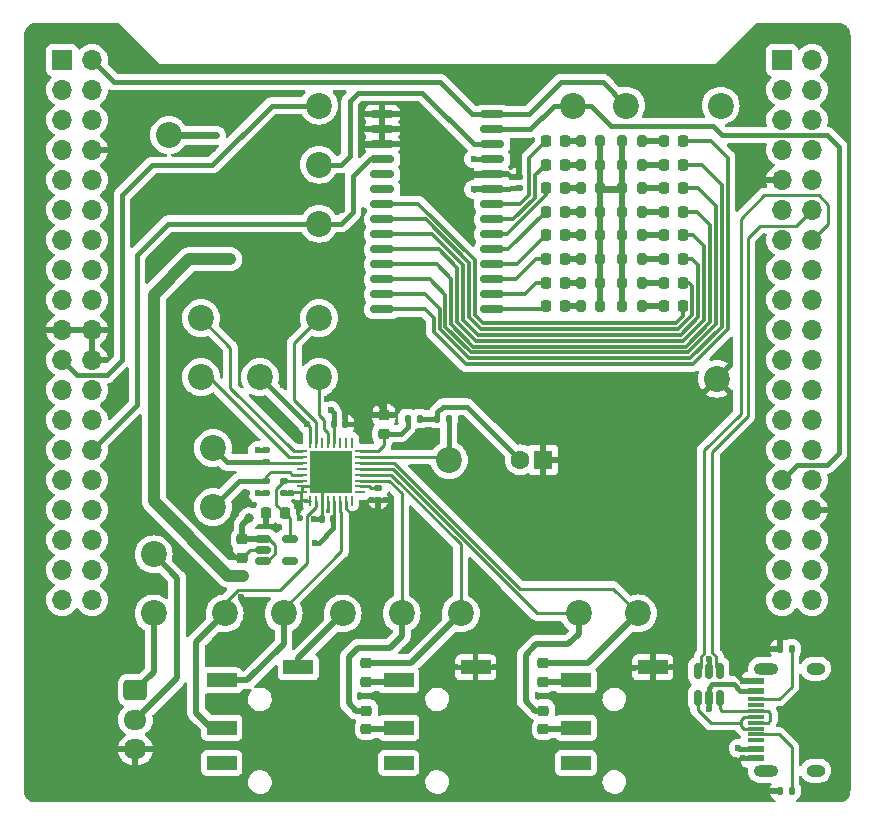
<source format=gbr>
%TF.GenerationSoftware,KiCad,Pcbnew,7.0.5-7.0.5~ubuntu22.04.1*%
%TF.CreationDate,2023-07-17T10:47:06+02:00*%
%TF.ProjectId,audio_iface,61756469-6f5f-4696-9661-63652e6b6963,rev?*%
%TF.SameCoordinates,Original*%
%TF.FileFunction,Copper,L1,Top*%
%TF.FilePolarity,Positive*%
%FSLAX46Y46*%
G04 Gerber Fmt 4.6, Leading zero omitted, Abs format (unit mm)*
G04 Created by KiCad (PCBNEW 7.0.5-7.0.5~ubuntu22.04.1) date 2023-07-17 10:47:06*
%MOMM*%
%LPD*%
G01*
G04 APERTURE LIST*
G04 Aperture macros list*
%AMRoundRect*
0 Rectangle with rounded corners*
0 $1 Rounding radius*
0 $2 $3 $4 $5 $6 $7 $8 $9 X,Y pos of 4 corners*
0 Add a 4 corners polygon primitive as box body*
4,1,4,$2,$3,$4,$5,$6,$7,$8,$9,$2,$3,0*
0 Add four circle primitives for the rounded corners*
1,1,$1+$1,$2,$3*
1,1,$1+$1,$4,$5*
1,1,$1+$1,$6,$7*
1,1,$1+$1,$8,$9*
0 Add four rect primitives between the rounded corners*
20,1,$1+$1,$2,$3,$4,$5,0*
20,1,$1+$1,$4,$5,$6,$7,0*
20,1,$1+$1,$6,$7,$8,$9,0*
20,1,$1+$1,$8,$9,$2,$3,0*%
G04 Aperture macros list end*
%TA.AperFunction,SMDPad,CuDef*%
%ADD10RoundRect,0.150000X-0.512500X-0.150000X0.512500X-0.150000X0.512500X0.150000X-0.512500X0.150000X0*%
%TD*%
%TA.AperFunction,SMDPad,CuDef*%
%ADD11RoundRect,0.225000X-0.250000X0.225000X-0.250000X-0.225000X0.250000X-0.225000X0.250000X0.225000X0*%
%TD*%
%TA.AperFunction,SMDPad,CuDef*%
%ADD12RoundRect,0.225000X0.225000X0.250000X-0.225000X0.250000X-0.225000X-0.250000X0.225000X-0.250000X0*%
%TD*%
%TA.AperFunction,SMDPad,CuDef*%
%ADD13RoundRect,0.218750X-0.218750X-0.256250X0.218750X-0.256250X0.218750X0.256250X-0.218750X0.256250X0*%
%TD*%
%TA.AperFunction,SMDPad,CuDef*%
%ADD14R,2.500000X1.200000*%
%TD*%
%TA.AperFunction,ComponentPad*%
%ADD15C,2.200000*%
%TD*%
%TA.AperFunction,SMDPad,CuDef*%
%ADD16RoundRect,0.200000X0.200000X0.275000X-0.200000X0.275000X-0.200000X-0.275000X0.200000X-0.275000X0*%
%TD*%
%TA.AperFunction,SMDPad,CuDef*%
%ADD17RoundRect,0.135000X0.135000X0.185000X-0.135000X0.185000X-0.135000X-0.185000X0.135000X-0.185000X0*%
%TD*%
%TA.AperFunction,ComponentPad*%
%ADD18RoundRect,0.250000X-0.725000X0.600000X-0.725000X-0.600000X0.725000X-0.600000X0.725000X0.600000X0*%
%TD*%
%TA.AperFunction,ComponentPad*%
%ADD19O,1.950000X1.700000*%
%TD*%
%TA.AperFunction,SMDPad,CuDef*%
%ADD20RoundRect,0.200000X-0.200000X-0.275000X0.200000X-0.275000X0.200000X0.275000X-0.200000X0.275000X0*%
%TD*%
%TA.AperFunction,SMDPad,CuDef*%
%ADD21RoundRect,0.140000X-0.140000X-0.170000X0.140000X-0.170000X0.140000X0.170000X-0.140000X0.170000X0*%
%TD*%
%TA.AperFunction,SMDPad,CuDef*%
%ADD22RoundRect,0.218750X0.218750X0.256250X-0.218750X0.256250X-0.218750X-0.256250X0.218750X-0.256250X0*%
%TD*%
%TA.AperFunction,SMDPad,CuDef*%
%ADD23RoundRect,0.140000X0.170000X-0.140000X0.170000X0.140000X-0.170000X0.140000X-0.170000X-0.140000X0*%
%TD*%
%TA.AperFunction,SMDPad,CuDef*%
%ADD24RoundRect,0.225000X0.250000X-0.225000X0.250000X0.225000X-0.250000X0.225000X-0.250000X-0.225000X0*%
%TD*%
%TA.AperFunction,SMDPad,CuDef*%
%ADD25R,1.450000X0.600000*%
%TD*%
%TA.AperFunction,SMDPad,CuDef*%
%ADD26R,1.450000X0.300000*%
%TD*%
%TA.AperFunction,ComponentPad*%
%ADD27O,2.100000X1.000000*%
%TD*%
%TA.AperFunction,ComponentPad*%
%ADD28O,1.600000X1.000000*%
%TD*%
%TA.AperFunction,SMDPad,CuDef*%
%ADD29RoundRect,0.140000X-0.170000X0.140000X-0.170000X-0.140000X0.170000X-0.140000X0.170000X0.140000X0*%
%TD*%
%TA.AperFunction,SMDPad,CuDef*%
%ADD30RoundRect,0.150000X-0.150000X0.512500X-0.150000X-0.512500X0.150000X-0.512500X0.150000X0.512500X0*%
%TD*%
%TA.AperFunction,SMDPad,CuDef*%
%ADD31RoundRect,0.135000X0.185000X-0.135000X0.185000X0.135000X-0.185000X0.135000X-0.185000X-0.135000X0*%
%TD*%
%TA.AperFunction,SMDPad,CuDef*%
%ADD32RoundRect,0.150000X0.875000X0.150000X-0.875000X0.150000X-0.875000X-0.150000X0.875000X-0.150000X0*%
%TD*%
%TA.AperFunction,SMDPad,CuDef*%
%ADD33RoundRect,0.062500X0.062500X-0.337500X0.062500X0.337500X-0.062500X0.337500X-0.062500X-0.337500X0*%
%TD*%
%TA.AperFunction,SMDPad,CuDef*%
%ADD34RoundRect,0.062500X0.337500X-0.062500X0.337500X0.062500X-0.337500X0.062500X-0.337500X-0.062500X0*%
%TD*%
%TA.AperFunction,SMDPad,CuDef*%
%ADD35R,3.600000X3.600000*%
%TD*%
%TA.AperFunction,SMDPad,CuDef*%
%ADD36RoundRect,0.140000X0.140000X0.170000X-0.140000X0.170000X-0.140000X-0.170000X0.140000X-0.170000X0*%
%TD*%
%TA.AperFunction,ComponentPad*%
%ADD37R,1.600000X1.600000*%
%TD*%
%TA.AperFunction,ComponentPad*%
%ADD38C,1.600000*%
%TD*%
%TA.AperFunction,SMDPad,CuDef*%
%ADD39RoundRect,0.135000X-0.185000X0.135000X-0.185000X-0.135000X0.185000X-0.135000X0.185000X0.135000X0*%
%TD*%
%TA.AperFunction,ComponentPad*%
%ADD40R,1.700000X1.700000*%
%TD*%
%TA.AperFunction,ComponentPad*%
%ADD41O,1.700000X1.700000*%
%TD*%
%TA.AperFunction,ViaPad*%
%ADD42C,0.600000*%
%TD*%
%TA.AperFunction,ViaPad*%
%ADD43C,0.800000*%
%TD*%
%TA.AperFunction,ViaPad*%
%ADD44C,0.400000*%
%TD*%
%TA.AperFunction,Conductor*%
%ADD45C,0.250000*%
%TD*%
%TA.AperFunction,Conductor*%
%ADD46C,1.000000*%
%TD*%
%TA.AperFunction,Conductor*%
%ADD47C,0.500000*%
%TD*%
%TA.AperFunction,Conductor*%
%ADD48C,0.400000*%
%TD*%
%TA.AperFunction,Conductor*%
%ADD49C,0.600000*%
%TD*%
%TA.AperFunction,Conductor*%
%ADD50C,0.300000*%
%TD*%
G04 APERTURE END LIST*
D10*
%TO.P,U302,5,OUT*%
%TO.N,+1V8*%
X37517500Y-87670000D03*
%TO.P,U302,4,NC*%
%TO.N,unconnected-(U302-NC-Pad4)*%
X37517500Y-89570000D03*
%TO.P,U302,3,STBY*%
%TO.N,+3.3V*%
X35242500Y-89570000D03*
%TO.P,U302,2,GND*%
%TO.N,GND*%
X35242500Y-88620000D03*
%TO.P,U302,1,IN*%
%TO.N,+3.3V*%
X35242500Y-87670000D03*
%TD*%
D11*
%TO.P,C309,1*%
%TO.N,+3.3V*%
X33517500Y-87715000D03*
%TO.P,C309,2*%
%TO.N,GND*%
X33517500Y-89265000D03*
%TD*%
D12*
%TO.P,C312,2*%
%TO.N,GND*%
X35542500Y-85490000D03*
%TO.P,C312,1*%
%TO.N,+1V8*%
X37092500Y-85490000D03*
%TD*%
D13*
%TO.P,D508,1,K*%
%TO.N,/VU METER/GPB7*%
X59212500Y-54000000D03*
%TO.P,D508,2,A*%
%TO.N,Net-(D508-A)*%
X60787500Y-54000000D03*
%TD*%
D14*
%TO.P,J302,R1*%
%TO.N,Net-(C311-Pad2)*%
X46750000Y-103675000D03*
%TO.P,J302,R2*%
%TO.N,unconnected-(J302-PadR2)*%
X46750000Y-106675000D03*
%TO.P,J302,S*%
%TO.N,GND*%
X53250000Y-98575000D03*
%TO.P,J302,T*%
%TO.N,Net-(C310-Pad2)*%
X46750000Y-99675000D03*
%TD*%
D15*
%TO.P,TP102,1,1*%
%TO.N,/NUCLEO/VU_MISO*%
X66000000Y-51000000D03*
%TD*%
D16*
%TO.P,R515,1*%
%TO.N,Net-(D515-A)*%
X67325000Y-56000000D03*
%TO.P,R515,2*%
%TO.N,+3.3V*%
X65675000Y-56000000D03*
%TD*%
D15*
%TO.P,TP301,1,1*%
%TO.N,/AUDIO CODEC/MIC*%
X51000000Y-81000000D03*
%TD*%
D17*
%TO.P,R402,1*%
%TO.N,/USB/CC1*%
X80010000Y-109000000D03*
%TO.P,R402,2*%
%TO.N,GND*%
X78990000Y-109000000D03*
%TD*%
D15*
%TO.P,TP308,1,1*%
%TO.N,/AUDIO CODEC/HP_L*%
X37000000Y-94000000D03*
%TD*%
D11*
%TO.P,C310,1*%
%TO.N,/AUDIO CODEC/LINEOUT_L*%
X44000000Y-98225000D03*
%TO.P,C310,2*%
%TO.N,Net-(C310-Pad2)*%
X44000000Y-99775000D03*
%TD*%
D15*
%TO.P,TP202,1,1*%
%TO.N,+3.3VA*%
X74000000Y-51000000D03*
%TD*%
D16*
%TO.P,R509,1*%
%TO.N,Net-(D509-A)*%
X67325000Y-68000000D03*
%TO.P,R509,2*%
%TO.N,+3.3V*%
X65675000Y-68000000D03*
%TD*%
D15*
%TO.P,TP204,1,1*%
%TO.N,/NUCLEO/UART_TX*%
X26000000Y-89000000D03*
%TD*%
D18*
%TO.P,J201,1,Pin_1*%
%TO.N,/NUCLEO/UART_RX*%
X24450000Y-100500000D03*
D19*
%TO.P,J201,2,Pin_2*%
%TO.N,/NUCLEO/UART_TX*%
X24450000Y-103000000D03*
%TO.P,J201,3,Pin_3*%
%TO.N,GND*%
X24450000Y-105500000D03*
%TD*%
D13*
%TO.P,D503,1,K*%
%TO.N,/VU METER/GPB2*%
X59212500Y-64000000D03*
%TO.P,D503,2,A*%
%TO.N,Net-(D503-A)*%
X60787500Y-64000000D03*
%TD*%
D15*
%TO.P,TP111,1,1*%
%TO.N,/AUDIO CODEC/I2C_SCL*%
X31020000Y-85000000D03*
%TD*%
D17*
%TO.P,R301,1*%
%TO.N,Net-(MK301-+)*%
X48510000Y-77500000D03*
%TO.P,R301,2*%
%TO.N,/AUDIO CODEC/MIC_BIAS*%
X47490000Y-77500000D03*
%TD*%
D15*
%TO.P,TP112,1,1*%
%TO.N,/AUDIO CODEC/I2C_SDA*%
X31020000Y-80000000D03*
%TD*%
D20*
%TO.P,R503,1*%
%TO.N,Net-(D503-A)*%
X62175000Y-64000000D03*
%TO.P,R503,2*%
%TO.N,+3.3V*%
X63825000Y-64000000D03*
%TD*%
%TO.P,R506,1*%
%TO.N,Net-(D506-A)*%
X62175000Y-58000000D03*
%TO.P,R506,2*%
%TO.N,+3.3V*%
X63825000Y-58000000D03*
%TD*%
D16*
%TO.P,R511,1*%
%TO.N,Net-(D511-A)*%
X67325000Y-64000000D03*
%TO.P,R511,2*%
%TO.N,+3.3V*%
X65675000Y-64000000D03*
%TD*%
D20*
%TO.P,R504,1*%
%TO.N,Net-(D504-A)*%
X62175000Y-62000000D03*
%TO.P,R504,2*%
%TO.N,+3.3V*%
X63825000Y-62000000D03*
%TD*%
D21*
%TO.P,C306,1*%
%TO.N,+3.3V*%
X41240000Y-78000000D03*
%TO.P,C306,2*%
%TO.N,GND*%
X42200000Y-78000000D03*
%TD*%
D22*
%TO.P,D513,1,K*%
%TO.N,/VU METER/GPA4*%
X70787500Y-60000000D03*
%TO.P,D513,2,A*%
%TO.N,Net-(D513-A)*%
X69212500Y-60000000D03*
%TD*%
D15*
%TO.P,TP306,1,1*%
%TO.N,/AUDIO CODEC/HP_R*%
X32000000Y-94000000D03*
%TD*%
D23*
%TO.P,C501,1*%
%TO.N,+3.3V*%
X56900000Y-57980000D03*
%TO.P,C501,2*%
%TO.N,GND*%
X56900000Y-57020000D03*
%TD*%
D20*
%TO.P,R501,1*%
%TO.N,Net-(D501-A)*%
X62175000Y-68000000D03*
%TO.P,R501,2*%
%TO.N,+3.3V*%
X63825000Y-68000000D03*
%TD*%
D22*
%TO.P,D514,1,K*%
%TO.N,/VU METER/GPA5*%
X70787500Y-58000000D03*
%TO.P,D514,2,A*%
%TO.N,Net-(D514-A)*%
X69212500Y-58000000D03*
%TD*%
D11*
%TO.P,C304,1*%
%TO.N,GND*%
X45500000Y-77225000D03*
%TO.P,C304,2*%
%TO.N,/AUDIO CODEC/MIC_BIAS*%
X45500000Y-78775000D03*
%TD*%
D24*
%TO.P,C301,1*%
%TO.N,Net-(C301-Pad1)*%
X59000000Y-99775000D03*
%TO.P,C301,2*%
%TO.N,/AUDIO CODEC/LINEIN_L*%
X59000000Y-98225000D03*
%TD*%
D20*
%TO.P,R505,1*%
%TO.N,Net-(D505-A)*%
X62175000Y-60000000D03*
%TO.P,R505,2*%
%TO.N,+3.3V*%
X63825000Y-60000000D03*
%TD*%
D22*
%TO.P,D512,1,K*%
%TO.N,/VU METER/GPA3*%
X70787500Y-62000000D03*
%TO.P,D512,2,A*%
%TO.N,Net-(D512-A)*%
X69212500Y-62000000D03*
%TD*%
%TO.P,D511,1,K*%
%TO.N,/VU METER/GPA2*%
X70787500Y-64000000D03*
%TO.P,D511,2,A*%
%TO.N,Net-(D511-A)*%
X69212500Y-64000000D03*
%TD*%
D15*
%TO.P,TP106,1,1*%
%TO.N,/AUDIO CODEC/SYS_MCLK*%
X40000000Y-74000000D03*
%TD*%
D20*
%TO.P,R508,1*%
%TO.N,Net-(D508-A)*%
X62175000Y-54000000D03*
%TO.P,R508,2*%
%TO.N,+3.3V*%
X63825000Y-54000000D03*
%TD*%
D15*
%TO.P,TP205,1,1*%
%TO.N,GND*%
X73680000Y-74120000D03*
%TD*%
%TO.P,TP305,1,1*%
%TO.N,/AUDIO CODEC/LINEOUT_L*%
X52000000Y-94000000D03*
%TD*%
D22*
%TO.P,D510,1,K*%
%TO.N,/VU METER/GPA1*%
X70787500Y-66000000D03*
%TO.P,D510,2,A*%
%TO.N,Net-(D510-A)*%
X69212500Y-66000000D03*
%TD*%
D20*
%TO.P,R502,1*%
%TO.N,Net-(D502-A)*%
X62175000Y-66000000D03*
%TO.P,R502,2*%
%TO.N,+3.3V*%
X63825000Y-66000000D03*
%TD*%
D16*
%TO.P,R513,1*%
%TO.N,Net-(D513-A)*%
X67325000Y-60000000D03*
%TO.P,R513,2*%
%TO.N,+3.3V*%
X65675000Y-60000000D03*
%TD*%
D22*
%TO.P,D515,1,K*%
%TO.N,/VU METER/GPA6*%
X70787500Y-56000000D03*
%TO.P,D515,2,A*%
%TO.N,Net-(D515-A)*%
X69212500Y-56000000D03*
%TD*%
D25*
%TO.P,J401,A1,GND*%
%TO.N,GND*%
X76955000Y-106250000D03*
%TO.P,J401,A4,VBUS*%
%TO.N,/USB/USBC_VBUS*%
X76955000Y-105450000D03*
D26*
%TO.P,J401,A5,CC1*%
%TO.N,/USB/CC1*%
X76955000Y-104250000D03*
%TO.P,J401,A6,D+*%
%TO.N,/USB/D+*%
X76955000Y-103250000D03*
%TO.P,J401,A7,D-*%
%TO.N,/USB/D-*%
X76955000Y-102750000D03*
%TO.P,J401,A8,SBU1*%
%TO.N,unconnected-(J401-SBU1-PadA8)*%
X76955000Y-101750000D03*
D25*
%TO.P,J401,A9,VBUS*%
%TO.N,/USB/USBC_VBUS*%
X76955000Y-100550000D03*
%TO.P,J401,A12,GND*%
%TO.N,GND*%
X76955000Y-99750000D03*
%TO.P,J401,B1,GND*%
X76955000Y-99750000D03*
%TO.P,J401,B4,VBUS*%
%TO.N,/USB/USBC_VBUS*%
X76955000Y-100550000D03*
D26*
%TO.P,J401,B5,CC2*%
%TO.N,/USB/CC2*%
X76955000Y-101250000D03*
%TO.P,J401,B6,D+*%
%TO.N,/USB/D+*%
X76955000Y-102250000D03*
%TO.P,J401,B7,D-*%
%TO.N,/USB/D-*%
X76955000Y-103750000D03*
%TO.P,J401,B8,SBU2*%
%TO.N,unconnected-(J401-SBU2-PadB8)*%
X76955000Y-104750000D03*
D25*
%TO.P,J401,B9,VBUS*%
%TO.N,/USB/USBC_VBUS*%
X76955000Y-105450000D03*
%TO.P,J401,B12,GND*%
%TO.N,GND*%
X76955000Y-106250000D03*
D27*
%TO.P,J401,S1,SHIELD*%
%TO.N,unconnected-(J401-SHIELD-PadS1)*%
X77870000Y-107320000D03*
D28*
X82050000Y-107320000D03*
D27*
X77870000Y-98680000D03*
D28*
X82050000Y-98680000D03*
%TD*%
D16*
%TO.P,R514,1*%
%TO.N,Net-(D514-A)*%
X67325000Y-58000000D03*
%TO.P,R514,2*%
%TO.N,+3.3V*%
X65675000Y-58000000D03*
%TD*%
D15*
%TO.P,TP101,1,1*%
%TO.N,/NUCLEO/VU_nRESET*%
X40000000Y-61000000D03*
%TD*%
D29*
%TO.P,C305,1*%
%TO.N,/AUDIO CODEC/VAG*%
X45020000Y-83420000D03*
%TO.P,C305,2*%
%TO.N,GND*%
X45020000Y-84380000D03*
%TD*%
D15*
%TO.P,TP107,1,1*%
%TO.N,/AUDIO CODEC/I2S_SCLK*%
X35000000Y-74000000D03*
%TD*%
D13*
%TO.P,D501,1,K*%
%TO.N,/VU METER/GPB0*%
X59212500Y-68000000D03*
%TO.P,D501,2,A*%
%TO.N,Net-(D501-A)*%
X60787500Y-68000000D03*
%TD*%
D15*
%TO.P,TP104,1,1*%
%TO.N,/NUCLEO/VU_SCK*%
X40000000Y-56000000D03*
%TD*%
D21*
%TO.P,C303,1*%
%TO.N,Net-(MK301-+)*%
X50020000Y-77500000D03*
%TO.P,C303,2*%
%TO.N,/AUDIO CODEC/MIC*%
X50980000Y-77500000D03*
%TD*%
D30*
%TO.P,U401,1,I/O1*%
%TO.N,/NUCLEO/USB_D+*%
X73950000Y-98862500D03*
%TO.P,U401,2,GND*%
%TO.N,GND*%
X73000000Y-98862500D03*
%TO.P,U401,3,I/O2*%
%TO.N,/NUCLEO/USB_D-*%
X72050000Y-98862500D03*
%TO.P,U401,4,I/O2*%
%TO.N,/USB/D-*%
X72050000Y-101137500D03*
%TO.P,U401,5,VBUS*%
%TO.N,/USB/USBC_VBUS*%
X73000000Y-101137500D03*
%TO.P,U401,6,I/O1*%
%TO.N,/USB/D+*%
X73950000Y-101137500D03*
%TD*%
D13*
%TO.P,D505,1,K*%
%TO.N,/VU METER/GPB4*%
X59212500Y-60000000D03*
%TO.P,D505,2,A*%
%TO.N,Net-(D505-A)*%
X60787500Y-60000000D03*
%TD*%
D14*
%TO.P,J301,R1*%
%TO.N,Net-(C302-Pad1)*%
X61750000Y-103675000D03*
%TO.P,J301,R2*%
%TO.N,unconnected-(J301-PadR2)*%
X61750000Y-106675000D03*
%TO.P,J301,S*%
%TO.N,GND*%
X68250000Y-98575000D03*
%TO.P,J301,T*%
%TO.N,Net-(C301-Pad1)*%
X61750000Y-99675000D03*
%TD*%
D31*
%TO.P,R303,1*%
%TO.N,+3.3V*%
X35500000Y-83810000D03*
%TO.P,R303,2*%
%TO.N,/AUDIO CODEC/I2C_SCL*%
X35500000Y-82790000D03*
%TD*%
D15*
%TO.P,TP304,1,1*%
%TO.N,/AUDIO CODEC/LINEOUT_R*%
X47000000Y-94000000D03*
%TD*%
D32*
%TO.P,U501,1,GPB0*%
%TO.N,/VU METER/GPB0*%
X54650000Y-68255000D03*
%TO.P,U501,2,GPB1*%
%TO.N,/VU METER/GPB1*%
X54650000Y-66985000D03*
%TO.P,U501,3,GPB2*%
%TO.N,/VU METER/GPB2*%
X54650000Y-65715000D03*
%TO.P,U501,4,GPB3*%
%TO.N,/VU METER/GPB3*%
X54650000Y-64445000D03*
%TO.P,U501,5,GPB4*%
%TO.N,/VU METER/GPB4*%
X54650000Y-63175000D03*
%TO.P,U501,6,GPB5*%
%TO.N,/VU METER/GPB5*%
X54650000Y-61905000D03*
%TO.P,U501,7,GPB6*%
%TO.N,/VU METER/GPB6*%
X54650000Y-60635000D03*
%TO.P,U501,8,GPB7*%
%TO.N,/VU METER/GPB7*%
X54650000Y-59365000D03*
%TO.P,U501,9,VDD*%
%TO.N,+3.3V*%
X54650000Y-58095000D03*
%TO.P,U501,10,VSS*%
%TO.N,GND*%
X54650000Y-56825000D03*
%TO.P,U501,11,~{CS}*%
%TO.N,/NUCLEO/VU_nCS*%
X54650000Y-55555000D03*
%TO.P,U501,12,SCK*%
%TO.N,/NUCLEO/VU_SCK*%
X54650000Y-54285000D03*
%TO.P,U501,13,SI*%
%TO.N,/NUCLEO/VU_MOSI*%
X54650000Y-53015000D03*
%TO.P,U501,14,SO*%
%TO.N,/NUCLEO/VU_MISO*%
X54650000Y-51745000D03*
%TO.P,U501,15,A0*%
%TO.N,GND*%
X45350000Y-51745000D03*
%TO.P,U501,16,A1*%
X45350000Y-53015000D03*
%TO.P,U501,17,A2*%
X45350000Y-54285000D03*
%TO.P,U501,18,~{RESET}*%
%TO.N,/NUCLEO/VU_nRESET*%
X45350000Y-55555000D03*
%TO.P,U501,19,INTB*%
%TO.N,unconnected-(U501-INTB-Pad19)*%
X45350000Y-56825000D03*
%TO.P,U501,20,INTA*%
%TO.N,unconnected-(U501-INTA-Pad20)*%
X45350000Y-58095000D03*
%TO.P,U501,21,GPA0*%
%TO.N,/VU METER/GPA0*%
X45350000Y-59365000D03*
%TO.P,U501,22,GPA1*%
%TO.N,/VU METER/GPA1*%
X45350000Y-60635000D03*
%TO.P,U501,23,GPA2*%
%TO.N,/VU METER/GPA2*%
X45350000Y-61905000D03*
%TO.P,U501,24,GPA3*%
%TO.N,/VU METER/GPA3*%
X45350000Y-63175000D03*
%TO.P,U501,25,GPA4*%
%TO.N,/VU METER/GPA4*%
X45350000Y-64445000D03*
%TO.P,U501,26,GPA5*%
%TO.N,/VU METER/GPA5*%
X45350000Y-65715000D03*
%TO.P,U501,27,GPA6*%
%TO.N,/VU METER/GPA6*%
X45350000Y-66985000D03*
%TO.P,U501,28,GPA7*%
%TO.N,/VU METER/GPA7*%
X45350000Y-68255000D03*
%TD*%
D15*
%TO.P,TP201,1,1*%
%TO.N,+3.3V*%
X27300000Y-53500000D03*
%TD*%
%TO.P,TP109,1,1*%
%TO.N,/AUDIO CODEC/I2S_DIN*%
X30000000Y-74000000D03*
%TD*%
%TO.P,TP203,1,1*%
%TO.N,/NUCLEO/UART_RX*%
X26000000Y-94000000D03*
%TD*%
D33*
%TO.P,U301,1,GND*%
%TO.N,GND*%
X39250000Y-84450000D03*
%TO.P,U301,2,HP_R*%
%TO.N,/AUDIO CODEC/HP_R*%
X39750000Y-84450000D03*
%TO.P,U301,3,GND*%
%TO.N,GND*%
X40250000Y-84450000D03*
%TO.P,U301,4,HP_VGND*%
%TO.N,/AUDIO CODEC/HP_VGND*%
X40750000Y-84450000D03*
%TO.P,U301,5,VDDA*%
%TO.N,+3.3VA*%
X41250000Y-84450000D03*
%TO.P,U301,6,HP_L*%
%TO.N,/AUDIO CODEC/HP_L*%
X41750000Y-84450000D03*
%TO.P,U301,7,AGND*%
%TO.N,GND*%
X42250000Y-84450000D03*
%TO.P,U301,8,NC*%
%TO.N,unconnected-(U301-NC-Pad8)*%
X42750000Y-84450000D03*
D34*
%TO.P,U301,9,NC*%
%TO.N,unconnected-(U301-NC-Pad9)*%
X43450000Y-83750000D03*
%TO.P,U301,10,VAG*%
%TO.N,/AUDIO CODEC/VAG*%
X43450000Y-83250000D03*
%TO.P,U301,11,LINEOUT_R*%
%TO.N,/AUDIO CODEC/LINEOUT_R*%
X43450000Y-82750000D03*
%TO.P,U301,12,LINEOUT_L*%
%TO.N,/AUDIO CODEC/LINEOUT_L*%
X43450000Y-82250000D03*
%TO.P,U301,13,LINEIN_R*%
%TO.N,/AUDIO CODEC/LINEIN_R*%
X43450000Y-81750000D03*
%TO.P,U301,14,LINEIN_L*%
%TO.N,/AUDIO CODEC/LINEIN_L*%
X43450000Y-81250000D03*
%TO.P,U301,15,MIC*%
%TO.N,/AUDIO CODEC/MIC*%
X43450000Y-80750000D03*
%TO.P,U301,16,MIC_BIAS*%
%TO.N,/AUDIO CODEC/MIC_BIAS*%
X43450000Y-80250000D03*
D33*
%TO.P,U301,17,NC*%
%TO.N,unconnected-(U301-NC-Pad17)*%
X42750000Y-79550000D03*
%TO.P,U301,18,CPFILT*%
%TO.N,unconnected-(U301-CPFILT-Pad18)*%
X42250000Y-79550000D03*
%TO.P,U301,19,NC*%
%TO.N,unconnected-(U301-NC-Pad19)*%
X41750000Y-79550000D03*
%TO.P,U301,20,VDDIO*%
%TO.N,+3.3V*%
X41250000Y-79550000D03*
%TO.P,U301,21,SYS_MCLK*%
%TO.N,/AUDIO CODEC/SYS_MCLK*%
X40750000Y-79550000D03*
%TO.P,U301,22,NC*%
%TO.N,unconnected-(U301-NC-Pad22)*%
X40250000Y-79550000D03*
%TO.P,U301,23,I2S_LRCLK*%
%TO.N,/AUDIO CODEC/I2S_LRCLK*%
X39750000Y-79550000D03*
%TO.P,U301,24,I2S_SCLK*%
%TO.N,/AUDIO CODEC/I2S_SCLK*%
X39250000Y-79550000D03*
D34*
%TO.P,U301,25,I2S_DOUT*%
%TO.N,/AUDIO CODEC/I2S_DOUT*%
X38550000Y-80250000D03*
%TO.P,U301,26,I2S_DIN*%
%TO.N,/AUDIO CODEC/I2S_DIN*%
X38550000Y-80750000D03*
%TO.P,U301,27,CTRL_DATA*%
%TO.N,/AUDIO CODEC/I2C_SDA*%
X38550000Y-81250000D03*
%TO.P,U301,28,NC*%
%TO.N,unconnected-(U301-NC-Pad28)*%
X38550000Y-81750000D03*
%TO.P,U301,29,CTRL_CLK*%
%TO.N,/AUDIO CODEC/I2C_SCL*%
X38550000Y-82250000D03*
%TO.P,U301,30,VDDD*%
%TO.N,+1V8*%
X38550000Y-82750000D03*
%TO.P,U301,31,CTRL_ADR0_CS*%
%TO.N,GND*%
X38550000Y-83250000D03*
%TO.P,U301,32,CTRL_MODE*%
X38550000Y-83750000D03*
D35*
%TO.P,U301,33,GND*%
X41000000Y-82000000D03*
%TD*%
D16*
%TO.P,R510,1*%
%TO.N,Net-(D510-A)*%
X67325000Y-66000000D03*
%TO.P,R510,2*%
%TO.N,+3.3V*%
X65675000Y-66000000D03*
%TD*%
D36*
%TO.P,C308,1*%
%TO.N,+3.3VA*%
X41200000Y-86000000D03*
%TO.P,C308,2*%
%TO.N,GND*%
X40240000Y-86000000D03*
%TD*%
D20*
%TO.P,R507,1*%
%TO.N,Net-(D507-A)*%
X62175000Y-56000000D03*
%TO.P,R507,2*%
%TO.N,+3.3V*%
X63825000Y-56000000D03*
%TD*%
D15*
%TO.P,TP302,1,1*%
%TO.N,/AUDIO CODEC/LINEIN_R*%
X62000000Y-94000000D03*
%TD*%
D29*
%TO.P,C307,1*%
%TO.N,+1V8*%
X37020000Y-82820000D03*
%TO.P,C307,2*%
%TO.N,GND*%
X37020000Y-83780000D03*
%TD*%
D37*
%TO.P,MK301,1,-*%
%TO.N,GND*%
X58950000Y-81000000D03*
D38*
%TO.P,MK301,2,+*%
%TO.N,Net-(MK301-+)*%
X57050000Y-81000000D03*
%TD*%
D15*
%TO.P,TP307,1,1*%
%TO.N,/AUDIO CODEC/HP_VGND*%
X42000000Y-94000000D03*
%TD*%
D13*
%TO.P,D502,1,K*%
%TO.N,/VU METER/GPB1*%
X59212500Y-66000000D03*
%TO.P,D502,2,A*%
%TO.N,Net-(D502-A)*%
X60787500Y-66000000D03*
%TD*%
D15*
%TO.P,TP303,1,1*%
%TO.N,/AUDIO CODEC/LINEIN_L*%
X67000000Y-94000000D03*
%TD*%
D13*
%TO.P,D504,1,K*%
%TO.N,/VU METER/GPB3*%
X59212500Y-62000000D03*
%TO.P,D504,2,A*%
%TO.N,Net-(D504-A)*%
X60787500Y-62000000D03*
%TD*%
D15*
%TO.P,TP103,1,1*%
%TO.N,/NUCLEO/VU_MOSI*%
X61500000Y-51000000D03*
%TD*%
D39*
%TO.P,R302,1*%
%TO.N,+3.3V*%
X35500000Y-80190000D03*
%TO.P,R302,2*%
%TO.N,/AUDIO CODEC/I2C_SDA*%
X35500000Y-81210000D03*
%TD*%
D17*
%TO.P,R401,1*%
%TO.N,/USB/CC2*%
X80010000Y-97000000D03*
%TO.P,R401,2*%
%TO.N,GND*%
X78990000Y-97000000D03*
%TD*%
D14*
%TO.P,J303,R1*%
%TO.N,/AUDIO CODEC/HP_R*%
X31750000Y-103675000D03*
%TO.P,J303,R2*%
%TO.N,unconnected-(J303-PadR2)*%
X31750000Y-106675000D03*
%TO.P,J303,S*%
%TO.N,/AUDIO CODEC/HP_VGND*%
X38250000Y-98575000D03*
%TO.P,J303,T*%
%TO.N,/AUDIO CODEC/HP_L*%
X31750000Y-99675000D03*
%TD*%
D15*
%TO.P,TP105,1,1*%
%TO.N,/NUCLEO/VU_nCS*%
X40000000Y-51000000D03*
%TD*%
D40*
%TO.P,U201,101,PC10*%
%TO.N,/NUCLEO/VU_SCK*%
X18250000Y-47140000D03*
D41*
%TO.P,U201,102,PC11*%
%TO.N,/NUCLEO/VU_MISO*%
X20790000Y-47140000D03*
%TO.P,U201,103,PC12*%
%TO.N,/AUDIO CODEC/I2S_DOUT*%
X18250000Y-49680000D03*
%TO.P,U201,104,PD2*%
%TO.N,unconnected-(U201B-PD2-Pad104)*%
X20790000Y-49680000D03*
%TO.P,U201,105,VDD*%
%TO.N,+3.3V*%
X18250000Y-52220000D03*
%TO.P,U201,106,E5V*%
%TO.N,unconnected-(U201A-E5V-Pad106)*%
X20790000Y-52220000D03*
%TO.P,U201,107,BOOT0*%
%TO.N,unconnected-(U201A-BOOT0-Pad107)*%
X18250000Y-54760000D03*
%TO.P,U201,108,GND*%
%TO.N,GND*%
X20790000Y-54760000D03*
%TO.P,U201,109,NC*%
%TO.N,unconnected-(U201B-NC-Pad109)*%
X18250000Y-57300000D03*
%TO.P,U201,110,NC*%
%TO.N,unconnected-(U201B-NC-Pad110)*%
X20790000Y-57300000D03*
%TO.P,U201,111,NC*%
%TO.N,unconnected-(U201B-NC-Pad111)*%
X18250000Y-59840000D03*
%TO.P,U201,112,IOREF*%
%TO.N,unconnected-(U201A-IOREF-Pad112)*%
X20790000Y-59840000D03*
%TO.P,U201,113,PA13*%
%TO.N,unconnected-(U201B-PA13-Pad113)*%
X18250000Y-62380000D03*
%TO.P,U201,114,RESET*%
%TO.N,unconnected-(U201A-RESET-Pad114)*%
X20790000Y-62380000D03*
%TO.P,U201,115,PA14*%
%TO.N,unconnected-(U201B-PA14-Pad115)*%
X18250000Y-64920000D03*
%TO.P,U201,116,+3V3*%
%TO.N,unconnected-(U201A-+3V3-Pad116)*%
X20790000Y-64920000D03*
%TO.P,U201,117,PA15*%
%TO.N,unconnected-(U201B-PA15-Pad117)*%
X18250000Y-67460000D03*
%TO.P,U201,118,+5V*%
%TO.N,unconnected-(U201A-+5V-Pad118)*%
X20790000Y-67460000D03*
%TO.P,U201,119,GND*%
%TO.N,GND*%
X18250000Y-70000000D03*
%TO.P,U201,120,GND*%
X20790000Y-70000000D03*
%TO.P,U201,121,PB7*%
%TO.N,/NUCLEO/VU_nCS*%
X18250000Y-72540000D03*
%TO.P,U201,122,GND*%
%TO.N,GND*%
X20790000Y-72540000D03*
%TO.P,U201,123,PC13*%
%TO.N,unconnected-(U201B-PC13-Pad123)*%
X18250000Y-75080000D03*
%TO.P,U201,124,VIN*%
%TO.N,unconnected-(U201A-VIN-Pad124)*%
X20790000Y-75080000D03*
%TO.P,U201,125,PC14*%
%TO.N,unconnected-(U201B-PC14-Pad125)*%
X18250000Y-77620000D03*
%TO.P,U201,126,NC*%
%TO.N,unconnected-(U201B-NC-Pad126)*%
X20790000Y-77620000D03*
%TO.P,U201,127,PC15*%
%TO.N,unconnected-(U201B-PC15-Pad127)*%
X18250000Y-80160000D03*
%TO.P,U201,128,PA0*%
%TO.N,/NUCLEO/VU_nRESET*%
X20790000Y-80160000D03*
%TO.P,U201,129,PH0*%
%TO.N,unconnected-(U201B-PH0-Pad129)*%
X18250000Y-82700000D03*
%TO.P,U201,130,PA1*%
%TO.N,unconnected-(U201B-PA1-Pad130)*%
X20790000Y-82700000D03*
%TO.P,U201,131,PH1*%
%TO.N,unconnected-(U201B-PH1-Pad131)*%
X18250000Y-85240000D03*
%TO.P,U201,132,PA4*%
%TO.N,unconnected-(U201B-PA4-Pad132)*%
X20790000Y-85240000D03*
%TO.P,U201,133,VBAT*%
%TO.N,unconnected-(U201A-VBAT-Pad133)*%
X18250000Y-87780000D03*
%TO.P,U201,134,PB0*%
%TO.N,unconnected-(U201B-PB0-Pad134)*%
X20790000Y-87780000D03*
%TO.P,U201,135,PC2*%
%TO.N,unconnected-(U201B-PC2-Pad135)*%
X18250000Y-90320000D03*
%TO.P,U201,136,PC1*%
%TO.N,unconnected-(U201B-PC1-Pad136)*%
X20790000Y-90320000D03*
%TO.P,U201,137,PC3*%
%TO.N,unconnected-(U201B-PC3-Pad137)*%
X18250000Y-92860000D03*
%TO.P,U201,138,PC0*%
%TO.N,unconnected-(U201B-PC0-Pad138)*%
X20790000Y-92860000D03*
D40*
%TO.P,U201,201,PC9*%
%TO.N,unconnected-(U201B-PC9-Pad201)*%
X79210000Y-47150000D03*
D41*
%TO.P,U201,202,PC8*%
%TO.N,unconnected-(U201B-PC8-Pad202)*%
X81750000Y-47150000D03*
%TO.P,U201,203,PB8*%
%TO.N,unconnected-(U201B-PB8-Pad203)*%
X79210000Y-49680000D03*
%TO.P,U201,204,PC6*%
%TO.N,unconnected-(U201B-PC6-Pad204)*%
X81750000Y-49680000D03*
%TO.P,U201,205,PB9*%
%TO.N,unconnected-(U201B-PB9-Pad205)*%
X79210000Y-52220000D03*
%TO.P,U201,206,PC5*%
%TO.N,unconnected-(U201B-PC5-Pad206)*%
X81750000Y-52220000D03*
%TO.P,U201,207,AVDD*%
%TO.N,+3.3VA*%
X79210000Y-54760000D03*
%TO.P,U201,208,U5V*%
%TO.N,unconnected-(U201A-U5V-Pad208)*%
X81750000Y-54760000D03*
%TO.P,U201,209,GND*%
%TO.N,GND*%
X79210000Y-57300000D03*
%TO.P,U201,210,NC*%
%TO.N,unconnected-(U201B-NC-Pad210)*%
X81750000Y-57300000D03*
%TO.P,U201,211,PA5*%
%TO.N,unconnected-(U201B-PA5-Pad211)*%
X79210000Y-59840000D03*
%TO.P,U201,212,PA12*%
%TO.N,/NUCLEO/USB_D+*%
X81750000Y-59840000D03*
%TO.P,U201,213,PA6*%
%TO.N,unconnected-(U201B-PA6-Pad213)*%
X79210000Y-62380000D03*
%TO.P,U201,214,PA11*%
%TO.N,/NUCLEO/USB_D-*%
X81750000Y-62380000D03*
%TO.P,U201,215,PA7*%
%TO.N,unconnected-(U201B-PA7-Pad215)*%
X79210000Y-64920000D03*
%TO.P,U201,216,PB12*%
%TO.N,/AUDIO CODEC/I2S_LRCLK*%
X81750000Y-64920000D03*
%TO.P,U201,217,PB6*%
%TO.N,unconnected-(U201B-PB6-Pad217)*%
X79210000Y-67460000D03*
%TO.P,U201,218,PB11*%
%TO.N,/AUDIO CODEC/I2C_SDA*%
X81750000Y-67460000D03*
%TO.P,U201,219,PC7*%
%TO.N,unconnected-(U201B-PC7-Pad219)*%
X79210000Y-70000000D03*
%TO.P,U201,220,GND*%
%TO.N,GND*%
X81750000Y-70000000D03*
%TO.P,U201,221,PA9*%
%TO.N,/NUCLEO/UART_TX*%
X79210000Y-72540000D03*
%TO.P,U201,222,PB2*%
%TO.N,unconnected-(U201B-PB2-Pad222)*%
X81750000Y-72540000D03*
%TO.P,U201,223,PA8*%
%TO.N,unconnected-(U201B-PA8-Pad223)*%
X79210000Y-75080000D03*
%TO.P,U201,224,PB1*%
%TO.N,unconnected-(U201B-PB1-Pad224)*%
X81750000Y-75080000D03*
%TO.P,U201,225,PB10*%
%TO.N,/AUDIO CODEC/I2C_SCL*%
X79210000Y-77620000D03*
%TO.P,U201,226,PB15*%
%TO.N,/AUDIO CODEC/I2S_DIN*%
X81750000Y-77620000D03*
%TO.P,U201,227,PB4*%
%TO.N,unconnected-(U201B-PB4-Pad227)*%
X79210000Y-80160000D03*
%TO.P,U201,228,PB14*%
%TO.N,/AUDIO CODEC/SYS_MCLK*%
X81750000Y-80160000D03*
%TO.P,U201,229,PB5*%
%TO.N,/NUCLEO/VU_MOSI*%
X79210000Y-82700000D03*
%TO.P,U201,230,PB13*%
%TO.N,/AUDIO CODEC/I2S_SCLK*%
X81750000Y-82700000D03*
%TO.P,U201,231,PB3*%
%TO.N,unconnected-(U201B-PB3-Pad231)*%
X79210000Y-85240000D03*
%TO.P,U201,232,AGND*%
%TO.N,GND*%
X81750000Y-85240000D03*
%TO.P,U201,233,PA10*%
%TO.N,/NUCLEO/UART_RX*%
X79210000Y-87780000D03*
%TO.P,U201,234,PC4*%
%TO.N,unconnected-(U201B-PC4-Pad234)*%
X81750000Y-87780000D03*
%TO.P,U201,235,PA2*%
%TO.N,unconnected-(U201B-PA2-Pad235)*%
X79210000Y-90320000D03*
%TO.P,U201,236,NC*%
%TO.N,unconnected-(U201B-NC-Pad236)*%
X81750000Y-90320000D03*
%TO.P,U201,237,PA3*%
%TO.N,unconnected-(U201B-PA3-Pad237)*%
X79210000Y-92860000D03*
%TO.P,U201,238,NC*%
%TO.N,unconnected-(U201B-NC-Pad238)*%
X81750000Y-92860000D03*
%TD*%
D11*
%TO.P,C311,1*%
%TO.N,/AUDIO CODEC/LINEOUT_R*%
X44000000Y-102225000D03*
%TO.P,C311,2*%
%TO.N,Net-(C311-Pad2)*%
X44000000Y-103775000D03*
%TD*%
D16*
%TO.P,R512,1*%
%TO.N,Net-(D512-A)*%
X67325000Y-62000000D03*
%TO.P,R512,2*%
%TO.N,+3.3V*%
X65675000Y-62000000D03*
%TD*%
D24*
%TO.P,C302,1*%
%TO.N,Net-(C302-Pad1)*%
X59000000Y-103775000D03*
%TO.P,C302,2*%
%TO.N,/AUDIO CODEC/LINEIN_R*%
X59000000Y-102225000D03*
%TD*%
D13*
%TO.P,D507,1,K*%
%TO.N,/VU METER/GPB6*%
X59212500Y-56000000D03*
%TO.P,D507,2,A*%
%TO.N,Net-(D507-A)*%
X60787500Y-56000000D03*
%TD*%
D16*
%TO.P,R516,1*%
%TO.N,Net-(D516-A)*%
X67325000Y-54000000D03*
%TO.P,R516,2*%
%TO.N,+3.3V*%
X65675000Y-54000000D03*
%TD*%
D15*
%TO.P,TP110,1,1*%
%TO.N,/AUDIO CODEC/I2S_DOUT*%
X30000000Y-69000000D03*
%TD*%
D13*
%TO.P,D506,1,K*%
%TO.N,/VU METER/GPB5*%
X59212500Y-58000000D03*
%TO.P,D506,2,A*%
%TO.N,Net-(D506-A)*%
X60787500Y-58000000D03*
%TD*%
D22*
%TO.P,D516,1,K*%
%TO.N,/VU METER/GPA7*%
X70787500Y-54000000D03*
%TO.P,D516,2,A*%
%TO.N,Net-(D516-A)*%
X69212500Y-54000000D03*
%TD*%
%TO.P,D509,1,K*%
%TO.N,/VU METER/GPA0*%
X70787500Y-68000000D03*
%TO.P,D509,2,A*%
%TO.N,Net-(D509-A)*%
X69212500Y-68000000D03*
%TD*%
D15*
%TO.P,TP108,1,1*%
%TO.N,/AUDIO CODEC/I2S_LRCLK*%
X40000000Y-69000000D03*
%TD*%
D42*
%TO.N,GND*%
X33880000Y-83820000D03*
X38350500Y-85920000D03*
X32280000Y-88520000D03*
D43*
%TO.N,+3.3V*%
X34080000Y-85920000D03*
D42*
%TO.N,GND*%
X15880000Y-53520000D03*
X16080000Y-81620000D03*
X38080000Y-79120000D03*
X43480000Y-76120000D03*
X71680000Y-85020000D03*
X43580000Y-65320000D03*
X74680000Y-71920000D03*
X73000000Y-97900000D03*
X25580000Y-65520000D03*
X59880000Y-104920000D03*
X15580000Y-86620000D03*
X21880000Y-81420000D03*
X42380000Y-104320000D03*
X32880000Y-105020000D03*
X53300000Y-56850000D03*
X26280000Y-57320000D03*
X75180000Y-52520000D03*
X36980000Y-73020000D03*
X28680000Y-62420000D03*
X36980000Y-74620000D03*
X23580000Y-75820000D03*
X77980000Y-71220000D03*
X21880000Y-86520000D03*
X49980000Y-71920000D03*
X47280000Y-97120000D03*
X50380000Y-47920000D03*
X29080000Y-95420000D03*
X27580000Y-78020000D03*
X22480000Y-50020000D03*
X41980000Y-59820000D03*
X41600000Y-82600000D03*
X47180000Y-52320000D03*
X48180000Y-81720000D03*
X31080000Y-75720000D03*
X32380000Y-56220000D03*
X45000000Y-85000000D03*
X52880000Y-89820000D03*
X27580000Y-84020000D03*
X33380000Y-72920000D03*
X46480000Y-79820000D03*
X67780000Y-51720000D03*
X31080000Y-62420000D03*
X75900000Y-106250000D03*
X56900000Y-56400000D03*
X48780000Y-98820000D03*
X77180000Y-44620000D03*
X74280000Y-94520000D03*
X40400000Y-82600000D03*
X84180000Y-109220000D03*
X31080000Y-65320000D03*
X43480000Y-62620000D03*
X74280000Y-92220000D03*
X53580000Y-79020000D03*
X30680000Y-98220000D03*
X74280000Y-89320000D03*
X21880000Y-61120000D03*
X66680000Y-98620000D03*
X65380000Y-91020000D03*
X29180000Y-85620000D03*
X77480000Y-85020000D03*
X44000000Y-51750000D03*
X46880000Y-74320000D03*
X77980000Y-73820000D03*
X28280000Y-70420000D03*
X78400000Y-109000000D03*
X57380000Y-90920000D03*
X37980000Y-69620000D03*
X23580000Y-73720000D03*
X31180000Y-67420000D03*
X15980000Y-95020000D03*
X31880000Y-69520000D03*
X21880000Y-89120000D03*
X47080000Y-53620000D03*
X40400000Y-81400000D03*
X53480000Y-50620000D03*
X26880000Y-92020000D03*
X47280000Y-57020000D03*
X30980000Y-54720000D03*
X74680000Y-76520000D03*
X38180000Y-59920000D03*
X43980000Y-79120000D03*
X31980000Y-82220000D03*
X38180000Y-56920000D03*
X33680000Y-47920000D03*
X32380000Y-52920000D03*
X41680000Y-73020000D03*
X39600000Y-86000000D03*
X34780000Y-75820000D03*
X43780000Y-59920000D03*
X54900000Y-98550000D03*
X41600000Y-81400000D03*
X21880000Y-66220000D03*
X84280000Y-96320000D03*
X58580000Y-101020000D03*
X15980000Y-66320000D03*
X36180000Y-99020000D03*
X71680000Y-94520000D03*
X78350000Y-97000000D03*
X45280000Y-102320000D03*
X15680000Y-76420000D03*
X78080000Y-89020000D03*
X72180000Y-51720000D03*
X30680000Y-101120000D03*
X32480000Y-50020000D03*
X77980000Y-76320000D03*
X50880000Y-92320000D03*
X44980000Y-76220000D03*
X21880000Y-63720000D03*
X64480000Y-84920000D03*
X80480000Y-93920000D03*
X51080000Y-88620000D03*
X34380000Y-79120000D03*
X40680000Y-75820000D03*
X82980000Y-93920000D03*
X15980000Y-45020000D03*
X65980000Y-49120000D03*
X83880000Y-44920000D03*
X71680000Y-91820000D03*
X43480000Y-68020000D03*
X15580000Y-61420000D03*
X78080000Y-91620000D03*
X60280000Y-102220000D03*
X16180000Y-109120000D03*
X25680000Y-47420000D03*
X69850000Y-98550000D03*
X74280000Y-85020000D03*
X24880000Y-95620000D03*
X66880000Y-101220000D03*
X51580000Y-98520000D03*
X31080000Y-59920000D03*
X35580000Y-53020000D03*
X43000000Y-85800000D03*
X48880000Y-104820000D03*
X25980000Y-55020000D03*
X57180000Y-50620000D03*
X28980000Y-54820000D03*
X47980000Y-85520000D03*
X33580000Y-98420000D03*
X47980000Y-92220000D03*
X33380000Y-92620000D03*
X38100000Y-84900000D03*
X21780000Y-76320000D03*
X73780000Y-48020000D03*
X21880000Y-84020000D03*
X49580000Y-79120000D03*
X24680000Y-77720000D03*
X21880000Y-91620000D03*
X30480000Y-76920000D03*
X44000000Y-53000000D03*
X63680000Y-47920000D03*
X60480000Y-95320000D03*
X43580000Y-101020000D03*
X78080000Y-86520000D03*
X44280000Y-71820000D03*
X44000000Y-54300000D03*
X63980000Y-76520000D03*
X24380000Y-62420000D03*
X75900000Y-99700000D03*
X28980000Y-75520000D03*
X21880000Y-58520000D03*
%TO.N,+3.3VA*%
X32500000Y-64000000D03*
X39680000Y-88000000D03*
X33580000Y-90820000D03*
%TO.N,/USB/USBC_VBUS*%
X73000000Y-102100000D03*
X75500000Y-105400000D03*
D44*
%TO.N,/AUDIO CODEC/HP_VGND*%
X40746000Y-85302000D03*
D42*
%TO.N,/AUDIO CODEC/I2S_SCLK*%
X39003577Y-77992845D03*
%TO.N,+3.3V*%
X64750000Y-58100000D03*
X34800000Y-80200000D03*
X31300000Y-53500000D03*
X41000000Y-76800000D03*
X34800000Y-83800000D03*
X53100000Y-58100000D03*
%TO.N,/NUCLEO/VU_nCS*%
X53100000Y-55500000D03*
%TD*%
D45*
%TO.N,/AUDIO CODEC/HP_L*%
X37000000Y-94000000D02*
X37000000Y-93600000D01*
X37000000Y-93600000D02*
X41900000Y-88700000D01*
X41900000Y-88700000D02*
X41900000Y-85500000D01*
X41900000Y-85500000D02*
X41750000Y-85350000D01*
X41750000Y-85350000D02*
X41750000Y-84450000D01*
%TO.N,/AUDIO CODEC/HP_R*%
X39750000Y-84450000D02*
X39750000Y-84966116D01*
X33121116Y-91995000D02*
X32000000Y-93116116D01*
X39750000Y-84966116D02*
X38975000Y-85741116D01*
X38975000Y-85741116D02*
X38975000Y-89725000D01*
X38975000Y-89725000D02*
X36705000Y-91995000D01*
X36705000Y-91995000D02*
X33121116Y-91995000D01*
X32000000Y-93116116D02*
X32000000Y-94000000D01*
%TO.N,GND*%
X33517500Y-89265000D02*
X33025000Y-89265000D01*
X33025000Y-89265000D02*
X32280000Y-88520000D01*
%TO.N,+1V8*%
X37092500Y-85490000D02*
X37517500Y-85915000D01*
X37517500Y-85915000D02*
X37517500Y-87670000D01*
D46*
%TO.N,+3.3VA*%
X33580000Y-90820000D02*
X32320000Y-90820000D01*
X32320000Y-90820000D02*
X26000000Y-84500000D01*
X26000000Y-84500000D02*
X26000000Y-67000000D01*
X26000000Y-67000000D02*
X29000000Y-64000000D01*
X29000000Y-64000000D02*
X32500000Y-64000000D01*
D47*
%TO.N,+3.3V*%
X34080000Y-85920000D02*
X33517500Y-86482500D01*
X33517500Y-86482500D02*
X33517500Y-87715000D01*
D45*
%TO.N,GND*%
X35242500Y-88620000D02*
X34162500Y-88620000D01*
X34162500Y-88620000D02*
X33517500Y-89265000D01*
%TO.N,+1V8*%
X37020000Y-82820000D02*
X37012391Y-82820000D01*
X37012391Y-82820000D02*
X36385000Y-83447391D01*
X36385000Y-83447391D02*
X36385000Y-84782500D01*
X36385000Y-84782500D02*
X37092500Y-85490000D01*
%TO.N,+3.3V*%
X35626751Y-89570000D02*
X36230000Y-88966751D01*
X36230000Y-88170000D02*
X35730000Y-87670000D01*
X36230000Y-88966751D02*
X36230000Y-88170000D01*
D47*
X35242500Y-87670000D02*
X33562500Y-87670000D01*
D48*
%TO.N,+3.3VA*%
X39680000Y-88000000D02*
X40000000Y-88000000D01*
X40000000Y-88000000D02*
X41200000Y-86800000D01*
X41200000Y-86800000D02*
X41200000Y-86000000D01*
D45*
%TO.N,/AUDIO CODEC/VAG*%
X44380000Y-83420000D02*
X45020000Y-83420000D01*
X43450000Y-83250000D02*
X44210000Y-83250000D01*
X44210000Y-83250000D02*
X44380000Y-83420000D01*
%TO.N,GND*%
X40250000Y-85950000D02*
X40250000Y-85990000D01*
D48*
X54900000Y-98550000D02*
X53275000Y-98550000D01*
X69850000Y-98550000D02*
X68275000Y-98550000D01*
X42200000Y-77250000D02*
X42200000Y-78000000D01*
D45*
X39250000Y-84450000D02*
X38700000Y-84450000D01*
X39750000Y-83250000D02*
X41000000Y-82000000D01*
D48*
X56025000Y-56825000D02*
X56220000Y-57020000D01*
X75900000Y-106250000D02*
X76955000Y-106250000D01*
X76905000Y-99700000D02*
X76955000Y-99750000D01*
X78350000Y-97000000D02*
X78990000Y-97000000D01*
X45500000Y-76740000D02*
X45500000Y-77225000D01*
X45000000Y-84400000D02*
X45020000Y-84380000D01*
X75400000Y-99200000D02*
X75400000Y-99000000D01*
X44000000Y-51750000D02*
X45345000Y-51750000D01*
D45*
X40250000Y-82750000D02*
X41000000Y-82000000D01*
D48*
X45335000Y-54300000D02*
X45350000Y-54285000D01*
D45*
X38550000Y-83250000D02*
X39750000Y-83250000D01*
D48*
X45345000Y-51750000D02*
X45350000Y-51745000D01*
X75900000Y-99700000D02*
X75400000Y-99200000D01*
X53300000Y-56850000D02*
X54625000Y-56850000D01*
D45*
X40250000Y-84450000D02*
X40250000Y-85950000D01*
X40250000Y-85990000D02*
X40240000Y-86000000D01*
D48*
X39600000Y-86000000D02*
X40240000Y-86000000D01*
X68275000Y-98550000D02*
X68250000Y-98575000D01*
D45*
X40250000Y-84450000D02*
X40250000Y-82750000D01*
D48*
X45335000Y-53000000D02*
X45350000Y-53015000D01*
D45*
X42250000Y-85100000D02*
X42650000Y-85500000D01*
D48*
X45000000Y-85000000D02*
X45000000Y-84400000D01*
D45*
X37050000Y-83750000D02*
X37020000Y-83780000D01*
X38550000Y-83750000D02*
X37050000Y-83750000D01*
D48*
X56220000Y-57020000D02*
X56900000Y-57020000D01*
X53275000Y-98550000D02*
X53250000Y-98575000D01*
X44000000Y-53000000D02*
X45335000Y-53000000D01*
X54650000Y-56825000D02*
X56025000Y-56825000D01*
X44980000Y-76220000D02*
X45500000Y-76740000D01*
D45*
X42250000Y-84450000D02*
X42250000Y-85100000D01*
D48*
X78400000Y-109000000D02*
X78990000Y-109000000D01*
X56900000Y-56400000D02*
X56900000Y-57020000D01*
D45*
X38550000Y-83250000D02*
X38550000Y-83750000D01*
D48*
X44000000Y-54300000D02*
X45335000Y-54300000D01*
X54625000Y-56850000D02*
X54650000Y-56825000D01*
X73000000Y-97900000D02*
X73000000Y-98862500D01*
X75900000Y-99700000D02*
X76905000Y-99700000D01*
D45*
%TO.N,+1V8*%
X37090000Y-82750000D02*
X37020000Y-82820000D01*
X38550000Y-82750000D02*
X37090000Y-82750000D01*
%TO.N,+3.3VA*%
X41250000Y-85950000D02*
X41200000Y-86000000D01*
X41250000Y-84450000D02*
X41250000Y-85950000D01*
D48*
%TO.N,/USB/USBC_VBUS*%
X73300000Y-100000000D02*
X73000000Y-100300000D01*
X75550000Y-105450000D02*
X75500000Y-105400000D01*
X73000000Y-101137500D02*
X73000000Y-102100000D01*
X75650000Y-100550000D02*
X75100000Y-100000000D01*
X73000000Y-100300000D02*
X73000000Y-101137500D01*
X75100000Y-100000000D02*
X73300000Y-100000000D01*
X76955000Y-100550000D02*
X75650000Y-100550000D01*
X76955000Y-105450000D02*
X75550000Y-105450000D01*
D45*
%TO.N,/USB/CC1*%
X78950000Y-104250000D02*
X80010000Y-105310000D01*
X80010000Y-105310000D02*
X80010000Y-109000000D01*
X76955000Y-104250000D02*
X78950000Y-104250000D01*
%TO.N,/USB/D+*%
X73950000Y-102050000D02*
X74150000Y-102250000D01*
X74150000Y-102250000D02*
X76955000Y-102250000D01*
X78200000Y-102470000D02*
X78200000Y-103030000D01*
X78200000Y-103030000D02*
X77980000Y-103250000D01*
X77980000Y-102250000D02*
X78200000Y-102470000D01*
X77980000Y-103250000D02*
X76955000Y-103250000D01*
X73950000Y-101137500D02*
X73950000Y-102050000D01*
X76955000Y-102250000D02*
X77980000Y-102250000D01*
%TO.N,/USB/D-*%
X75700000Y-103500000D02*
X75700000Y-103250000D01*
X75950000Y-102750000D02*
X76955000Y-102750000D01*
X75700000Y-103250000D02*
X75700000Y-103000000D01*
X76955000Y-103750000D02*
X75950000Y-103750000D01*
X72900000Y-103000000D02*
X72050000Y-102150000D01*
X75700000Y-103000000D02*
X75950000Y-102750000D01*
X75950000Y-103750000D02*
X75700000Y-103500000D01*
X75700000Y-103250000D02*
X73150000Y-103250000D01*
X72050000Y-102150000D02*
X72050000Y-101137500D01*
X73150000Y-103250000D02*
X72900000Y-103000000D01*
%TO.N,/USB/CC2*%
X76955000Y-101250000D02*
X78950000Y-101250000D01*
X78950000Y-101250000D02*
X80010000Y-100190000D01*
X80010000Y-100190000D02*
X80010000Y-97000000D01*
%TO.N,/AUDIO CODEC/I2C_SDA*%
X38550000Y-81250000D02*
X35540000Y-81250000D01*
D48*
X32230000Y-81210000D02*
X35500000Y-81210000D01*
X31020000Y-80000000D02*
X32230000Y-81210000D01*
D45*
X35540000Y-81250000D02*
X35500000Y-81210000D01*
%TO.N,/AUDIO CODEC/I2C_SCL*%
X35520000Y-82380000D02*
X35900000Y-82000000D01*
D48*
X33230000Y-82790000D02*
X31020000Y-85000000D01*
X35500000Y-82790000D02*
X33230000Y-82790000D01*
D45*
X37750000Y-82250000D02*
X38550000Y-82250000D01*
X37500000Y-82000000D02*
X37750000Y-82250000D01*
X35900000Y-82000000D02*
X37500000Y-82000000D01*
X35520000Y-82790000D02*
X35520000Y-82380000D01*
D47*
%TO.N,/AUDIO CODEC/LINEOUT_R*%
X47000000Y-94000000D02*
X47000000Y-95900000D01*
X47000000Y-95900000D02*
X46000000Y-96900000D01*
X42500000Y-101600000D02*
X43125000Y-102225000D01*
X43300000Y-96900000D02*
X42500000Y-97700000D01*
D45*
X47000000Y-94000000D02*
X47000000Y-83800000D01*
X47000000Y-83800000D02*
X45950000Y-82750000D01*
X45950000Y-82750000D02*
X43450000Y-82750000D01*
D47*
X46000000Y-96900000D02*
X43300000Y-96900000D01*
X43125000Y-102225000D02*
X44000000Y-102225000D01*
X42500000Y-97700000D02*
X42500000Y-101600000D01*
%TO.N,/AUDIO CODEC/HP_R*%
X30875000Y-103675000D02*
X29600000Y-102400000D01*
X29600000Y-102400000D02*
X29600000Y-96400000D01*
X29600000Y-96400000D02*
X32000000Y-94000000D01*
X31750000Y-103675000D02*
X30875000Y-103675000D01*
D45*
%TO.N,/AUDIO CODEC/LINEOUT_L*%
X52000000Y-88163604D02*
X52000000Y-94000000D01*
D47*
X44000000Y-98225000D02*
X47775000Y-98225000D01*
D45*
X46086396Y-82250000D02*
X52000000Y-88163604D01*
X43450000Y-82250000D02*
X46086396Y-82250000D01*
D47*
X47775000Y-98225000D02*
X52000000Y-94000000D01*
%TO.N,/AUDIO CODEC/HP_VGND*%
X38250000Y-97750000D02*
X38250000Y-98575000D01*
D45*
X40750000Y-85298000D02*
X40746000Y-85302000D01*
X40750000Y-84450000D02*
X40750000Y-85298000D01*
D47*
X42000000Y-94000000D02*
X38250000Y-97750000D01*
%TO.N,/AUDIO CODEC/HP_L*%
X31750000Y-99675000D02*
X33925000Y-99675000D01*
X33925000Y-99675000D02*
X37000000Y-96600000D01*
X37000000Y-96600000D02*
X37000000Y-94000000D01*
%TO.N,/AUDIO CODEC/LINEIN_R*%
X57500000Y-97500000D02*
X58400000Y-96600000D01*
X58325000Y-102225000D02*
X57500000Y-101400000D01*
D45*
X43450000Y-81750000D02*
X46222792Y-81750000D01*
D47*
X58400000Y-96600000D02*
X61100000Y-96600000D01*
X62000000Y-95700000D02*
X62000000Y-94000000D01*
D45*
X46222792Y-81750000D02*
X58472792Y-94000000D01*
D47*
X57500000Y-101400000D02*
X57500000Y-97500000D01*
X59000000Y-102225000D02*
X58325000Y-102225000D01*
X61100000Y-96600000D02*
X62000000Y-95700000D01*
D45*
X58472792Y-94000000D02*
X62000000Y-94000000D01*
%TO.N,/AUDIO CODEC/LINEIN_L*%
X57009188Y-91900000D02*
X64900000Y-91900000D01*
D47*
X59000000Y-98225000D02*
X62775000Y-98225000D01*
X62775000Y-98225000D02*
X67000000Y-94000000D01*
D45*
X46359188Y-81250000D02*
X57009188Y-91900000D01*
X43450000Y-81250000D02*
X46359188Y-81250000D01*
X64900000Y-91900000D02*
X67000000Y-94000000D01*
%TO.N,/AUDIO CODEC/SYS_MCLK*%
X40000000Y-77200000D02*
X40000000Y-74000000D01*
X40400000Y-78400000D02*
X40400000Y-77600000D01*
X40400000Y-77600000D02*
X40000000Y-77200000D01*
X40750000Y-78750000D02*
X40400000Y-78400000D01*
X40750000Y-79550000D02*
X40750000Y-78750000D01*
%TO.N,/AUDIO CODEC/I2S_LRCLK*%
X37900000Y-71100000D02*
X37900000Y-75900000D01*
X37900000Y-75900000D02*
X39750000Y-77750000D01*
X40000000Y-69000000D02*
X37900000Y-71100000D01*
X39750000Y-77750000D02*
X39750000Y-79550000D01*
%TO.N,/AUDIO CODEC/I2S_SCLK*%
X39250000Y-78250000D02*
X39250000Y-79550000D01*
D48*
X38992845Y-77992845D02*
X35000000Y-74000000D01*
X39003577Y-77992845D02*
X38992845Y-77992845D01*
D45*
X39003577Y-77992845D02*
X39003577Y-78003577D01*
X39003577Y-78003577D02*
X39250000Y-78250000D01*
%TO.N,/AUDIO CODEC/I2S_DOUT*%
X30000000Y-69000000D02*
X32500000Y-71500000D01*
X32500000Y-71500000D02*
X32500000Y-74900000D01*
X37850000Y-80250000D02*
X38550000Y-80250000D01*
X32500000Y-74900000D02*
X37850000Y-80250000D01*
%TO.N,/AUDIO CODEC/I2S_DIN*%
X30700000Y-74000000D02*
X30000000Y-74000000D01*
X38550000Y-80750000D02*
X37450000Y-80750000D01*
X37450000Y-80750000D02*
X30700000Y-74000000D01*
%TO.N,/AUDIO CODEC/MIC_BIAS*%
X43450000Y-80250000D02*
X44950000Y-80250000D01*
D48*
X45500000Y-78775000D02*
X46925000Y-78775000D01*
X46925000Y-78775000D02*
X47490000Y-78210000D01*
X47490000Y-78210000D02*
X47490000Y-77500000D01*
D45*
X45500000Y-79700000D02*
X45500000Y-78775000D01*
X44950000Y-80250000D02*
X45500000Y-79700000D01*
D48*
%TO.N,Net-(MK301-+)*%
X57050000Y-81000000D02*
X52550000Y-76500000D01*
X50480000Y-76500000D02*
X50020000Y-76960000D01*
X50020000Y-76960000D02*
X50020000Y-77500000D01*
X48510000Y-77500000D02*
X50020000Y-77500000D01*
X52550000Y-76500000D02*
X50480000Y-76500000D01*
D45*
%TO.N,/NUCLEO/USB_D+*%
X73300000Y-97316116D02*
X73300000Y-80300000D01*
X76300000Y-62200000D02*
X77300000Y-61200000D01*
X80390000Y-61200000D02*
X81750000Y-59840000D01*
X73300000Y-80300000D02*
X76300000Y-77300000D01*
X73625000Y-98537500D02*
X73625000Y-97641116D01*
X77300000Y-61200000D02*
X80390000Y-61200000D01*
X73950000Y-98862500D02*
X73625000Y-98537500D01*
X76300000Y-77300000D02*
X76300000Y-62200000D01*
X73625000Y-97641116D02*
X73300000Y-97316116D01*
%TO.N,/NUCLEO/USB_D-*%
X72375000Y-98537500D02*
X72050000Y-98862500D01*
X72600000Y-80200000D02*
X72600000Y-97416116D01*
X77700000Y-58600000D02*
X75700000Y-60600000D01*
X75700000Y-77100000D02*
X72600000Y-80200000D01*
X81750000Y-62380000D02*
X83100000Y-61030000D01*
X72375000Y-97641116D02*
X72375000Y-98537500D01*
X83100000Y-59400000D02*
X82300000Y-58600000D01*
X75700000Y-60600000D02*
X75700000Y-77100000D01*
X72600000Y-97416116D02*
X72375000Y-97641116D01*
X82300000Y-58600000D02*
X77700000Y-58600000D01*
X83100000Y-61030000D02*
X83100000Y-59400000D01*
D48*
%TO.N,/AUDIO CODEC/MIC*%
X50980000Y-77500000D02*
X50980000Y-80980000D01*
D45*
X43450000Y-80750000D02*
X50750000Y-80750000D01*
D48*
X50980000Y-80980000D02*
X51000000Y-81000000D01*
D45*
X50750000Y-80750000D02*
X51000000Y-81000000D01*
D48*
%TO.N,+3.3V*%
X41240000Y-77040000D02*
X41000000Y-76800000D01*
D45*
X41250000Y-78010000D02*
X41240000Y-78000000D01*
D48*
X35490000Y-80200000D02*
X35500000Y-80190000D01*
X56105000Y-58095000D02*
X56220000Y-57980000D01*
D47*
X54650000Y-58095000D02*
X53105000Y-58095000D01*
D49*
X63925000Y-58100000D02*
X63825000Y-58000000D01*
D48*
X56220000Y-57980000D02*
X56900000Y-57980000D01*
D47*
X65675000Y-68000000D02*
X65675000Y-54000000D01*
D48*
X34800000Y-80200000D02*
X35490000Y-80200000D01*
D49*
X64750000Y-58100000D02*
X65575000Y-58100000D01*
D48*
X34800000Y-83800000D02*
X35490000Y-83800000D01*
D49*
X64750000Y-58100000D02*
X63925000Y-58100000D01*
X65575000Y-58100000D02*
X65675000Y-58000000D01*
X31300000Y-53500000D02*
X27300000Y-53500000D01*
D48*
X41240000Y-78000000D02*
X41240000Y-77040000D01*
X54650000Y-58095000D02*
X56105000Y-58095000D01*
X35490000Y-83800000D02*
X35500000Y-83810000D01*
D47*
X63825000Y-68000000D02*
X63825000Y-54000000D01*
D49*
X53105000Y-58095000D02*
X53100000Y-58100000D01*
D45*
X41250000Y-79550000D02*
X41250000Y-78010000D01*
D50*
%TO.N,/VU METER/GPB0*%
X58957500Y-68255000D02*
X59212500Y-68000000D01*
X54650000Y-68255000D02*
X58957500Y-68255000D01*
D47*
%TO.N,Net-(D501-A)*%
X60787500Y-68000000D02*
X62175000Y-68000000D01*
D50*
%TO.N,/VU METER/GPB1*%
X57415000Y-66985000D02*
X58400000Y-66000000D01*
X58400000Y-66000000D02*
X59212500Y-66000000D01*
X54650000Y-66985000D02*
X57415000Y-66985000D01*
D47*
%TO.N,Net-(D502-A)*%
X62175000Y-66000000D02*
X60787500Y-66000000D01*
D50*
%TO.N,/VU METER/GPB2*%
X56685000Y-65715000D02*
X58400000Y-64000000D01*
X58400000Y-64000000D02*
X59212500Y-64000000D01*
X54650000Y-65715000D02*
X56685000Y-65715000D01*
D47*
%TO.N,Net-(D503-A)*%
X60787500Y-64000000D02*
X62175000Y-64000000D01*
D50*
%TO.N,/VU METER/GPB3*%
X59212500Y-62000000D02*
X56767500Y-64445000D01*
X56767500Y-64445000D02*
X54650000Y-64445000D01*
D47*
%TO.N,Net-(D504-A)*%
X62175000Y-62000000D02*
X60787500Y-62000000D01*
D50*
%TO.N,/VU METER/GPB4*%
X54650000Y-63175000D02*
X56037500Y-63175000D01*
X56037500Y-63175000D02*
X59212500Y-60000000D01*
D47*
%TO.N,Net-(D505-A)*%
X60787500Y-60000000D02*
X62175000Y-60000000D01*
D50*
%TO.N,/VU METER/GPB5*%
X55895000Y-61905000D02*
X54650000Y-61905000D01*
X59212500Y-58000000D02*
X59212500Y-58587500D01*
X59212500Y-58587500D02*
X55895000Y-61905000D01*
D47*
%TO.N,Net-(D506-A)*%
X62175000Y-58000000D02*
X60787500Y-58000000D01*
D50*
%TO.N,/VU METER/GPB6*%
X58300000Y-56912500D02*
X59212500Y-56000000D01*
X54650000Y-60635000D02*
X56457894Y-60635000D01*
X58300000Y-58792894D02*
X58300000Y-56912500D01*
X56457894Y-60635000D02*
X58300000Y-58792894D01*
D47*
%TO.N,Net-(D507-A)*%
X60787500Y-56000000D02*
X62175000Y-56000000D01*
D50*
%TO.N,/VU METER/GPB7*%
X54650000Y-59365000D02*
X57020788Y-59365000D01*
X57020788Y-59365000D02*
X57800000Y-58585788D01*
X57800000Y-58585788D02*
X57800000Y-55412500D01*
X57800000Y-55412500D02*
X59212500Y-54000000D01*
D47*
%TO.N,Net-(D508-A)*%
X60787500Y-54000000D02*
X62175000Y-54000000D01*
D50*
%TO.N,/VU METER/GPA0*%
X53900000Y-69400000D02*
X70200000Y-69400000D01*
X53200000Y-64100000D02*
X53200000Y-68700000D01*
X48400000Y-59300000D02*
X53200000Y-64100000D01*
X45350000Y-59365000D02*
X45415000Y-59300000D01*
X53200000Y-68700000D02*
X53900000Y-69400000D01*
X70787500Y-68812500D02*
X70787500Y-68000000D01*
X45415000Y-59300000D02*
X48400000Y-59300000D01*
X70200000Y-69400000D02*
X70787500Y-68812500D01*
D47*
%TO.N,Net-(D509-A)*%
X67325000Y-68000000D02*
X69212500Y-68000000D01*
D50*
%TO.N,/VU METER/GPA1*%
X71300000Y-66000000D02*
X70787500Y-66000000D01*
X52700000Y-68907107D02*
X53692894Y-69900000D01*
X45350000Y-60635000D02*
X49027894Y-60635000D01*
X71600000Y-66300000D02*
X71300000Y-66000000D01*
X71600000Y-68707107D02*
X71600000Y-66300000D01*
X70407107Y-69900000D02*
X71600000Y-68707107D01*
X49027894Y-60635000D02*
X52700000Y-64307106D01*
X52700000Y-64307106D02*
X52700000Y-68907107D01*
X53692894Y-69900000D02*
X70407107Y-69900000D01*
D47*
%TO.N,Net-(D510-A)*%
X69212500Y-66000000D02*
X67325000Y-66000000D01*
D50*
%TO.N,/VU METER/GPA2*%
X49590788Y-61905000D02*
X45350000Y-61905000D01*
X70787500Y-64000000D02*
X71600000Y-64000000D01*
X72100000Y-64500000D02*
X72100000Y-68914214D01*
X52200000Y-69114214D02*
X52200000Y-64514212D01*
X72100000Y-68914214D02*
X70614213Y-70400000D01*
X52200000Y-64514212D02*
X49590788Y-61905000D01*
X53485786Y-70400000D02*
X52200000Y-69114214D01*
X70614213Y-70400000D02*
X53485786Y-70400000D01*
X71600000Y-64000000D02*
X72100000Y-64500000D01*
D47*
%TO.N,Net-(D511-A)*%
X67325000Y-64000000D02*
X69212500Y-64000000D01*
D50*
%TO.N,/VU METER/GPA3*%
X51700000Y-69321321D02*
X53278679Y-70900000D01*
X72600000Y-62900000D02*
X71700000Y-62000000D01*
X45350000Y-63175000D02*
X50153682Y-63175000D01*
X53278679Y-70900000D02*
X70821320Y-70900000D01*
X71700000Y-62000000D02*
X70787500Y-62000000D01*
X50153682Y-63175000D02*
X51700000Y-64721318D01*
X72600000Y-69121321D02*
X72600000Y-62900000D01*
X70821320Y-70900000D02*
X72600000Y-69121321D01*
X51700000Y-64721318D02*
X51700000Y-69321321D01*
D47*
%TO.N,Net-(D512-A)*%
X69212500Y-62000000D02*
X67325000Y-62000000D01*
D50*
%TO.N,/VU METER/GPA4*%
X45350000Y-64445000D02*
X49945000Y-64445000D01*
X73100000Y-69328428D02*
X73100000Y-61100000D01*
X72000000Y-60000000D02*
X70787500Y-60000000D01*
X49945000Y-64445000D02*
X51200000Y-65700000D01*
X51200000Y-69528427D02*
X53071572Y-71400000D01*
X51200000Y-65700000D02*
X51200000Y-69528427D01*
X71028426Y-71400000D02*
X73100000Y-69328428D01*
X53071572Y-71400000D02*
X71028426Y-71400000D01*
X73100000Y-61100000D02*
X72000000Y-60000000D01*
D47*
%TO.N,Net-(D513-A)*%
X67325000Y-60000000D02*
X69212500Y-60000000D01*
D50*
%TO.N,/VU METER/GPA5*%
X50700000Y-69735533D02*
X52864466Y-71900000D01*
X73600000Y-59500000D02*
X72100000Y-58000000D01*
X49415000Y-65715000D02*
X50700000Y-67000000D01*
X52864466Y-71900000D02*
X71235533Y-71900000D01*
X72100000Y-58000000D02*
X70787500Y-58000000D01*
X73600000Y-69535533D02*
X73600000Y-59500000D01*
X45350000Y-65715000D02*
X49415000Y-65715000D01*
X50700000Y-67000000D02*
X50700000Y-69735533D01*
X71235533Y-71900000D02*
X73600000Y-69535533D01*
D47*
%TO.N,Net-(D514-A)*%
X69212500Y-58000000D02*
X67325000Y-58000000D01*
D50*
%TO.N,/VU METER/GPA6*%
X52657360Y-72400000D02*
X71442639Y-72400000D01*
X48985000Y-66985000D02*
X50200000Y-68200000D01*
X74100000Y-69742639D02*
X74100000Y-57700000D01*
X72400000Y-56000000D02*
X70787500Y-56000000D01*
X74100000Y-57700000D02*
X72400000Y-56000000D01*
X50200000Y-68200000D02*
X50200000Y-69942639D01*
X71442639Y-72400000D02*
X74100000Y-69742639D01*
X45350000Y-66985000D02*
X48985000Y-66985000D01*
X50200000Y-69942639D02*
X52657360Y-72400000D01*
D47*
%TO.N,Net-(D515-A)*%
X67325000Y-56000000D02*
X69212500Y-56000000D01*
D50*
%TO.N,/VU METER/GPA7*%
X48955000Y-68255000D02*
X49700000Y-69000000D01*
X49700000Y-69000000D02*
X49700000Y-70149746D01*
X74600000Y-69949746D02*
X74600000Y-55400000D01*
X73200000Y-54000000D02*
X70787500Y-54000000D01*
X45350000Y-68255000D02*
X48955000Y-68255000D01*
X49700000Y-70149746D02*
X52450254Y-72900000D01*
X74600000Y-55400000D02*
X73200000Y-54000000D01*
X71649745Y-72900000D02*
X74600000Y-69949746D01*
X52450254Y-72900000D02*
X71649745Y-72900000D01*
D47*
%TO.N,Net-(D516-A)*%
X69212500Y-54000000D02*
X67325000Y-54000000D01*
D48*
%TO.N,/NUCLEO/VU_nCS*%
X23330000Y-58570000D02*
X23330000Y-72540000D01*
X53100000Y-55500000D02*
X54595000Y-55500000D01*
X19520000Y-73810000D02*
X18250000Y-72540000D01*
X35980000Y-51000000D02*
X30950000Y-56030000D01*
X22060000Y-73810000D02*
X19520000Y-73810000D01*
X30950000Y-56030000D02*
X25870000Y-56030000D01*
X25870000Y-56030000D02*
X23330000Y-58570000D01*
X54595000Y-55500000D02*
X54650000Y-55555000D01*
X23330000Y-72540000D02*
X22060000Y-73810000D01*
X40000000Y-51000000D02*
X35980000Y-51000000D01*
%TO.N,/NUCLEO/VU_SCK*%
X48700000Y-49900000D02*
X43300000Y-49900000D01*
X41900000Y-56000000D02*
X40000000Y-56000000D01*
X43300000Y-49900000D02*
X42600000Y-50600000D01*
X54650000Y-54285000D02*
X53085000Y-54285000D01*
X42600000Y-50600000D02*
X42600000Y-55300000D01*
X53085000Y-54285000D02*
X48700000Y-49900000D01*
X42600000Y-55300000D02*
X41900000Y-56000000D01*
%TO.N,/NUCLEO/VU_MOSI*%
X61500000Y-51000000D02*
X59866000Y-51000000D01*
X57851000Y-53015000D02*
X54650000Y-53015000D01*
X59866000Y-51000000D02*
X57851000Y-53015000D01*
X64732000Y-52738000D02*
X73368000Y-52738000D01*
X83020000Y-53500000D02*
X84036000Y-54516000D01*
X61500000Y-51000000D02*
X62994000Y-51000000D01*
X80470000Y-81440000D02*
X79210000Y-82700000D01*
X84036000Y-54516000D02*
X84036000Y-80424000D01*
X62994000Y-51000000D02*
X64732000Y-52738000D01*
X84036000Y-80424000D02*
X83020000Y-81440000D01*
X83020000Y-81440000D02*
X80470000Y-81440000D01*
X74130000Y-53500000D02*
X83020000Y-53500000D01*
X73368000Y-52738000D02*
X74130000Y-53500000D01*
%TO.N,/NUCLEO/VU_MISO*%
X54650000Y-51745000D02*
X52960000Y-51745000D01*
X54650000Y-51745000D02*
X57755000Y-51745000D01*
X64000000Y-49000000D02*
X66000000Y-51000000D01*
X22650000Y-49000000D02*
X20790000Y-47140000D01*
X50215000Y-49000000D02*
X22650000Y-49000000D01*
X60500000Y-49000000D02*
X64000000Y-49000000D01*
X52960000Y-51745000D02*
X50215000Y-49000000D01*
X57755000Y-51745000D02*
X60500000Y-49000000D01*
%TO.N,/NUCLEO/VU_nRESET*%
X45350000Y-55555000D02*
X44345000Y-55555000D01*
X27250000Y-61000000D02*
X40000000Y-61000000D01*
X24600000Y-76350000D02*
X24600000Y-63650000D01*
X44345000Y-55555000D02*
X42900000Y-57000000D01*
X42900000Y-60000000D02*
X41900000Y-61000000D01*
X20790000Y-80160000D02*
X24600000Y-76350000D01*
X42900000Y-57000000D02*
X42900000Y-60000000D01*
X24600000Y-63650000D02*
X27250000Y-61000000D01*
X41900000Y-61000000D02*
X40000000Y-61000000D01*
D47*
%TO.N,Net-(C310-Pad2)*%
X46650000Y-99775000D02*
X46750000Y-99675000D01*
X44000000Y-99775000D02*
X46650000Y-99775000D01*
%TO.N,Net-(C311-Pad2)*%
X46650000Y-103775000D02*
X46750000Y-103675000D01*
X44000000Y-103775000D02*
X46650000Y-103775000D01*
%TO.N,Net-(C301-Pad1)*%
X59000000Y-99775000D02*
X61650000Y-99775000D01*
X61650000Y-99775000D02*
X61750000Y-99675000D01*
%TO.N,Net-(C302-Pad1)*%
X61650000Y-103775000D02*
X61750000Y-103675000D01*
X59000000Y-103775000D02*
X61650000Y-103775000D01*
%TO.N,/NUCLEO/UART_RX*%
X26000000Y-94000000D02*
X26000000Y-98950000D01*
X26000000Y-98950000D02*
X24450000Y-100500000D01*
%TO.N,/NUCLEO/UART_TX*%
X28000000Y-99450000D02*
X28000000Y-91000000D01*
X24450000Y-103000000D02*
X28000000Y-99450000D01*
X28000000Y-91000000D02*
X26000000Y-89000000D01*
%TD*%
%TA.AperFunction,Conductor*%
%TO.N,GND*%
G36*
X23015469Y-44020185D02*
G01*
X23036111Y-44036819D01*
X26482196Y-47482903D01*
X26482430Y-47483252D01*
X26499616Y-47500381D01*
X26499617Y-47500383D01*
X26499901Y-47500500D01*
X26500000Y-47500541D01*
X26500000Y-47500540D01*
X26500001Y-47500541D01*
X26524554Y-47500541D01*
X26524760Y-47500500D01*
X73475145Y-47500500D01*
X73475334Y-47500538D01*
X73499997Y-47500540D01*
X73500000Y-47500542D01*
X73500284Y-47500424D01*
X73500284Y-47500423D01*
X73500414Y-47500370D01*
X73502654Y-47499464D01*
X73508831Y-47491934D01*
X73518147Y-47482618D01*
X73518260Y-47482446D01*
X76963888Y-44036818D01*
X77025211Y-44003334D01*
X77051569Y-44000500D01*
X83997292Y-44000500D01*
X84002697Y-44000736D01*
X84045491Y-44004480D01*
X84171776Y-44016918D01*
X84191685Y-44020541D01*
X84257426Y-44038156D01*
X84259208Y-44038664D01*
X84351570Y-44066682D01*
X84367959Y-44072952D01*
X84435396Y-44104399D01*
X84438375Y-44105888D01*
X84475969Y-44125982D01*
X84522327Y-44150762D01*
X84528667Y-44154657D01*
X84594828Y-44200983D01*
X84598600Y-44203844D01*
X84670808Y-44263103D01*
X84675309Y-44267182D01*
X84732815Y-44324688D01*
X84736895Y-44329190D01*
X84796154Y-44401398D01*
X84799015Y-44405170D01*
X84845341Y-44471331D01*
X84849236Y-44477671D01*
X84894101Y-44561605D01*
X84895613Y-44564630D01*
X84927041Y-44632027D01*
X84933319Y-44648436D01*
X84961303Y-44740684D01*
X84961860Y-44742636D01*
X84979454Y-44808298D01*
X84983082Y-44828238D01*
X84995522Y-44954552D01*
X84999264Y-44997300D01*
X84999500Y-45002709D01*
X84999500Y-108997290D01*
X84999264Y-109002699D01*
X84995522Y-109045446D01*
X84983082Y-109171760D01*
X84979454Y-109191700D01*
X84961860Y-109257362D01*
X84961303Y-109259314D01*
X84933319Y-109351562D01*
X84927041Y-109367971D01*
X84895613Y-109435368D01*
X84894101Y-109438393D01*
X84849236Y-109522327D01*
X84845341Y-109528667D01*
X84799015Y-109594828D01*
X84796154Y-109598600D01*
X84736895Y-109670808D01*
X84732806Y-109675320D01*
X84675320Y-109732806D01*
X84670808Y-109736895D01*
X84598600Y-109796154D01*
X84594828Y-109799015D01*
X84528667Y-109845341D01*
X84522327Y-109849236D01*
X84438393Y-109894101D01*
X84435368Y-109895613D01*
X84367971Y-109927041D01*
X84351562Y-109933319D01*
X84259314Y-109961303D01*
X84257362Y-109961860D01*
X84191700Y-109979454D01*
X84171760Y-109983082D01*
X84045446Y-109995522D01*
X84007251Y-109998865D01*
X84002694Y-109999264D01*
X83997291Y-109999500D01*
X80469448Y-109999500D01*
X80402409Y-109979815D01*
X80356654Y-109927011D01*
X80346710Y-109857853D01*
X80375735Y-109794297D01*
X80406327Y-109768768D01*
X80411581Y-109765661D01*
X80537598Y-109691135D01*
X80651135Y-109577598D01*
X80732869Y-109439393D01*
X80777665Y-109285204D01*
X80780500Y-109249181D01*
X80780499Y-108750820D01*
X80777665Y-108714796D01*
X80732869Y-108560607D01*
X80652766Y-108425161D01*
X80635500Y-108362044D01*
X80635500Y-107856743D01*
X80655185Y-107789703D01*
X80707989Y-107743949D01*
X80777147Y-107734005D01*
X80840703Y-107763030D01*
X80864730Y-107791150D01*
X80905268Y-107856187D01*
X80954745Y-107935567D01*
X80954749Y-107935572D01*
X81037788Y-108022929D01*
X81094941Y-108083053D01*
X81223344Y-108172424D01*
X81261949Y-108199294D01*
X81261950Y-108199294D01*
X81261951Y-108199295D01*
X81448942Y-108279540D01*
X81648259Y-108320500D01*
X82400743Y-108320500D01*
X82552439Y-108305074D01*
X82746579Y-108244162D01*
X82746580Y-108244161D01*
X82746588Y-108244159D01*
X82924502Y-108145409D01*
X83078895Y-108012866D01*
X83203448Y-107851958D01*
X83293060Y-107669271D01*
X83344063Y-107472285D01*
X83354369Y-107269064D01*
X83323556Y-107067929D01*
X83252886Y-106877113D01*
X83145252Y-106704429D01*
X83005059Y-106556947D01*
X82898681Y-106482906D01*
X82838050Y-106440705D01*
X82651056Y-106360459D01*
X82451741Y-106319500D01*
X81699258Y-106319500D01*
X81699257Y-106319500D01*
X81547560Y-106334925D01*
X81353420Y-106395837D01*
X81353405Y-106395844D01*
X81175500Y-106494589D01*
X81175495Y-106494592D01*
X81021106Y-106627132D01*
X81021104Y-106627134D01*
X80896554Y-106788037D01*
X80896553Y-106788040D01*
X80896552Y-106788041D01*
X80896552Y-106788042D01*
X80873886Y-106834251D01*
X80870828Y-106840485D01*
X80823631Y-106892004D01*
X80756073Y-106909829D01*
X80689603Y-106888299D01*
X80645325Y-106834251D01*
X80635500Y-106785876D01*
X80635500Y-105392737D01*
X80637224Y-105377123D01*
X80636938Y-105377096D01*
X80637672Y-105369333D01*
X80635531Y-105301170D01*
X80635500Y-105299223D01*
X80635500Y-105270651D01*
X80635500Y-105270650D01*
X80634629Y-105263759D01*
X80634172Y-105257945D01*
X80633922Y-105250000D01*
X80632709Y-105211372D01*
X80627120Y-105192137D01*
X80623174Y-105173084D01*
X80620664Y-105153208D01*
X80603501Y-105109859D01*
X80601614Y-105104346D01*
X80588617Y-105059610D01*
X80588616Y-105059608D01*
X80578421Y-105042369D01*
X80569860Y-105024893D01*
X80568308Y-105020975D01*
X80562486Y-105006268D01*
X80562486Y-105006267D01*
X80547937Y-104986243D01*
X80535083Y-104968550D01*
X80531900Y-104963705D01*
X80508170Y-104923579D01*
X80508165Y-104923573D01*
X80494005Y-104909413D01*
X80481370Y-104894620D01*
X80469593Y-104878412D01*
X80433693Y-104848713D01*
X80429381Y-104844790D01*
X79450803Y-103866212D01*
X79440980Y-103853950D01*
X79440759Y-103854134D01*
X79435786Y-103848122D01*
X79386066Y-103801432D01*
X79384666Y-103800075D01*
X79364476Y-103779884D01*
X79358986Y-103775625D01*
X79354561Y-103771847D01*
X79320582Y-103739938D01*
X79320580Y-103739936D01*
X79320577Y-103739935D01*
X79303029Y-103730288D01*
X79286763Y-103719604D01*
X79270933Y-103707325D01*
X79228168Y-103688818D01*
X79222922Y-103686248D01*
X79182093Y-103663803D01*
X79182092Y-103663802D01*
X79162693Y-103658822D01*
X79144281Y-103652518D01*
X79125898Y-103644562D01*
X79125892Y-103644560D01*
X79079874Y-103637272D01*
X79074152Y-103636087D01*
X79029021Y-103624500D01*
X79029019Y-103624500D01*
X79008984Y-103624500D01*
X78989586Y-103622973D01*
X78982162Y-103621797D01*
X78969805Y-103619840D01*
X78969804Y-103619840D01*
X78923416Y-103624225D01*
X78917578Y-103624500D01*
X78786336Y-103624500D01*
X78719297Y-103604815D01*
X78673542Y-103552011D01*
X78663598Y-103482853D01*
X78692623Y-103419297D01*
X78695945Y-103415615D01*
X78698434Y-103412963D01*
X78710062Y-103400582D01*
X78719715Y-103383020D01*
X78730389Y-103366770D01*
X78742673Y-103350936D01*
X78761180Y-103308167D01*
X78763749Y-103302924D01*
X78786196Y-103262093D01*
X78786197Y-103262092D01*
X78791177Y-103242691D01*
X78797478Y-103224288D01*
X78805438Y-103205896D01*
X78812730Y-103159849D01*
X78813911Y-103154152D01*
X78825500Y-103109019D01*
X78825500Y-103088982D01*
X78827027Y-103069582D01*
X78828324Y-103061393D01*
X78830160Y-103049804D01*
X78825775Y-103003415D01*
X78825500Y-102997577D01*
X78825500Y-102552742D01*
X78827224Y-102537122D01*
X78826939Y-102537096D01*
X78827673Y-102529333D01*
X78825531Y-102461152D01*
X78825500Y-102459205D01*
X78825500Y-102430654D01*
X78825500Y-102430650D01*
X78824631Y-102423772D01*
X78824172Y-102417943D01*
X78822709Y-102371372D01*
X78817122Y-102352144D01*
X78813174Y-102333084D01*
X78810664Y-102313208D01*
X78810663Y-102313206D01*
X78810663Y-102313204D01*
X78793512Y-102269887D01*
X78791619Y-102264358D01*
X78778618Y-102219609D01*
X78778616Y-102219606D01*
X78768423Y-102202371D01*
X78759861Y-102184894D01*
X78752487Y-102166270D01*
X78752486Y-102166268D01*
X78725079Y-102128545D01*
X78721888Y-102123686D01*
X78698172Y-102083583D01*
X78693387Y-102077414D01*
X78695530Y-102075751D01*
X78668287Y-102025858D01*
X78673271Y-101956166D01*
X78715143Y-101900233D01*
X78780607Y-101875816D01*
X78789453Y-101875500D01*
X78867257Y-101875500D01*
X78882877Y-101877224D01*
X78882904Y-101876939D01*
X78890666Y-101877673D01*
X78890666Y-101877672D01*
X78890667Y-101877673D01*
X78893999Y-101877568D01*
X78958847Y-101875531D01*
X78960794Y-101875500D01*
X78989347Y-101875500D01*
X78989350Y-101875500D01*
X78996228Y-101874630D01*
X79002041Y-101874172D01*
X79048627Y-101872709D01*
X79067869Y-101867117D01*
X79086912Y-101863174D01*
X79106792Y-101860664D01*
X79150122Y-101843507D01*
X79155646Y-101841617D01*
X79161215Y-101839999D01*
X79200390Y-101828618D01*
X79217629Y-101818422D01*
X79235103Y-101809862D01*
X79253727Y-101802488D01*
X79253727Y-101802487D01*
X79253732Y-101802486D01*
X79291449Y-101775082D01*
X79296305Y-101771892D01*
X79336420Y-101748170D01*
X79350589Y-101733999D01*
X79365379Y-101721368D01*
X79381587Y-101709594D01*
X79411299Y-101673676D01*
X79415212Y-101669376D01*
X80393787Y-100690802D01*
X80406042Y-100680986D01*
X80405859Y-100680764D01*
X80411868Y-100675791D01*
X80411877Y-100675786D01*
X80458607Y-100626022D01*
X80459846Y-100624743D01*
X80480120Y-100604471D01*
X80484379Y-100598978D01*
X80488152Y-100594561D01*
X80520062Y-100560582D01*
X80529713Y-100543024D01*
X80540396Y-100526761D01*
X80552673Y-100510936D01*
X80571185Y-100468153D01*
X80573738Y-100462941D01*
X80596197Y-100422092D01*
X80601180Y-100402680D01*
X80607481Y-100384280D01*
X80615437Y-100365896D01*
X80622729Y-100319852D01*
X80623906Y-100314171D01*
X80635500Y-100269019D01*
X80635500Y-100248982D01*
X80637027Y-100229582D01*
X80638049Y-100223129D01*
X80640160Y-100209804D01*
X80635997Y-100165769D01*
X80635775Y-100163415D01*
X80635500Y-100157577D01*
X80635500Y-99216743D01*
X80655185Y-99149704D01*
X80707989Y-99103949D01*
X80777147Y-99094005D01*
X80840703Y-99123030D01*
X80864730Y-99151150D01*
X80904643Y-99215185D01*
X80954745Y-99295567D01*
X80954747Y-99295569D01*
X80954748Y-99295571D01*
X80958375Y-99299387D01*
X81092698Y-99440694D01*
X81094941Y-99443053D01*
X81205042Y-99519685D01*
X81261949Y-99559294D01*
X81261950Y-99559294D01*
X81261951Y-99559295D01*
X81448942Y-99639540D01*
X81648259Y-99680500D01*
X82400743Y-99680500D01*
X82552439Y-99665074D01*
X82746579Y-99604162D01*
X82746580Y-99604161D01*
X82746588Y-99604159D01*
X82924502Y-99505409D01*
X83078895Y-99372866D01*
X83203448Y-99211958D01*
X83293060Y-99029271D01*
X83344063Y-98832285D01*
X83354369Y-98629064D01*
X83323556Y-98427929D01*
X83256707Y-98247431D01*
X83252888Y-98237118D01*
X83252887Y-98237117D01*
X83252886Y-98237113D01*
X83145252Y-98064429D01*
X83071775Y-97987132D01*
X83005061Y-97916949D01*
X83005060Y-97916948D01*
X83005059Y-97916947D01*
X82906587Y-97848409D01*
X82838050Y-97800705D01*
X82651056Y-97720459D01*
X82451741Y-97679500D01*
X81699258Y-97679500D01*
X81699257Y-97679500D01*
X81547560Y-97694925D01*
X81353420Y-97755837D01*
X81353405Y-97755844D01*
X81175500Y-97854589D01*
X81175495Y-97854592D01*
X81021106Y-97987132D01*
X81021104Y-97987134D01*
X80896554Y-98148037D01*
X80896553Y-98148040D01*
X80896552Y-98148041D01*
X80896552Y-98148042D01*
X80873886Y-98194251D01*
X80870828Y-98200485D01*
X80823631Y-98252004D01*
X80756073Y-98269829D01*
X80689603Y-98248299D01*
X80645325Y-98194251D01*
X80635500Y-98145876D01*
X80635500Y-97637958D01*
X80652768Y-97574837D01*
X80678572Y-97531204D01*
X80732869Y-97439393D01*
X80777665Y-97285204D01*
X80780500Y-97249181D01*
X80780499Y-96750820D01*
X80777665Y-96714796D01*
X80732869Y-96560607D01*
X80651135Y-96422402D01*
X80651133Y-96422400D01*
X80651130Y-96422396D01*
X80537603Y-96308869D01*
X80537595Y-96308863D01*
X80399393Y-96227131D01*
X80399388Y-96227129D01*
X80245208Y-96182335D01*
X80245202Y-96182334D01*
X80209181Y-96179500D01*
X79810830Y-96179500D01*
X79810808Y-96179501D01*
X79774794Y-96182335D01*
X79620611Y-96227129D01*
X79620607Y-96227130D01*
X79562628Y-96261419D01*
X79494903Y-96278600D01*
X79436388Y-96261419D01*
X79379189Y-96227592D01*
X79379188Y-96227591D01*
X79240001Y-96187153D01*
X79240000Y-96187154D01*
X79240000Y-96742025D01*
X79239809Y-96746889D01*
X79239500Y-96750804D01*
X79239500Y-96750819D01*
X79239500Y-96996677D01*
X79239501Y-97126000D01*
X79219817Y-97193039D01*
X79167013Y-97238794D01*
X79115501Y-97250000D01*
X78220069Y-97250000D01*
X78222832Y-97285122D01*
X78222833Y-97285128D01*
X78267592Y-97439188D01*
X78267593Y-97439191D01*
X78299048Y-97492379D01*
X78316231Y-97560103D01*
X78294071Y-97626366D01*
X78239605Y-97670129D01*
X78192316Y-97679500D01*
X77269257Y-97679500D01*
X77117560Y-97694925D01*
X76923420Y-97755837D01*
X76923405Y-97755844D01*
X76745500Y-97854589D01*
X76745495Y-97854592D01*
X76591106Y-97987132D01*
X76591104Y-97987134D01*
X76466554Y-98148037D01*
X76466553Y-98148040D01*
X76376940Y-98330728D01*
X76325937Y-98527714D01*
X76315631Y-98730936D01*
X76327318Y-98807223D01*
X76318012Y-98876470D01*
X76272746Y-98929693D01*
X76205890Y-98949995D01*
X76204748Y-98950000D01*
X76182155Y-98950000D01*
X76122627Y-98956401D01*
X76122620Y-98956403D01*
X75987913Y-99006645D01*
X75987906Y-99006649D01*
X75872812Y-99092809D01*
X75872809Y-99092812D01*
X75786649Y-99207906D01*
X75786645Y-99207913D01*
X75736403Y-99342620D01*
X75736401Y-99342626D01*
X75734103Y-99364004D01*
X75707364Y-99428554D01*
X75649971Y-99468401D01*
X75580146Y-99470894D01*
X75540377Y-99452798D01*
X75526255Y-99443051D01*
X75516880Y-99436580D01*
X75513879Y-99434371D01*
X75465060Y-99396124D01*
X75465055Y-99396120D01*
X75455813Y-99391961D01*
X75436266Y-99380936D01*
X75427931Y-99375183D01*
X75427932Y-99375183D01*
X75427930Y-99375182D01*
X75369941Y-99353189D01*
X75366490Y-99351759D01*
X75309930Y-99326304D01*
X75299946Y-99324474D01*
X75278343Y-99318451D01*
X75268874Y-99314860D01*
X75268870Y-99314859D01*
X75207313Y-99307384D01*
X75203612Y-99306821D01*
X75142608Y-99295642D01*
X75142603Y-99295642D01*
X75080697Y-99299387D01*
X75076952Y-99299500D01*
X74874500Y-99299500D01*
X74807461Y-99279815D01*
X74761706Y-99227011D01*
X74750500Y-99175500D01*
X74750500Y-98284313D01*
X74750499Y-98284298D01*
X74749360Y-98269829D01*
X74747598Y-98247431D01*
X74744600Y-98237113D01*
X74701745Y-98089606D01*
X74701744Y-98089603D01*
X74701744Y-98089602D01*
X74618081Y-97948135D01*
X74618079Y-97948133D01*
X74618076Y-97948129D01*
X74501870Y-97831923D01*
X74501862Y-97831917D01*
X74423681Y-97785681D01*
X74360398Y-97748256D01*
X74360397Y-97748255D01*
X74360396Y-97748255D01*
X74339903Y-97742301D01*
X74281018Y-97704693D01*
X74251813Y-97641220D01*
X74250500Y-97623225D01*
X74250500Y-97601767D01*
X74250500Y-97601766D01*
X74249629Y-97594875D01*
X74249172Y-97589061D01*
X74248954Y-97582132D01*
X74247709Y-97542488D01*
X74242120Y-97523253D01*
X74238174Y-97504200D01*
X74236681Y-97492379D01*
X74235664Y-97484324D01*
X74218501Y-97440975D01*
X74216614Y-97435462D01*
X74214141Y-97426951D01*
X74203617Y-97390726D01*
X74193421Y-97373485D01*
X74184860Y-97356009D01*
X74182679Y-97350500D01*
X74177486Y-97337384D01*
X74177486Y-97337383D01*
X74167474Y-97323604D01*
X74150083Y-97299666D01*
X74146900Y-97294821D01*
X74123170Y-97254695D01*
X74123165Y-97254689D01*
X74109005Y-97240529D01*
X74096370Y-97225736D01*
X74084593Y-97209528D01*
X74048693Y-97179829D01*
X74044381Y-97175906D01*
X73961819Y-97093344D01*
X73928334Y-97032021D01*
X73925500Y-97005663D01*
X73925500Y-96750000D01*
X78220069Y-96750000D01*
X78740000Y-96750000D01*
X78740000Y-96187154D01*
X78739998Y-96187153D01*
X78600811Y-96227591D01*
X78600808Y-96227593D01*
X78462714Y-96309261D01*
X78462705Y-96309268D01*
X78349268Y-96422705D01*
X78349261Y-96422714D01*
X78267593Y-96560808D01*
X78267592Y-96560811D01*
X78222833Y-96714871D01*
X78222832Y-96714877D01*
X78220069Y-96750000D01*
X73925500Y-96750000D01*
X73925500Y-80610451D01*
X73945185Y-80543412D01*
X73961814Y-80522775D01*
X76683786Y-77800802D01*
X76696048Y-77790980D01*
X76695865Y-77790759D01*
X76701873Y-77785788D01*
X76701877Y-77785786D01*
X76702427Y-77785201D01*
X76705749Y-77781662D01*
X76748649Y-77735977D01*
X76749907Y-77734682D01*
X76770120Y-77714470D01*
X76774373Y-77708986D01*
X76778150Y-77704563D01*
X76810062Y-77670582D01*
X76819714Y-77653023D01*
X76830389Y-77636772D01*
X76842674Y-77620936D01*
X76861186Y-77578152D01*
X76863742Y-77572935D01*
X76886197Y-77532092D01*
X76891180Y-77512680D01*
X76897477Y-77494291D01*
X76905438Y-77475895D01*
X76912729Y-77429853D01*
X76913908Y-77424162D01*
X76925500Y-77379019D01*
X76925500Y-77358982D01*
X76927027Y-77339582D01*
X76930160Y-77319804D01*
X76925775Y-77273415D01*
X76925500Y-77267577D01*
X76925500Y-62510452D01*
X76945185Y-62443413D01*
X76961819Y-62422771D01*
X77522771Y-61861819D01*
X77584094Y-61828334D01*
X77610452Y-61825500D01*
X77798837Y-61825500D01*
X77865876Y-61845185D01*
X77911631Y-61897989D01*
X77921575Y-61967147D01*
X77918612Y-61981593D01*
X77874938Y-62144586D01*
X77874936Y-62144596D01*
X77854341Y-62379999D01*
X77854341Y-62380000D01*
X77874936Y-62615403D01*
X77874938Y-62615413D01*
X77936094Y-62843655D01*
X77936096Y-62843659D01*
X77936097Y-62843663D01*
X78015959Y-63014927D01*
X78035965Y-63057830D01*
X78035967Y-63057834D01*
X78131627Y-63194450D01*
X78171504Y-63251400D01*
X78171506Y-63251402D01*
X78338597Y-63418493D01*
X78338603Y-63418498D01*
X78524158Y-63548425D01*
X78567783Y-63603002D01*
X78574977Y-63672500D01*
X78543454Y-63734855D01*
X78524158Y-63751575D01*
X78338597Y-63881505D01*
X78171505Y-64048597D01*
X78035965Y-64242169D01*
X78035964Y-64242171D01*
X77936098Y-64456335D01*
X77936094Y-64456344D01*
X77874938Y-64684586D01*
X77874936Y-64684596D01*
X77854341Y-64919999D01*
X77854341Y-64920000D01*
X77874936Y-65155403D01*
X77874938Y-65155413D01*
X77936094Y-65383655D01*
X77936096Y-65383659D01*
X77936097Y-65383663D01*
X77992131Y-65503827D01*
X78035965Y-65597830D01*
X78035967Y-65597834D01*
X78085367Y-65668384D01*
X78171501Y-65791396D01*
X78171506Y-65791402D01*
X78338597Y-65958493D01*
X78338603Y-65958498D01*
X78524158Y-66088425D01*
X78567783Y-66143002D01*
X78574977Y-66212500D01*
X78543454Y-66274855D01*
X78524158Y-66291575D01*
X78338597Y-66421505D01*
X78171505Y-66588597D01*
X78035965Y-66782169D01*
X78035964Y-66782171D01*
X77936098Y-66996335D01*
X77936094Y-66996344D01*
X77874938Y-67224586D01*
X77874936Y-67224596D01*
X77854341Y-67459999D01*
X77854341Y-67460000D01*
X77874936Y-67695403D01*
X77874938Y-67695413D01*
X77936094Y-67923655D01*
X77936096Y-67923659D01*
X77936097Y-67923663D01*
X77997966Y-68056341D01*
X78035965Y-68137830D01*
X78035967Y-68137834D01*
X78129310Y-68271140D01*
X78171504Y-68331400D01*
X78171506Y-68331402D01*
X78338597Y-68498493D01*
X78338603Y-68498498D01*
X78524158Y-68628425D01*
X78567783Y-68683002D01*
X78574977Y-68752500D01*
X78543454Y-68814855D01*
X78524158Y-68831575D01*
X78338597Y-68961505D01*
X78171505Y-69128597D01*
X78035965Y-69322169D01*
X78035964Y-69322171D01*
X77936098Y-69536335D01*
X77936094Y-69536344D01*
X77874938Y-69764586D01*
X77874936Y-69764596D01*
X77854341Y-69999999D01*
X77854341Y-70000000D01*
X77874936Y-70235403D01*
X77874938Y-70235413D01*
X77936094Y-70463655D01*
X77936096Y-70463659D01*
X77936097Y-70463663D01*
X78018951Y-70641344D01*
X78035965Y-70677830D01*
X78035967Y-70677834D01*
X78136801Y-70821838D01*
X78171501Y-70871396D01*
X78171506Y-70871402D01*
X78338597Y-71038493D01*
X78338603Y-71038498D01*
X78524158Y-71168425D01*
X78567783Y-71223002D01*
X78574977Y-71292500D01*
X78543454Y-71354855D01*
X78524158Y-71371575D01*
X78338597Y-71501505D01*
X78171505Y-71668597D01*
X78035965Y-71862169D01*
X78035964Y-71862171D01*
X77936098Y-72076335D01*
X77936094Y-72076344D01*
X77874938Y-72304586D01*
X77874936Y-72304596D01*
X77854341Y-72539999D01*
X77854341Y-72540000D01*
X77874936Y-72775403D01*
X77874938Y-72775413D01*
X77936094Y-73003655D01*
X77936096Y-73003659D01*
X77936097Y-73003663D01*
X77960664Y-73056346D01*
X78035965Y-73217830D01*
X78035967Y-73217834D01*
X78106063Y-73317940D01*
X78171501Y-73411396D01*
X78171506Y-73411402D01*
X78338597Y-73578493D01*
X78338603Y-73578498D01*
X78524158Y-73708425D01*
X78567783Y-73763002D01*
X78574977Y-73832500D01*
X78543454Y-73894855D01*
X78524158Y-73911575D01*
X78338597Y-74041505D01*
X78171505Y-74208597D01*
X78035965Y-74402169D01*
X78035964Y-74402171D01*
X77954181Y-74577555D01*
X77936299Y-74615905D01*
X77936098Y-74616335D01*
X77936094Y-74616344D01*
X77874938Y-74844586D01*
X77874936Y-74844596D01*
X77854341Y-75079999D01*
X77854341Y-75080000D01*
X77874936Y-75315403D01*
X77874938Y-75315413D01*
X77936094Y-75543655D01*
X77936096Y-75543659D01*
X77936097Y-75543663D01*
X77998380Y-75677228D01*
X78035965Y-75757830D01*
X78035967Y-75757834D01*
X78122165Y-75880936D01*
X78171501Y-75951396D01*
X78171506Y-75951402D01*
X78338597Y-76118493D01*
X78338603Y-76118498D01*
X78524158Y-76248425D01*
X78567783Y-76303002D01*
X78574977Y-76372500D01*
X78543454Y-76434855D01*
X78524158Y-76451575D01*
X78338597Y-76581505D01*
X78171505Y-76748597D01*
X78035965Y-76942169D01*
X78035964Y-76942171D01*
X77936098Y-77156335D01*
X77936094Y-77156344D01*
X77874938Y-77384586D01*
X77874936Y-77384596D01*
X77854341Y-77619999D01*
X77854341Y-77620000D01*
X77874936Y-77855403D01*
X77874938Y-77855413D01*
X77936094Y-78083655D01*
X77936096Y-78083659D01*
X77936097Y-78083663D01*
X78024326Y-78272870D01*
X78035965Y-78297830D01*
X78035967Y-78297834D01*
X78125987Y-78426395D01*
X78171504Y-78491400D01*
X78171506Y-78491402D01*
X78338597Y-78658493D01*
X78338603Y-78658498D01*
X78524158Y-78788425D01*
X78567783Y-78843002D01*
X78574977Y-78912500D01*
X78543454Y-78974855D01*
X78524158Y-78991575D01*
X78338597Y-79121505D01*
X78171505Y-79288597D01*
X78035965Y-79482169D01*
X78035964Y-79482171D01*
X77936098Y-79696335D01*
X77936094Y-79696344D01*
X77874938Y-79924586D01*
X77874936Y-79924596D01*
X77854341Y-80159999D01*
X77854341Y-80160000D01*
X77874936Y-80395403D01*
X77874938Y-80395413D01*
X77936094Y-80623655D01*
X77936096Y-80623659D01*
X77936097Y-80623663D01*
X77985151Y-80728859D01*
X78035965Y-80837830D01*
X78035967Y-80837834D01*
X78110063Y-80943653D01*
X78171501Y-81031396D01*
X78171506Y-81031402D01*
X78338597Y-81198493D01*
X78338603Y-81198498D01*
X78524158Y-81328425D01*
X78567783Y-81383002D01*
X78574977Y-81452500D01*
X78543454Y-81514855D01*
X78524158Y-81531575D01*
X78338597Y-81661505D01*
X78171505Y-81828597D01*
X78035965Y-82022169D01*
X78035964Y-82022171D01*
X77936098Y-82236335D01*
X77936094Y-82236344D01*
X77874938Y-82464586D01*
X77874936Y-82464596D01*
X77854341Y-82699999D01*
X77854341Y-82700000D01*
X77874936Y-82935403D01*
X77874938Y-82935413D01*
X77936094Y-83163655D01*
X77936096Y-83163659D01*
X77936097Y-83163663D01*
X78001668Y-83304279D01*
X78035965Y-83377830D01*
X78035967Y-83377834D01*
X78140288Y-83526819D01*
X78171501Y-83571396D01*
X78171506Y-83571402D01*
X78338597Y-83738493D01*
X78338603Y-83738498D01*
X78524158Y-83868425D01*
X78567783Y-83923002D01*
X78574977Y-83992500D01*
X78543454Y-84054855D01*
X78524158Y-84071575D01*
X78338597Y-84201505D01*
X78171505Y-84368597D01*
X78035965Y-84562169D01*
X78035964Y-84562171D01*
X77936098Y-84776335D01*
X77936094Y-84776344D01*
X77874938Y-85004586D01*
X77874936Y-85004596D01*
X77854341Y-85239999D01*
X77854341Y-85240000D01*
X77874936Y-85475403D01*
X77874938Y-85475413D01*
X77936094Y-85703655D01*
X77936096Y-85703659D01*
X77936097Y-85703663D01*
X78021919Y-85887708D01*
X78035965Y-85917830D01*
X78035967Y-85917834D01*
X78098928Y-86007751D01*
X78171501Y-86111396D01*
X78171506Y-86111402D01*
X78338597Y-86278493D01*
X78338603Y-86278498D01*
X78524158Y-86408425D01*
X78567783Y-86463002D01*
X78574977Y-86532500D01*
X78543454Y-86594855D01*
X78524158Y-86611575D01*
X78338597Y-86741505D01*
X78171505Y-86908597D01*
X78035965Y-87102169D01*
X78035964Y-87102171D01*
X77936098Y-87316335D01*
X77936094Y-87316344D01*
X77874938Y-87544586D01*
X77874936Y-87544596D01*
X77854341Y-87779999D01*
X77854341Y-87780000D01*
X77874936Y-88015403D01*
X77874938Y-88015413D01*
X77936094Y-88243655D01*
X77936096Y-88243659D01*
X77936097Y-88243663D01*
X78002645Y-88386375D01*
X78035965Y-88457830D01*
X78035967Y-88457834D01*
X78110639Y-88564476D01*
X78171501Y-88651396D01*
X78171506Y-88651402D01*
X78338597Y-88818493D01*
X78338603Y-88818498D01*
X78524158Y-88948425D01*
X78567783Y-89003002D01*
X78574977Y-89072500D01*
X78543454Y-89134855D01*
X78524158Y-89151575D01*
X78338597Y-89281505D01*
X78171505Y-89448597D01*
X78035965Y-89642169D01*
X78035964Y-89642171D01*
X77936098Y-89856335D01*
X77936094Y-89856344D01*
X77874938Y-90084586D01*
X77874936Y-90084596D01*
X77854341Y-90319999D01*
X77854341Y-90320000D01*
X77874936Y-90555403D01*
X77874938Y-90555413D01*
X77936094Y-90783655D01*
X77936096Y-90783659D01*
X77936097Y-90783663D01*
X77965729Y-90847208D01*
X78035965Y-90997830D01*
X78035967Y-90997834D01*
X78082091Y-91063705D01*
X78171504Y-91191400D01*
X78171506Y-91191402D01*
X78338597Y-91358493D01*
X78338603Y-91358498D01*
X78524158Y-91488425D01*
X78567783Y-91543002D01*
X78574977Y-91612500D01*
X78543454Y-91674855D01*
X78524158Y-91691575D01*
X78338597Y-91821505D01*
X78171505Y-91988597D01*
X78035965Y-92182169D01*
X78035964Y-92182171D01*
X77936098Y-92396335D01*
X77936094Y-92396344D01*
X77874938Y-92624586D01*
X77874936Y-92624596D01*
X77854341Y-92859999D01*
X77854341Y-92860000D01*
X77874936Y-93095403D01*
X77874938Y-93095413D01*
X77936094Y-93323655D01*
X77936096Y-93323659D01*
X77936097Y-93323663D01*
X78016004Y-93495023D01*
X78035965Y-93537830D01*
X78035967Y-93537834D01*
X78144281Y-93692521D01*
X78171505Y-93731401D01*
X78338599Y-93898495D01*
X78435384Y-93966264D01*
X78532165Y-94034032D01*
X78532167Y-94034033D01*
X78532170Y-94034035D01*
X78746337Y-94133903D01*
X78974592Y-94195063D01*
X79162918Y-94211539D01*
X79209999Y-94215659D01*
X79210000Y-94215659D01*
X79210001Y-94215659D01*
X79249234Y-94212226D01*
X79445408Y-94195063D01*
X79673663Y-94133903D01*
X79887830Y-94034035D01*
X80081401Y-93898495D01*
X80248495Y-93731401D01*
X80378424Y-93545842D01*
X80433002Y-93502217D01*
X80502500Y-93495023D01*
X80564855Y-93526546D01*
X80581575Y-93545842D01*
X80711500Y-93731395D01*
X80711505Y-93731401D01*
X80878599Y-93898495D01*
X80975384Y-93966264D01*
X81072165Y-94034032D01*
X81072167Y-94034033D01*
X81072170Y-94034035D01*
X81286337Y-94133903D01*
X81514592Y-94195063D01*
X81702918Y-94211539D01*
X81749999Y-94215659D01*
X81750000Y-94215659D01*
X81750001Y-94215659D01*
X81789234Y-94212226D01*
X81985408Y-94195063D01*
X82213663Y-94133903D01*
X82427830Y-94034035D01*
X82621401Y-93898495D01*
X82788495Y-93731401D01*
X82924035Y-93537830D01*
X83023903Y-93323663D01*
X83085063Y-93095408D01*
X83105659Y-92860000D01*
X83085063Y-92624592D01*
X83023903Y-92396337D01*
X82924035Y-92182171D01*
X82918425Y-92174158D01*
X82788494Y-91988597D01*
X82621402Y-91821506D01*
X82621396Y-91821501D01*
X82435842Y-91691575D01*
X82392217Y-91636998D01*
X82385023Y-91567500D01*
X82416546Y-91505145D01*
X82435842Y-91488425D01*
X82519447Y-91429884D01*
X82621401Y-91358495D01*
X82788495Y-91191401D01*
X82924035Y-90997830D01*
X83023903Y-90783663D01*
X83085063Y-90555408D01*
X83105659Y-90320000D01*
X83085063Y-90084592D01*
X83023903Y-89856337D01*
X82924035Y-89642171D01*
X82918425Y-89634158D01*
X82788494Y-89448597D01*
X82621402Y-89281506D01*
X82621396Y-89281501D01*
X82435842Y-89151575D01*
X82392217Y-89096998D01*
X82385023Y-89027500D01*
X82416546Y-88965145D01*
X82435842Y-88948425D01*
X82515864Y-88892393D01*
X82621401Y-88818495D01*
X82788495Y-88651401D01*
X82924035Y-88457830D01*
X83023903Y-88243663D01*
X83085063Y-88015408D01*
X83105659Y-87780000D01*
X83085063Y-87544592D01*
X83023903Y-87316337D01*
X82924035Y-87102171D01*
X82918425Y-87094158D01*
X82788494Y-86908597D01*
X82621402Y-86741506D01*
X82621401Y-86741505D01*
X82435842Y-86611575D01*
X82435405Y-86611269D01*
X82391781Y-86556692D01*
X82384588Y-86487193D01*
X82416110Y-86424839D01*
X82435405Y-86408119D01*
X82621082Y-86278105D01*
X82788105Y-86111082D01*
X82923600Y-85917578D01*
X83023429Y-85703492D01*
X83023432Y-85703486D01*
X83080636Y-85490000D01*
X82183686Y-85490000D01*
X82209493Y-85449844D01*
X82250000Y-85311889D01*
X82250000Y-85168111D01*
X82209493Y-85030156D01*
X82183686Y-84990000D01*
X83080636Y-84990000D01*
X83080635Y-84989999D01*
X83023432Y-84776513D01*
X83023429Y-84776507D01*
X82923600Y-84562422D01*
X82923599Y-84562420D01*
X82788113Y-84368926D01*
X82788108Y-84368920D01*
X82621078Y-84201890D01*
X82435405Y-84071879D01*
X82391780Y-84017302D01*
X82384588Y-83947804D01*
X82416110Y-83885449D01*
X82435406Y-83868730D01*
X82510151Y-83816393D01*
X82621401Y-83738495D01*
X82788495Y-83571401D01*
X82924035Y-83377830D01*
X83023903Y-83163663D01*
X83085063Y-82935408D01*
X83105659Y-82700000D01*
X83085063Y-82464592D01*
X83043169Y-82308240D01*
X83037214Y-82286014D01*
X83038877Y-82216164D01*
X83078040Y-82158302D01*
X83142043Y-82130825D01*
X83188872Y-82125140D01*
X83198335Y-82121550D01*
X83219961Y-82115522D01*
X83220893Y-82115351D01*
X83229932Y-82113695D01*
X83286512Y-82088229D01*
X83289942Y-82086809D01*
X83347930Y-82064818D01*
X83356266Y-82059062D01*
X83375821Y-82048034D01*
X83385057Y-82043878D01*
X83433896Y-82005613D01*
X83436876Y-82003421D01*
X83487929Y-81968183D01*
X83529065Y-81921748D01*
X83531599Y-81919056D01*
X84515056Y-80935599D01*
X84517748Y-80933065D01*
X84564183Y-80891929D01*
X84599421Y-80840876D01*
X84601613Y-80837896D01*
X84639878Y-80789057D01*
X84644034Y-80779821D01*
X84655062Y-80760266D01*
X84660818Y-80751930D01*
X84682809Y-80693942D01*
X84684229Y-80690512D01*
X84709695Y-80633932D01*
X84711521Y-80623961D01*
X84717552Y-80602331D01*
X84718437Y-80600000D01*
X84721140Y-80592872D01*
X84727145Y-80543412D01*
X84728613Y-80531325D01*
X84729177Y-80527621D01*
X84734951Y-80496110D01*
X84740358Y-80466606D01*
X84736613Y-80404696D01*
X84736500Y-80400951D01*
X84736500Y-54539047D01*
X84736613Y-54535302D01*
X84737026Y-54528468D01*
X84740358Y-54473394D01*
X84729175Y-54412370D01*
X84728613Y-54408673D01*
X84721140Y-54347127D01*
X84717548Y-54337656D01*
X84711522Y-54316042D01*
X84709695Y-54306068D01*
X84684234Y-54249496D01*
X84682806Y-54246049D01*
X84676287Y-54228859D01*
X84660818Y-54188070D01*
X84655063Y-54179733D01*
X84644036Y-54160182D01*
X84639879Y-54150946D01*
X84639878Y-54150943D01*
X84619876Y-54125412D01*
X84601630Y-54102122D01*
X84599410Y-54099106D01*
X84587894Y-54082422D01*
X84564183Y-54048071D01*
X84517750Y-54006935D01*
X84515056Y-54004399D01*
X83531598Y-53020941D01*
X83529064Y-53018250D01*
X83487929Y-52971817D01*
X83487928Y-52971816D01*
X83487924Y-52971812D01*
X83436896Y-52936591D01*
X83433887Y-52934377D01*
X83397464Y-52905842D01*
X83385060Y-52896124D01*
X83385055Y-52896120D01*
X83375813Y-52891961D01*
X83356266Y-52880936D01*
X83347931Y-52875183D01*
X83347932Y-52875183D01*
X83347930Y-52875182D01*
X83289941Y-52853189D01*
X83286490Y-52851759D01*
X83229930Y-52826304D01*
X83219946Y-52824474D01*
X83198343Y-52818451D01*
X83188874Y-52814860D01*
X83188870Y-52814859D01*
X83136851Y-52808543D01*
X83072674Y-52780920D01*
X83033618Y-52722986D01*
X83032024Y-52653354D01*
X83035525Y-52640289D01*
X83085063Y-52455408D01*
X83105659Y-52220000D01*
X83085063Y-51984592D01*
X83023903Y-51756337D01*
X82924035Y-51542171D01*
X82918425Y-51534158D01*
X82788494Y-51348597D01*
X82621402Y-51181506D01*
X82621396Y-51181501D01*
X82435842Y-51051575D01*
X82392217Y-50996998D01*
X82385023Y-50927500D01*
X82416546Y-50865145D01*
X82435842Y-50848425D01*
X82458026Y-50832891D01*
X82621401Y-50718495D01*
X82788495Y-50551401D01*
X82924035Y-50357830D01*
X83023903Y-50143663D01*
X83085063Y-49915408D01*
X83105659Y-49680000D01*
X83085063Y-49444592D01*
X83023903Y-49216337D01*
X82924035Y-49002171D01*
X82918425Y-48994158D01*
X82788494Y-48808597D01*
X82621402Y-48641506D01*
X82621401Y-48641505D01*
X82509200Y-48562941D01*
X82442982Y-48516574D01*
X82399357Y-48461997D01*
X82392165Y-48392498D01*
X82423687Y-48330144D01*
X82442978Y-48313427D01*
X82621401Y-48188495D01*
X82788495Y-48021401D01*
X82924035Y-47827830D01*
X83023903Y-47613663D01*
X83085063Y-47385408D01*
X83105659Y-47150000D01*
X83085063Y-46914592D01*
X83023903Y-46686337D01*
X82924035Y-46472171D01*
X82788495Y-46278599D01*
X82788494Y-46278597D01*
X82621402Y-46111506D01*
X82621395Y-46111501D01*
X82607119Y-46101505D01*
X82544518Y-46057671D01*
X82427834Y-45975967D01*
X82427830Y-45975965D01*
X82406383Y-45965964D01*
X82213663Y-45876097D01*
X82213659Y-45876096D01*
X82213655Y-45876094D01*
X81985413Y-45814938D01*
X81985403Y-45814936D01*
X81750001Y-45794341D01*
X81749999Y-45794341D01*
X81514596Y-45814936D01*
X81514586Y-45814938D01*
X81286344Y-45876094D01*
X81286335Y-45876098D01*
X81072171Y-45975964D01*
X81072169Y-45975965D01*
X80878600Y-46111503D01*
X80756673Y-46233430D01*
X80695350Y-46266914D01*
X80625658Y-46261930D01*
X80569725Y-46220058D01*
X80552810Y-46189081D01*
X80503797Y-46057671D01*
X80503793Y-46057664D01*
X80417547Y-45942455D01*
X80417544Y-45942452D01*
X80302335Y-45856206D01*
X80302328Y-45856202D01*
X80167482Y-45805908D01*
X80167483Y-45805908D01*
X80107883Y-45799501D01*
X80107881Y-45799500D01*
X80107873Y-45799500D01*
X80107864Y-45799500D01*
X78312129Y-45799500D01*
X78312123Y-45799501D01*
X78252516Y-45805908D01*
X78117671Y-45856202D01*
X78117664Y-45856206D01*
X78002455Y-45942452D01*
X78002452Y-45942455D01*
X77916206Y-46057664D01*
X77916202Y-46057671D01*
X77865908Y-46192517D01*
X77859501Y-46252116D01*
X77859500Y-46252135D01*
X77859500Y-48047870D01*
X77859501Y-48047876D01*
X77865908Y-48107483D01*
X77916202Y-48242328D01*
X77916206Y-48242335D01*
X78002452Y-48357544D01*
X78002455Y-48357547D01*
X78117664Y-48443793D01*
X78117671Y-48443797D01*
X78241798Y-48490093D01*
X78297732Y-48531964D01*
X78322149Y-48597428D01*
X78307298Y-48665701D01*
X78286147Y-48693956D01*
X78171503Y-48808600D01*
X78035965Y-49002169D01*
X78035964Y-49002171D01*
X77936098Y-49216335D01*
X77936094Y-49216344D01*
X77874938Y-49444586D01*
X77874936Y-49444596D01*
X77854341Y-49679999D01*
X77854341Y-49680000D01*
X77874936Y-49915403D01*
X77874938Y-49915413D01*
X77936094Y-50143655D01*
X77936096Y-50143659D01*
X77936097Y-50143663D01*
X77995978Y-50272077D01*
X78035965Y-50357830D01*
X78035967Y-50357834D01*
X78131688Y-50494537D01*
X78171501Y-50551396D01*
X78171506Y-50551402D01*
X78338597Y-50718493D01*
X78338603Y-50718498D01*
X78524158Y-50848425D01*
X78567783Y-50903002D01*
X78574977Y-50972500D01*
X78543454Y-51034855D01*
X78524158Y-51051575D01*
X78338597Y-51181505D01*
X78171505Y-51348597D01*
X78035965Y-51542169D01*
X78035964Y-51542171D01*
X77936098Y-51756335D01*
X77936094Y-51756344D01*
X77874938Y-51984586D01*
X77874936Y-51984596D01*
X77854341Y-52219999D01*
X77854341Y-52220000D01*
X77874936Y-52455403D01*
X77874938Y-52455413D01*
X77925310Y-52643407D01*
X77923647Y-52713257D01*
X77884484Y-52771119D01*
X77820255Y-52798623D01*
X77805535Y-52799500D01*
X74471519Y-52799500D01*
X74404480Y-52779815D01*
X74383838Y-52763181D01*
X74371581Y-52750924D01*
X74338096Y-52689601D01*
X74343080Y-52619909D01*
X74384952Y-52563976D01*
X74430316Y-52542669D01*
X74444248Y-52539324D01*
X74496111Y-52526873D01*
X74728859Y-52430466D01*
X74943659Y-52298836D01*
X75135224Y-52135224D01*
X75298836Y-51943659D01*
X75430466Y-51728859D01*
X75526873Y-51496111D01*
X75585683Y-51251148D01*
X75605449Y-51000000D01*
X75585683Y-50748852D01*
X75526873Y-50503889D01*
X75488448Y-50411123D01*
X75430466Y-50271140D01*
X75298839Y-50056346D01*
X75298838Y-50056343D01*
X75261875Y-50013066D01*
X75135224Y-49864776D01*
X74965930Y-49720185D01*
X74943656Y-49701161D01*
X74943653Y-49701160D01*
X74728859Y-49569533D01*
X74496110Y-49473126D01*
X74251151Y-49414317D01*
X74000000Y-49394551D01*
X73748848Y-49414317D01*
X73503889Y-49473126D01*
X73271140Y-49569533D01*
X73056346Y-49701160D01*
X73056343Y-49701161D01*
X72864776Y-49864776D01*
X72701161Y-50056343D01*
X72701160Y-50056346D01*
X72569533Y-50271140D01*
X72473126Y-50503889D01*
X72414317Y-50748848D01*
X72394551Y-51000000D01*
X72414317Y-51251151D01*
X72473126Y-51496110D01*
X72569531Y-51728854D01*
X72569533Y-51728858D01*
X72569534Y-51728859D01*
X72637401Y-51839608D01*
X72642979Y-51848710D01*
X72661223Y-51916156D01*
X72640106Y-51982759D01*
X72586335Y-52027372D01*
X72537251Y-52037500D01*
X67462749Y-52037500D01*
X67395710Y-52017815D01*
X67349955Y-51965011D01*
X67340011Y-51895853D01*
X67357021Y-51848710D01*
X67360690Y-51842722D01*
X67430466Y-51728859D01*
X67526873Y-51496111D01*
X67585683Y-51251148D01*
X67605449Y-51000000D01*
X67585683Y-50748852D01*
X67526873Y-50503889D01*
X67488448Y-50411123D01*
X67430466Y-50271140D01*
X67298839Y-50056346D01*
X67298838Y-50056343D01*
X67261875Y-50013066D01*
X67135224Y-49864776D01*
X66965930Y-49720185D01*
X66943656Y-49701161D01*
X66943653Y-49701160D01*
X66728859Y-49569533D01*
X66496110Y-49473126D01*
X66251151Y-49414317D01*
X66000000Y-49394551D01*
X65748848Y-49414317D01*
X65539072Y-49464680D01*
X65469289Y-49461189D01*
X65422444Y-49431787D01*
X64984815Y-48994158D01*
X64511598Y-48520941D01*
X64509064Y-48518250D01*
X64467929Y-48471817D01*
X64467928Y-48471816D01*
X64467924Y-48471812D01*
X64416896Y-48436591D01*
X64413887Y-48434377D01*
X64365060Y-48396124D01*
X64365055Y-48396120D01*
X64355813Y-48391961D01*
X64336266Y-48380936D01*
X64334657Y-48379826D01*
X64327930Y-48375182D01*
X64269941Y-48353189D01*
X64266490Y-48351759D01*
X64209930Y-48326304D01*
X64199946Y-48324474D01*
X64178343Y-48318451D01*
X64168874Y-48314860D01*
X64168870Y-48314859D01*
X64107313Y-48307384D01*
X64103612Y-48306821D01*
X64042608Y-48295642D01*
X64042603Y-48295642D01*
X63980697Y-48299387D01*
X63976952Y-48299500D01*
X60523037Y-48299500D01*
X60519293Y-48299387D01*
X60457397Y-48295643D01*
X60457390Y-48295643D01*
X60396402Y-48306819D01*
X60392701Y-48307382D01*
X60331125Y-48314860D01*
X60321642Y-48318456D01*
X60300038Y-48324478D01*
X60298535Y-48324754D01*
X60290065Y-48326306D01*
X60233522Y-48351754D01*
X60230063Y-48353187D01*
X60193867Y-48366915D01*
X60172070Y-48375182D01*
X60172068Y-48375183D01*
X60172066Y-48375184D01*
X60172061Y-48375186D01*
X60163722Y-48380942D01*
X60144190Y-48391959D01*
X60134946Y-48396120D01*
X60134944Y-48396121D01*
X60134943Y-48396122D01*
X60117229Y-48410000D01*
X60086124Y-48434368D01*
X60083109Y-48436586D01*
X60032068Y-48471818D01*
X59990942Y-48518240D01*
X59988375Y-48520966D01*
X57501162Y-51008181D01*
X57439839Y-51041666D01*
X57413481Y-51044500D01*
X55905969Y-51044500D01*
X55842848Y-51027232D01*
X55796799Y-50999999D01*
X55785398Y-50993256D01*
X55785397Y-50993255D01*
X55785396Y-50993255D01*
X55785393Y-50993254D01*
X55627573Y-50947402D01*
X55627567Y-50947401D01*
X55590701Y-50944500D01*
X55590694Y-50944500D01*
X53709306Y-50944500D01*
X53709298Y-50944500D01*
X53672432Y-50947401D01*
X53672426Y-50947402D01*
X53514606Y-50993254D01*
X53514603Y-50993255D01*
X53457152Y-51027232D01*
X53394031Y-51044500D01*
X53301519Y-51044500D01*
X53234480Y-51024815D01*
X53213838Y-51008181D01*
X51977842Y-49772185D01*
X50726598Y-48520941D01*
X50724064Y-48518250D01*
X50682929Y-48471817D01*
X50682928Y-48471816D01*
X50682924Y-48471812D01*
X50631896Y-48436591D01*
X50628887Y-48434377D01*
X50580060Y-48396124D01*
X50580055Y-48396120D01*
X50570813Y-48391961D01*
X50551266Y-48380936D01*
X50549657Y-48379826D01*
X50542930Y-48375182D01*
X50484941Y-48353189D01*
X50481490Y-48351759D01*
X50424930Y-48326304D01*
X50414946Y-48324474D01*
X50393343Y-48318451D01*
X50383874Y-48314860D01*
X50383870Y-48314859D01*
X50322313Y-48307384D01*
X50318612Y-48306821D01*
X50257608Y-48295642D01*
X50257603Y-48295642D01*
X50195697Y-48299387D01*
X50191952Y-48299500D01*
X22991519Y-48299500D01*
X22924480Y-48279815D01*
X22903838Y-48263181D01*
X22152651Y-47511994D01*
X22119166Y-47450671D01*
X22120558Y-47392217D01*
X22125063Y-47375408D01*
X22145659Y-47140000D01*
X22125063Y-46904592D01*
X22066584Y-46686344D01*
X22063905Y-46676344D01*
X22063904Y-46676343D01*
X22063903Y-46676337D01*
X21964035Y-46462171D01*
X21828495Y-46268599D01*
X21828494Y-46268597D01*
X21661402Y-46101506D01*
X21661395Y-46101501D01*
X21467834Y-45965967D01*
X21467830Y-45965965D01*
X21417413Y-45942455D01*
X21253663Y-45866097D01*
X21253659Y-45866096D01*
X21253655Y-45866094D01*
X21025413Y-45804938D01*
X21025403Y-45804936D01*
X20790001Y-45784341D01*
X20789999Y-45784341D01*
X20554596Y-45804936D01*
X20554586Y-45804938D01*
X20326344Y-45866094D01*
X20326335Y-45866098D01*
X20112171Y-45965964D01*
X20112169Y-45965965D01*
X19918600Y-46101503D01*
X19796673Y-46223430D01*
X19735350Y-46256914D01*
X19665658Y-46251930D01*
X19609725Y-46210058D01*
X19592810Y-46179081D01*
X19543797Y-46047671D01*
X19543793Y-46047664D01*
X19457547Y-45932455D01*
X19457544Y-45932452D01*
X19342335Y-45846206D01*
X19342328Y-45846202D01*
X19207482Y-45795908D01*
X19207483Y-45795908D01*
X19147883Y-45789501D01*
X19147881Y-45789500D01*
X19147873Y-45789500D01*
X19147864Y-45789500D01*
X17352129Y-45789500D01*
X17352123Y-45789501D01*
X17292516Y-45795908D01*
X17157671Y-45846202D01*
X17157664Y-45846206D01*
X17042455Y-45932452D01*
X17042452Y-45932455D01*
X16956206Y-46047664D01*
X16956202Y-46047671D01*
X16905908Y-46182517D01*
X16899501Y-46242116D01*
X16899500Y-46242135D01*
X16899500Y-48037870D01*
X16899501Y-48037876D01*
X16905908Y-48097483D01*
X16956202Y-48232328D01*
X16956206Y-48232335D01*
X17042452Y-48347544D01*
X17042455Y-48347547D01*
X17157664Y-48433793D01*
X17157671Y-48433797D01*
X17289081Y-48482810D01*
X17345015Y-48524681D01*
X17369432Y-48590145D01*
X17354580Y-48658418D01*
X17333430Y-48686673D01*
X17211503Y-48808600D01*
X17075965Y-49002169D01*
X17075964Y-49002171D01*
X16976098Y-49216335D01*
X16976094Y-49216344D01*
X16914938Y-49444586D01*
X16914936Y-49444596D01*
X16894341Y-49679999D01*
X16894341Y-49680000D01*
X16914936Y-49915403D01*
X16914938Y-49915413D01*
X16976094Y-50143655D01*
X16976096Y-50143659D01*
X16976097Y-50143663D01*
X17035978Y-50272077D01*
X17075965Y-50357830D01*
X17075967Y-50357834D01*
X17171688Y-50494537D01*
X17211501Y-50551396D01*
X17211506Y-50551402D01*
X17378597Y-50718493D01*
X17378603Y-50718498D01*
X17564158Y-50848425D01*
X17607783Y-50903002D01*
X17614977Y-50972500D01*
X17583454Y-51034855D01*
X17564158Y-51051575D01*
X17378597Y-51181505D01*
X17211505Y-51348597D01*
X17075965Y-51542169D01*
X17075964Y-51542171D01*
X16976098Y-51756335D01*
X16976094Y-51756344D01*
X16914938Y-51984586D01*
X16914936Y-51984596D01*
X16894341Y-52219999D01*
X16894341Y-52220000D01*
X16914936Y-52455403D01*
X16914938Y-52455413D01*
X16976094Y-52683655D01*
X16976096Y-52683659D01*
X16976097Y-52683663D01*
X17042612Y-52826304D01*
X17075965Y-52897830D01*
X17075967Y-52897834D01*
X17171707Y-53034564D01*
X17211501Y-53091396D01*
X17211506Y-53091402D01*
X17378597Y-53258493D01*
X17378603Y-53258498D01*
X17564158Y-53388425D01*
X17607783Y-53443002D01*
X17614977Y-53512500D01*
X17583454Y-53574855D01*
X17564158Y-53591575D01*
X17378597Y-53721505D01*
X17211505Y-53888597D01*
X17075965Y-54082169D01*
X17075964Y-54082171D01*
X16976098Y-54296335D01*
X16976094Y-54296344D01*
X16914938Y-54524586D01*
X16914936Y-54524596D01*
X16894341Y-54759999D01*
X16894341Y-54760000D01*
X16914936Y-54995403D01*
X16914938Y-54995413D01*
X16976094Y-55223655D01*
X16976096Y-55223659D01*
X16976097Y-55223663D01*
X17055858Y-55394710D01*
X17075965Y-55437830D01*
X17075967Y-55437834D01*
X17176956Y-55582060D01*
X17211501Y-55631396D01*
X17211506Y-55631402D01*
X17378597Y-55798493D01*
X17378603Y-55798498D01*
X17564158Y-55928425D01*
X17607783Y-55983002D01*
X17614977Y-56052500D01*
X17583454Y-56114855D01*
X17564158Y-56131575D01*
X17378597Y-56261505D01*
X17211505Y-56428597D01*
X17075965Y-56622169D01*
X17075964Y-56622171D01*
X16976098Y-56836335D01*
X16976094Y-56836344D01*
X16914938Y-57064586D01*
X16914936Y-57064596D01*
X16894341Y-57299999D01*
X16894341Y-57300000D01*
X16914936Y-57535403D01*
X16914938Y-57535413D01*
X16976094Y-57763655D01*
X16976096Y-57763659D01*
X16976097Y-57763663D01*
X17049345Y-57920744D01*
X17075965Y-57977830D01*
X17075967Y-57977834D01*
X17165211Y-58105286D01*
X17211504Y-58171400D01*
X17211506Y-58171402D01*
X17378597Y-58338493D01*
X17378603Y-58338498D01*
X17564158Y-58468425D01*
X17607783Y-58523002D01*
X17614977Y-58592500D01*
X17583454Y-58654855D01*
X17564158Y-58671575D01*
X17378597Y-58801505D01*
X17211505Y-58968597D01*
X17075965Y-59162169D01*
X17075964Y-59162171D01*
X16976098Y-59376335D01*
X16976094Y-59376344D01*
X16914938Y-59604586D01*
X16914936Y-59604596D01*
X16894341Y-59839999D01*
X16894341Y-59840000D01*
X16914936Y-60075403D01*
X16914938Y-60075413D01*
X16976094Y-60303655D01*
X16976096Y-60303659D01*
X16976097Y-60303663D01*
X17037046Y-60434368D01*
X17075965Y-60517830D01*
X17075967Y-60517834D01*
X17166768Y-60647510D01*
X17211501Y-60711396D01*
X17211506Y-60711402D01*
X17378597Y-60878493D01*
X17378603Y-60878498D01*
X17564158Y-61008425D01*
X17607783Y-61063002D01*
X17614977Y-61132500D01*
X17583454Y-61194855D01*
X17564158Y-61211575D01*
X17378597Y-61341505D01*
X17211505Y-61508597D01*
X17075965Y-61702169D01*
X17075964Y-61702171D01*
X16976098Y-61916335D01*
X16976094Y-61916344D01*
X16914938Y-62144586D01*
X16914936Y-62144596D01*
X16894341Y-62379999D01*
X16894341Y-62380000D01*
X16914936Y-62615403D01*
X16914938Y-62615413D01*
X16976094Y-62843655D01*
X16976096Y-62843659D01*
X16976097Y-62843663D01*
X17055959Y-63014927D01*
X17075965Y-63057830D01*
X17075967Y-63057834D01*
X17171627Y-63194450D01*
X17211504Y-63251400D01*
X17211506Y-63251402D01*
X17378597Y-63418493D01*
X17378603Y-63418498D01*
X17564158Y-63548425D01*
X17607783Y-63603002D01*
X17614977Y-63672500D01*
X17583454Y-63734855D01*
X17564158Y-63751575D01*
X17378597Y-63881505D01*
X17211505Y-64048597D01*
X17075965Y-64242169D01*
X17075964Y-64242171D01*
X16976098Y-64456335D01*
X16976094Y-64456344D01*
X16914938Y-64684586D01*
X16914936Y-64684596D01*
X16894341Y-64919999D01*
X16894341Y-64920000D01*
X16914936Y-65155403D01*
X16914938Y-65155413D01*
X16976094Y-65383655D01*
X16976096Y-65383659D01*
X16976097Y-65383663D01*
X17032131Y-65503827D01*
X17075965Y-65597830D01*
X17075967Y-65597834D01*
X17125367Y-65668384D01*
X17211501Y-65791396D01*
X17211506Y-65791402D01*
X17378597Y-65958493D01*
X17378603Y-65958498D01*
X17564158Y-66088425D01*
X17607783Y-66143002D01*
X17614977Y-66212500D01*
X17583454Y-66274855D01*
X17564158Y-66291575D01*
X17378597Y-66421505D01*
X17211505Y-66588597D01*
X17075965Y-66782169D01*
X17075964Y-66782171D01*
X16976098Y-66996335D01*
X16976094Y-66996344D01*
X16914938Y-67224586D01*
X16914936Y-67224596D01*
X16894341Y-67459999D01*
X16894341Y-67460000D01*
X16914936Y-67695403D01*
X16914938Y-67695413D01*
X16976094Y-67923655D01*
X16976096Y-67923659D01*
X16976097Y-67923663D01*
X17037966Y-68056341D01*
X17075965Y-68137830D01*
X17075967Y-68137834D01*
X17169310Y-68271140D01*
X17211504Y-68331400D01*
X17211506Y-68331402D01*
X17378597Y-68498493D01*
X17378603Y-68498498D01*
X17564594Y-68628730D01*
X17608219Y-68683307D01*
X17615413Y-68752805D01*
X17583890Y-68815160D01*
X17564595Y-68831880D01*
X17378922Y-68961890D01*
X17378920Y-68961891D01*
X17211891Y-69128920D01*
X17211886Y-69128926D01*
X17076400Y-69322420D01*
X17076399Y-69322422D01*
X16976570Y-69536507D01*
X16976567Y-69536513D01*
X16919364Y-69749999D01*
X16919364Y-69750000D01*
X17816314Y-69750000D01*
X17790507Y-69790156D01*
X17750000Y-69928111D01*
X17750000Y-70071889D01*
X17790507Y-70209844D01*
X17816314Y-70250000D01*
X16919364Y-70250000D01*
X16976567Y-70463486D01*
X16976570Y-70463492D01*
X17076399Y-70677578D01*
X17211894Y-70871082D01*
X17378917Y-71038105D01*
X17564595Y-71168119D01*
X17608219Y-71222696D01*
X17615412Y-71292195D01*
X17583890Y-71354549D01*
X17564595Y-71371269D01*
X17378594Y-71501508D01*
X17211505Y-71668597D01*
X17075965Y-71862169D01*
X17075964Y-71862171D01*
X16976098Y-72076335D01*
X16976094Y-72076344D01*
X16914938Y-72304586D01*
X16914936Y-72304596D01*
X16894341Y-72539999D01*
X16894341Y-72540000D01*
X16914936Y-72775403D01*
X16914938Y-72775413D01*
X16976094Y-73003655D01*
X16976096Y-73003659D01*
X16976097Y-73003663D01*
X17000664Y-73056346D01*
X17075965Y-73217830D01*
X17075967Y-73217834D01*
X17146063Y-73317940D01*
X17211501Y-73411396D01*
X17211506Y-73411402D01*
X17378597Y-73578493D01*
X17378603Y-73578498D01*
X17564158Y-73708425D01*
X17607783Y-73763002D01*
X17614977Y-73832500D01*
X17583454Y-73894855D01*
X17564158Y-73911575D01*
X17378597Y-74041505D01*
X17211505Y-74208597D01*
X17075965Y-74402169D01*
X17075964Y-74402171D01*
X16994181Y-74577555D01*
X16976299Y-74615905D01*
X16976098Y-74616335D01*
X16976094Y-74616344D01*
X16914938Y-74844586D01*
X16914936Y-74844596D01*
X16894341Y-75079999D01*
X16894341Y-75080000D01*
X16914936Y-75315403D01*
X16914938Y-75315413D01*
X16976094Y-75543655D01*
X16976096Y-75543659D01*
X16976097Y-75543663D01*
X17038380Y-75677228D01*
X17075965Y-75757830D01*
X17075967Y-75757834D01*
X17162165Y-75880936D01*
X17211501Y-75951396D01*
X17211506Y-75951402D01*
X17378597Y-76118493D01*
X17378603Y-76118498D01*
X17564158Y-76248425D01*
X17607783Y-76303002D01*
X17614977Y-76372500D01*
X17583454Y-76434855D01*
X17564158Y-76451575D01*
X17378597Y-76581505D01*
X17211505Y-76748597D01*
X17075965Y-76942169D01*
X17075964Y-76942171D01*
X16976098Y-77156335D01*
X16976094Y-77156344D01*
X16914938Y-77384586D01*
X16914936Y-77384596D01*
X16894341Y-77619999D01*
X16894341Y-77620000D01*
X16914936Y-77855403D01*
X16914938Y-77855413D01*
X16976094Y-78083655D01*
X16976096Y-78083659D01*
X16976097Y-78083663D01*
X17064326Y-78272870D01*
X17075965Y-78297830D01*
X17075967Y-78297834D01*
X17165987Y-78426395D01*
X17211504Y-78491400D01*
X17211506Y-78491402D01*
X17378597Y-78658493D01*
X17378603Y-78658498D01*
X17564158Y-78788425D01*
X17607783Y-78843002D01*
X17614977Y-78912500D01*
X17583454Y-78974855D01*
X17564158Y-78991575D01*
X17378597Y-79121505D01*
X17211505Y-79288597D01*
X17075965Y-79482169D01*
X17075964Y-79482171D01*
X16976098Y-79696335D01*
X16976094Y-79696344D01*
X16914938Y-79924586D01*
X16914936Y-79924596D01*
X16894341Y-80159999D01*
X16894341Y-80160000D01*
X16914936Y-80395403D01*
X16914938Y-80395413D01*
X16976094Y-80623655D01*
X16976096Y-80623659D01*
X16976097Y-80623663D01*
X17025151Y-80728859D01*
X17075965Y-80837830D01*
X17075967Y-80837834D01*
X17150063Y-80943653D01*
X17211501Y-81031396D01*
X17211506Y-81031402D01*
X17378597Y-81198493D01*
X17378603Y-81198498D01*
X17564158Y-81328425D01*
X17607783Y-81383002D01*
X17614977Y-81452500D01*
X17583454Y-81514855D01*
X17564158Y-81531575D01*
X17378597Y-81661505D01*
X17211505Y-81828597D01*
X17075965Y-82022169D01*
X17075964Y-82022171D01*
X16976098Y-82236335D01*
X16976094Y-82236344D01*
X16914938Y-82464586D01*
X16914936Y-82464596D01*
X16894341Y-82699999D01*
X16894341Y-82700000D01*
X16914936Y-82935403D01*
X16914938Y-82935413D01*
X16976094Y-83163655D01*
X16976096Y-83163659D01*
X16976097Y-83163663D01*
X17041668Y-83304279D01*
X17075965Y-83377830D01*
X17075967Y-83377834D01*
X17180288Y-83526819D01*
X17211501Y-83571396D01*
X17211506Y-83571402D01*
X17378597Y-83738493D01*
X17378603Y-83738498D01*
X17564158Y-83868425D01*
X17607783Y-83923002D01*
X17614977Y-83992500D01*
X17583454Y-84054855D01*
X17564158Y-84071575D01*
X17378597Y-84201505D01*
X17211505Y-84368597D01*
X17075965Y-84562169D01*
X17075964Y-84562171D01*
X16976098Y-84776335D01*
X16976094Y-84776344D01*
X16914938Y-85004586D01*
X16914936Y-85004596D01*
X16894341Y-85239999D01*
X16894341Y-85240000D01*
X16914936Y-85475403D01*
X16914938Y-85475413D01*
X16976094Y-85703655D01*
X16976096Y-85703659D01*
X16976097Y-85703663D01*
X17061919Y-85887708D01*
X17075965Y-85917830D01*
X17075967Y-85917834D01*
X17138928Y-86007751D01*
X17211501Y-86111396D01*
X17211506Y-86111402D01*
X17378597Y-86278493D01*
X17378603Y-86278498D01*
X17564158Y-86408425D01*
X17607783Y-86463002D01*
X17614977Y-86532500D01*
X17583454Y-86594855D01*
X17564158Y-86611575D01*
X17378597Y-86741505D01*
X17211505Y-86908597D01*
X17075965Y-87102169D01*
X17075964Y-87102171D01*
X16976098Y-87316335D01*
X16976094Y-87316344D01*
X16914938Y-87544586D01*
X16914936Y-87544596D01*
X16894341Y-87779999D01*
X16894341Y-87780000D01*
X16914936Y-88015403D01*
X16914938Y-88015413D01*
X16976094Y-88243655D01*
X16976096Y-88243659D01*
X16976097Y-88243663D01*
X17042645Y-88386375D01*
X17075965Y-88457830D01*
X17075967Y-88457834D01*
X17150639Y-88564476D01*
X17211501Y-88651396D01*
X17211506Y-88651402D01*
X17378597Y-88818493D01*
X17378603Y-88818498D01*
X17564158Y-88948425D01*
X17607783Y-89003002D01*
X17614977Y-89072500D01*
X17583454Y-89134855D01*
X17564158Y-89151575D01*
X17378597Y-89281505D01*
X17211505Y-89448597D01*
X17075965Y-89642169D01*
X17075964Y-89642171D01*
X16976098Y-89856335D01*
X16976094Y-89856344D01*
X16914938Y-90084586D01*
X16914936Y-90084596D01*
X16894341Y-90319999D01*
X16894341Y-90320000D01*
X16914936Y-90555403D01*
X16914938Y-90555413D01*
X16976094Y-90783655D01*
X16976096Y-90783659D01*
X16976097Y-90783663D01*
X17005729Y-90847208D01*
X17075965Y-90997830D01*
X17075967Y-90997834D01*
X17122091Y-91063705D01*
X17211504Y-91191400D01*
X17211506Y-91191402D01*
X17378597Y-91358493D01*
X17378603Y-91358498D01*
X17564158Y-91488425D01*
X17607783Y-91543002D01*
X17614977Y-91612500D01*
X17583454Y-91674855D01*
X17564158Y-91691575D01*
X17378597Y-91821505D01*
X17211505Y-91988597D01*
X17075965Y-92182169D01*
X17075964Y-92182171D01*
X16976098Y-92396335D01*
X16976094Y-92396344D01*
X16914938Y-92624586D01*
X16914936Y-92624596D01*
X16894341Y-92859999D01*
X16894341Y-92860000D01*
X16914936Y-93095403D01*
X16914938Y-93095413D01*
X16976094Y-93323655D01*
X16976096Y-93323659D01*
X16976097Y-93323663D01*
X17056004Y-93495023D01*
X17075965Y-93537830D01*
X17075967Y-93537834D01*
X17184281Y-93692521D01*
X17211505Y-93731401D01*
X17378599Y-93898495D01*
X17475384Y-93966264D01*
X17572165Y-94034032D01*
X17572167Y-94034033D01*
X17572170Y-94034035D01*
X17786337Y-94133903D01*
X18014592Y-94195063D01*
X18202918Y-94211539D01*
X18249999Y-94215659D01*
X18250000Y-94215659D01*
X18250001Y-94215659D01*
X18289234Y-94212226D01*
X18485408Y-94195063D01*
X18713663Y-94133903D01*
X18927830Y-94034035D01*
X19121401Y-93898495D01*
X19288495Y-93731401D01*
X19418424Y-93545842D01*
X19473002Y-93502217D01*
X19542500Y-93495023D01*
X19604855Y-93526546D01*
X19621575Y-93545842D01*
X19751500Y-93731395D01*
X19751505Y-93731401D01*
X19918599Y-93898495D01*
X20015384Y-93966264D01*
X20112165Y-94034032D01*
X20112167Y-94034033D01*
X20112170Y-94034035D01*
X20326337Y-94133903D01*
X20554592Y-94195063D01*
X20742918Y-94211539D01*
X20789999Y-94215659D01*
X20790000Y-94215659D01*
X20790001Y-94215659D01*
X20829234Y-94212226D01*
X21025408Y-94195063D01*
X21253663Y-94133903D01*
X21467830Y-94034035D01*
X21661401Y-93898495D01*
X21828495Y-93731401D01*
X21964035Y-93537830D01*
X22063903Y-93323663D01*
X22125063Y-93095408D01*
X22145659Y-92860000D01*
X22125063Y-92624592D01*
X22063903Y-92396337D01*
X21964035Y-92182171D01*
X21958425Y-92174158D01*
X21828494Y-91988597D01*
X21661402Y-91821506D01*
X21661401Y-91821505D01*
X21539746Y-91736321D01*
X21475841Y-91691574D01*
X21432216Y-91636997D01*
X21425024Y-91567498D01*
X21456546Y-91505144D01*
X21475836Y-91488428D01*
X21661401Y-91358495D01*
X21828495Y-91191401D01*
X21964035Y-90997830D01*
X22063903Y-90783663D01*
X22125063Y-90555408D01*
X22145659Y-90320000D01*
X22125063Y-90084592D01*
X22063903Y-89856337D01*
X21964035Y-89642171D01*
X21958425Y-89634158D01*
X21828494Y-89448597D01*
X21661402Y-89281506D01*
X21661396Y-89281501D01*
X21475842Y-89151575D01*
X21432217Y-89096998D01*
X21425023Y-89027500D01*
X21456546Y-88965145D01*
X21475842Y-88948425D01*
X21555864Y-88892393D01*
X21661401Y-88818495D01*
X21828495Y-88651401D01*
X21964035Y-88457830D01*
X22063903Y-88243663D01*
X22125063Y-88015408D01*
X22145659Y-87780000D01*
X22125063Y-87544592D01*
X22063903Y-87316337D01*
X21964035Y-87102171D01*
X21958425Y-87094158D01*
X21828494Y-86908597D01*
X21661402Y-86741506D01*
X21661401Y-86741505D01*
X21475842Y-86611575D01*
X21475841Y-86611574D01*
X21432216Y-86556997D01*
X21425024Y-86487498D01*
X21456546Y-86425144D01*
X21475836Y-86408428D01*
X21661401Y-86278495D01*
X21828495Y-86111401D01*
X21964035Y-85917830D01*
X22063903Y-85703663D01*
X22125063Y-85475408D01*
X22145659Y-85240000D01*
X22125063Y-85004592D01*
X22065185Y-84781121D01*
X22063905Y-84776344D01*
X22063904Y-84776343D01*
X22063903Y-84776337D01*
X21964035Y-84562171D01*
X21958731Y-84554595D01*
X21828494Y-84368597D01*
X21661402Y-84201506D01*
X21661396Y-84201501D01*
X21475842Y-84071575D01*
X21432217Y-84016998D01*
X21425023Y-83947500D01*
X21456546Y-83885145D01*
X21475842Y-83868425D01*
X21550151Y-83816393D01*
X21661401Y-83738495D01*
X21828495Y-83571401D01*
X21964035Y-83377830D01*
X22063903Y-83163663D01*
X22125063Y-82935408D01*
X22145659Y-82700000D01*
X22125063Y-82464592D01*
X22063903Y-82236337D01*
X21964035Y-82022171D01*
X21955106Y-82009418D01*
X21828494Y-81828597D01*
X21661402Y-81661506D01*
X21661401Y-81661505D01*
X21528165Y-81568212D01*
X21475841Y-81531574D01*
X21432216Y-81476997D01*
X21425024Y-81407498D01*
X21456546Y-81345144D01*
X21475836Y-81328428D01*
X21661401Y-81198495D01*
X21828495Y-81031401D01*
X21964035Y-80837830D01*
X22063903Y-80623663D01*
X22125063Y-80395408D01*
X22145659Y-80160000D01*
X22125063Y-79924592D01*
X22120558Y-79907779D01*
X22122219Y-79837932D01*
X22152649Y-79788006D01*
X24787821Y-77152835D01*
X24849142Y-77119352D01*
X24918834Y-77124336D01*
X24974767Y-77166208D01*
X24999184Y-77231672D01*
X24999500Y-77240518D01*
X24999500Y-84486506D01*
X24999480Y-84488076D01*
X24997243Y-84576362D01*
X24997243Y-84576370D01*
X25008064Y-84636739D01*
X25008718Y-84641404D01*
X25014925Y-84702430D01*
X25014927Y-84702444D01*
X25025208Y-84735213D01*
X25027079Y-84742837D01*
X25031585Y-84767967D01*
X25033085Y-84776337D01*
X25033142Y-84776652D01*
X25033142Y-84776655D01*
X25048478Y-84815048D01*
X25052214Y-84824401D01*
X25055894Y-84833612D01*
X25057474Y-84838051D01*
X25075841Y-84896588D01*
X25075844Y-84896595D01*
X25092509Y-84926619D01*
X25095879Y-84933714D01*
X25108622Y-84965614D01*
X25108627Y-84965624D01*
X25142377Y-85016833D01*
X25144818Y-85020863D01*
X25174588Y-85074498D01*
X25174589Y-85074499D01*
X25174591Y-85074502D01*
X25196968Y-85100567D01*
X25201693Y-85106835D01*
X25214263Y-85125906D01*
X25220598Y-85135519D01*
X25263978Y-85178899D01*
X25267169Y-85182343D01*
X25307131Y-85228892D01*
X25307134Y-85228895D01*
X25334294Y-85249918D01*
X25340190Y-85255110D01*
X31603042Y-91517963D01*
X31604101Y-91519050D01*
X31664937Y-91583050D01*
X31664941Y-91583053D01*
X31715281Y-91618092D01*
X31719043Y-91620928D01*
X31766587Y-91659694D01*
X31766590Y-91659695D01*
X31766593Y-91659698D01*
X31797045Y-91675604D01*
X31803758Y-91679672D01*
X31831951Y-91699295D01*
X31888329Y-91723489D01*
X31892578Y-91725507D01*
X31946951Y-91753909D01*
X31974489Y-91761788D01*
X31979974Y-91763358D01*
X31987368Y-91765990D01*
X32018942Y-91779540D01*
X32018945Y-91779540D01*
X32018946Y-91779541D01*
X32079022Y-91791887D01*
X32083600Y-91793010D01*
X32097501Y-91796987D01*
X32142582Y-91809887D01*
X32142585Y-91809887D01*
X32145555Y-91810420D01*
X32147047Y-91811164D01*
X32148628Y-91811617D01*
X32148543Y-91811911D01*
X32208072Y-91841619D01*
X32243797Y-91901665D01*
X32241388Y-91971493D01*
X32211367Y-92020157D01*
X31855394Y-92376129D01*
X31794071Y-92409614D01*
X31777448Y-92412065D01*
X31748860Y-92414316D01*
X31748855Y-92414316D01*
X31748852Y-92414317D01*
X31748849Y-92414317D01*
X31748847Y-92414318D01*
X31503889Y-92473126D01*
X31271140Y-92569533D01*
X31056346Y-92701160D01*
X31056343Y-92701161D01*
X30864776Y-92864776D01*
X30701161Y-93056343D01*
X30701160Y-93056346D01*
X30569533Y-93271140D01*
X30473126Y-93503889D01*
X30414317Y-93748848D01*
X30394551Y-94000000D01*
X30414317Y-94251147D01*
X30414318Y-94251154D01*
X30450990Y-94403906D01*
X30447499Y-94473688D01*
X30418097Y-94520533D01*
X29114358Y-95824272D01*
X29100729Y-95836051D01*
X29081468Y-95850390D01*
X29047898Y-95890397D01*
X29044253Y-95894376D01*
X29038407Y-95900223D01*
X29018618Y-95925251D01*
X29017480Y-95926647D01*
X28969491Y-95983841D01*
X28911320Y-96022544D01*
X28841459Y-96023654D01*
X28782088Y-95986818D01*
X28752058Y-95923731D01*
X28750500Y-95904137D01*
X28750500Y-91063705D01*
X28751809Y-91045735D01*
X28755289Y-91021974D01*
X28750736Y-90969939D01*
X28750500Y-90964532D01*
X28750500Y-90956296D01*
X28750500Y-90956291D01*
X28746787Y-90924534D01*
X28746620Y-90922898D01*
X28742082Y-90871025D01*
X28739999Y-90847208D01*
X28738538Y-90840135D01*
X28738598Y-90840122D01*
X28736966Y-90832764D01*
X28736908Y-90832778D01*
X28735242Y-90825749D01*
X28722970Y-90792032D01*
X28709272Y-90754397D01*
X28708703Y-90752762D01*
X28684814Y-90680666D01*
X28684811Y-90680662D01*
X28681762Y-90674121D01*
X28681815Y-90674095D01*
X28678531Y-90667311D01*
X28678479Y-90667338D01*
X28675236Y-90660882D01*
X28633530Y-90597469D01*
X28632561Y-90595949D01*
X28592714Y-90531347D01*
X28588234Y-90525681D01*
X28588280Y-90525643D01*
X28583519Y-90519799D01*
X28583474Y-90519838D01*
X28578831Y-90514305D01*
X28523634Y-90462229D01*
X28522374Y-90461006D01*
X27581900Y-89520533D01*
X27548416Y-89459210D01*
X27549007Y-89403910D01*
X27585683Y-89251148D01*
X27605449Y-89000000D01*
X27585683Y-88748852D01*
X27526873Y-88503889D01*
X27513043Y-88470500D01*
X27430466Y-88271140D01*
X27298839Y-88056346D01*
X27298838Y-88056343D01*
X27189083Y-87927837D01*
X27135224Y-87864776D01*
X26961214Y-87716157D01*
X26943656Y-87701161D01*
X26943653Y-87701160D01*
X26728859Y-87569533D01*
X26496110Y-87473126D01*
X26251151Y-87414317D01*
X26062786Y-87399492D01*
X26000000Y-87394551D01*
X25999999Y-87394551D01*
X25748848Y-87414317D01*
X25503889Y-87473126D01*
X25271140Y-87569533D01*
X25056346Y-87701160D01*
X25056343Y-87701161D01*
X24864776Y-87864776D01*
X24701161Y-88056343D01*
X24701160Y-88056346D01*
X24569533Y-88271140D01*
X24473126Y-88503889D01*
X24414317Y-88748848D01*
X24394551Y-89000000D01*
X24414317Y-89251151D01*
X24473126Y-89496110D01*
X24569533Y-89728859D01*
X24701160Y-89943653D01*
X24701161Y-89943656D01*
X24749699Y-90000486D01*
X24864776Y-90135224D01*
X24953248Y-90210786D01*
X25056343Y-90298838D01*
X25056346Y-90298839D01*
X25271140Y-90430466D01*
X25501011Y-90525681D01*
X25503889Y-90526873D01*
X25748852Y-90585683D01*
X26000000Y-90605449D01*
X26251148Y-90585683D01*
X26403909Y-90549008D01*
X26473688Y-90552499D01*
X26520531Y-90581899D01*
X26861449Y-90922816D01*
X27213181Y-91274548D01*
X27246666Y-91335871D01*
X27249500Y-91362229D01*
X27249500Y-92693400D01*
X27229815Y-92760439D01*
X27177011Y-92806194D01*
X27107853Y-92816138D01*
X27044969Y-92787691D01*
X27013061Y-92760439D01*
X26943659Y-92701164D01*
X26943657Y-92701162D01*
X26943655Y-92701161D01*
X26943653Y-92701160D01*
X26728859Y-92569533D01*
X26496110Y-92473126D01*
X26251151Y-92414317D01*
X26062786Y-92399492D01*
X26000000Y-92394551D01*
X25999999Y-92394551D01*
X25748848Y-92414317D01*
X25503889Y-92473126D01*
X25271140Y-92569533D01*
X25056346Y-92701160D01*
X25056343Y-92701161D01*
X24864776Y-92864776D01*
X24701161Y-93056343D01*
X24701160Y-93056346D01*
X24569533Y-93271140D01*
X24473126Y-93503889D01*
X24414317Y-93748848D01*
X24394551Y-94000000D01*
X24414317Y-94251151D01*
X24473126Y-94496110D01*
X24569533Y-94728859D01*
X24701160Y-94943653D01*
X24701161Y-94943656D01*
X24701164Y-94943659D01*
X24864776Y-95135224D01*
X25056341Y-95298836D01*
X25190289Y-95380920D01*
X25237165Y-95432731D01*
X25249500Y-95486647D01*
X25249500Y-98587769D01*
X25229815Y-98654808D01*
X25213181Y-98675450D01*
X24775450Y-99113181D01*
X24714127Y-99146666D01*
X24687769Y-99149500D01*
X23674998Y-99149500D01*
X23674980Y-99149501D01*
X23572203Y-99160000D01*
X23572200Y-99160001D01*
X23405668Y-99215185D01*
X23405663Y-99215187D01*
X23256342Y-99307289D01*
X23132289Y-99431342D01*
X23040187Y-99580663D01*
X23040185Y-99580668D01*
X23020677Y-99639540D01*
X22985001Y-99747203D01*
X22985001Y-99747204D01*
X22985000Y-99747204D01*
X22974500Y-99849983D01*
X22974500Y-99849996D01*
X22974501Y-101149997D01*
X22974501Y-101150018D01*
X22985000Y-101252796D01*
X22985001Y-101252799D01*
X23040185Y-101419331D01*
X23040187Y-101419336D01*
X23055222Y-101443712D01*
X23132288Y-101568656D01*
X23256344Y-101692712D01*
X23384709Y-101771888D01*
X23411120Y-101788178D01*
X23457845Y-101840126D01*
X23469068Y-101909088D01*
X23441224Y-101973171D01*
X23433706Y-101981398D01*
X23286501Y-102128603D01*
X23286501Y-102128604D01*
X23150967Y-102322165D01*
X23150965Y-102322169D01*
X23051098Y-102536335D01*
X23051094Y-102536344D01*
X22989938Y-102764586D01*
X22989936Y-102764596D01*
X22969341Y-102999999D01*
X22969341Y-103000000D01*
X22989936Y-103235403D01*
X22989938Y-103235413D01*
X23051094Y-103463655D01*
X23051096Y-103463659D01*
X23051097Y-103463663D01*
X23068813Y-103501655D01*
X23150964Y-103677828D01*
X23150965Y-103677830D01*
X23286505Y-103871402D01*
X23453597Y-104038494D01*
X23611031Y-104148730D01*
X23654656Y-104203307D01*
X23661850Y-104272805D01*
X23630327Y-104335160D01*
X23611032Y-104351880D01*
X23453922Y-104461890D01*
X23453920Y-104461891D01*
X23286894Y-104628917D01*
X23151399Y-104822421D01*
X23051570Y-105036507D01*
X23051567Y-105036513D01*
X22994364Y-105249999D01*
X22994364Y-105250000D01*
X24046031Y-105250000D01*
X24013481Y-105300649D01*
X23975000Y-105431705D01*
X23975000Y-105568295D01*
X24013481Y-105699351D01*
X24046031Y-105750000D01*
X22994364Y-105750000D01*
X23051567Y-105963486D01*
X23051570Y-105963492D01*
X23151399Y-106177577D01*
X23151400Y-106177579D01*
X23286886Y-106371073D01*
X23286891Y-106371079D01*
X23453920Y-106538108D01*
X23453926Y-106538113D01*
X23647420Y-106673599D01*
X23647422Y-106673600D01*
X23861507Y-106773429D01*
X23861516Y-106773433D01*
X24089678Y-106834568D01*
X24200000Y-106844219D01*
X24200000Y-105908018D01*
X24314801Y-105960446D01*
X24416025Y-105975000D01*
X24483975Y-105975000D01*
X24585199Y-105960446D01*
X24700000Y-105908018D01*
X24700000Y-106844219D01*
X24810320Y-106834568D01*
X24810323Y-106834568D01*
X25038483Y-106773433D01*
X25038492Y-106773429D01*
X25252577Y-106673600D01*
X25252579Y-106673599D01*
X25446073Y-106538113D01*
X25446079Y-106538108D01*
X25613105Y-106371082D01*
X25748600Y-106177578D01*
X25848429Y-105963492D01*
X25848432Y-105963486D01*
X25905636Y-105750000D01*
X24853969Y-105750000D01*
X24886519Y-105699351D01*
X24925000Y-105568295D01*
X24925000Y-105431705D01*
X24886519Y-105300649D01*
X24853969Y-105250000D01*
X25905636Y-105250000D01*
X25905635Y-105249999D01*
X25848432Y-105036513D01*
X25848429Y-105036507D01*
X25748600Y-104822422D01*
X25748599Y-104822420D01*
X25613113Y-104628926D01*
X25613108Y-104628920D01*
X25446079Y-104461891D01*
X25446073Y-104461886D01*
X25288967Y-104351880D01*
X25245342Y-104297303D01*
X25238148Y-104227805D01*
X25269671Y-104165450D01*
X25288960Y-104148735D01*
X25446401Y-104038495D01*
X25613495Y-103871401D01*
X25749035Y-103677830D01*
X25848903Y-103463663D01*
X25910063Y-103235408D01*
X25930659Y-103000000D01*
X25928515Y-102975500D01*
X25924976Y-102935040D01*
X25910063Y-102764592D01*
X25894084Y-102704961D01*
X25895748Y-102635111D01*
X25926177Y-102585189D01*
X28485638Y-100025727D01*
X28499267Y-100013950D01*
X28500429Y-100013085D01*
X28518530Y-99999610D01*
X28518532Y-99999606D01*
X28518534Y-99999606D01*
X28551964Y-99959764D01*
X28552113Y-99959585D01*
X28555767Y-99955599D01*
X28561590Y-99949777D01*
X28581376Y-99924750D01*
X28582494Y-99923378D01*
X28630512Y-99866154D01*
X28688685Y-99827454D01*
X28758546Y-99826347D01*
X28817915Y-99863186D01*
X28847943Y-99926274D01*
X28849500Y-99945863D01*
X28849500Y-102336294D01*
X28848191Y-102354263D01*
X28844710Y-102378025D01*
X28849264Y-102430064D01*
X28849500Y-102435470D01*
X28849500Y-102443712D01*
X28853202Y-102475391D01*
X28853383Y-102477159D01*
X28856065Y-102507811D01*
X28860000Y-102552792D01*
X28861461Y-102559867D01*
X28861403Y-102559878D01*
X28863034Y-102567237D01*
X28863092Y-102567224D01*
X28864757Y-102574249D01*
X28864758Y-102574254D01*
X28864759Y-102574255D01*
X28885485Y-102631202D01*
X28890708Y-102645551D01*
X28891299Y-102647253D01*
X28915182Y-102719326D01*
X28918236Y-102725874D01*
X28918182Y-102725898D01*
X28921470Y-102732688D01*
X28921521Y-102732663D01*
X28924761Y-102739113D01*
X28924762Y-102739114D01*
X28924763Y-102739117D01*
X28966494Y-102802567D01*
X28967443Y-102804058D01*
X29006951Y-102868110D01*
X29007289Y-102868657D01*
X29011766Y-102874319D01*
X29011719Y-102874356D01*
X29016482Y-102880202D01*
X29016528Y-102880164D01*
X29021173Y-102885699D01*
X29076364Y-102937769D01*
X29077658Y-102939026D01*
X29525052Y-103386420D01*
X29963181Y-103824548D01*
X29996666Y-103885871D01*
X29999500Y-103912229D01*
X29999500Y-104322870D01*
X29999501Y-104322876D01*
X30005908Y-104382483D01*
X30056202Y-104517328D01*
X30056206Y-104517335D01*
X30142452Y-104632544D01*
X30142455Y-104632547D01*
X30257664Y-104718793D01*
X30257671Y-104718797D01*
X30392517Y-104769091D01*
X30392516Y-104769091D01*
X30399444Y-104769835D01*
X30452127Y-104775500D01*
X33047872Y-104775499D01*
X33107483Y-104769091D01*
X33242331Y-104718796D01*
X33357546Y-104632546D01*
X33443796Y-104517331D01*
X33494091Y-104382483D01*
X33500500Y-104322873D01*
X33500499Y-103027128D01*
X33494091Y-102967517D01*
X33490392Y-102957600D01*
X33443797Y-102832671D01*
X33443793Y-102832664D01*
X33357547Y-102717455D01*
X33357544Y-102717452D01*
X33242335Y-102631206D01*
X33242328Y-102631202D01*
X33107482Y-102580908D01*
X33107483Y-102580908D01*
X33047883Y-102574501D01*
X33047881Y-102574500D01*
X33047873Y-102574500D01*
X33047865Y-102574500D01*
X30887230Y-102574500D01*
X30820191Y-102554815D01*
X30799549Y-102538181D01*
X30386819Y-102125450D01*
X30353334Y-102064127D01*
X30350500Y-102037769D01*
X30350500Y-100899499D01*
X30370185Y-100832460D01*
X30422989Y-100786705D01*
X30474495Y-100775499D01*
X33047872Y-100775499D01*
X33107483Y-100769091D01*
X33242331Y-100718796D01*
X33357546Y-100632546D01*
X33443796Y-100517331D01*
X33447960Y-100506165D01*
X33489829Y-100450234D01*
X33555293Y-100425816D01*
X33564141Y-100425500D01*
X33861295Y-100425500D01*
X33879265Y-100426809D01*
X33903023Y-100430289D01*
X33955068Y-100425735D01*
X33960470Y-100425500D01*
X33968704Y-100425500D01*
X33968709Y-100425500D01*
X34000458Y-100421788D01*
X34002075Y-100421622D01*
X34077797Y-100414999D01*
X34077805Y-100414996D01*
X34084866Y-100413539D01*
X34084878Y-100413598D01*
X34092243Y-100411965D01*
X34092229Y-100411906D01*
X34099250Y-100410242D01*
X34099251Y-100410241D01*
X34099255Y-100410241D01*
X34120823Y-100402390D01*
X34190548Y-100397958D01*
X34251604Y-100431926D01*
X34284604Y-100493512D01*
X34279069Y-100563162D01*
X34261289Y-100594813D01*
X34146554Y-100743037D01*
X34146553Y-100743040D01*
X34056940Y-100925728D01*
X34005937Y-101122714D01*
X33995631Y-101325936D01*
X34026442Y-101527063D01*
X34026445Y-101527075D01*
X34097111Y-101717881D01*
X34097113Y-101717884D01*
X34097114Y-101717887D01*
X34132248Y-101774255D01*
X34204745Y-101890567D01*
X34204747Y-101890569D01*
X34204748Y-101890571D01*
X34344941Y-102038053D01*
X34461136Y-102118927D01*
X34511949Y-102154294D01*
X34511950Y-102154294D01*
X34511951Y-102154295D01*
X34698942Y-102234540D01*
X34898259Y-102275500D01*
X35050743Y-102275500D01*
X35202439Y-102260074D01*
X35396579Y-102199162D01*
X35396580Y-102199161D01*
X35396588Y-102199159D01*
X35574502Y-102100409D01*
X35728895Y-101967866D01*
X35844571Y-101818426D01*
X35853445Y-101806962D01*
X35853445Y-101806961D01*
X35853448Y-101806958D01*
X35943060Y-101624271D01*
X35994063Y-101427285D01*
X36004369Y-101224064D01*
X35973556Y-101022929D01*
X35902886Y-100832113D01*
X35808773Y-100681121D01*
X35795254Y-100659432D01*
X35795250Y-100659427D01*
X35769699Y-100632548D01*
X35655059Y-100511947D01*
X35556587Y-100443409D01*
X35488050Y-100395705D01*
X35301056Y-100315459D01*
X35101741Y-100274500D01*
X34949258Y-100274500D01*
X34949257Y-100274500D01*
X34797558Y-100289926D01*
X34658654Y-100333507D01*
X34588797Y-100334794D01*
X34529333Y-100298109D01*
X34499142Y-100235099D01*
X34507810Y-100165769D01*
X34533850Y-100127516D01*
X36287821Y-98373545D01*
X36349142Y-98340062D01*
X36418834Y-98345046D01*
X36474767Y-98386918D01*
X36499184Y-98452382D01*
X36499500Y-98461228D01*
X36499500Y-99222870D01*
X36499501Y-99222876D01*
X36505908Y-99282483D01*
X36556202Y-99417328D01*
X36556206Y-99417335D01*
X36642452Y-99532544D01*
X36642455Y-99532547D01*
X36757664Y-99618793D01*
X36757671Y-99618797D01*
X36892517Y-99669091D01*
X36892516Y-99669091D01*
X36899444Y-99669835D01*
X36952127Y-99675500D01*
X39547872Y-99675499D01*
X39607483Y-99669091D01*
X39742331Y-99618796D01*
X39857546Y-99532546D01*
X39943796Y-99417331D01*
X39994091Y-99282483D01*
X40000500Y-99222873D01*
X40000499Y-97927128D01*
X39994091Y-97867517D01*
X39989270Y-97854592D01*
X39943797Y-97732671D01*
X39943793Y-97732664D01*
X39857547Y-97617455D01*
X39735553Y-97526129D01*
X39693683Y-97470195D01*
X39688699Y-97400503D01*
X39722182Y-97339184D01*
X41479467Y-95581899D01*
X41540788Y-95548416D01*
X41596088Y-95549007D01*
X41748852Y-95585683D01*
X42000000Y-95605449D01*
X42251148Y-95585683D01*
X42496111Y-95526873D01*
X42728859Y-95430466D01*
X42943659Y-95298836D01*
X43135224Y-95135224D01*
X43298836Y-94943659D01*
X43430466Y-94728859D01*
X43526873Y-94496111D01*
X43585683Y-94251148D01*
X43605449Y-94000000D01*
X43585683Y-93748852D01*
X43526873Y-93503889D01*
X43485194Y-93403266D01*
X43430466Y-93271140D01*
X43298839Y-93056346D01*
X43298838Y-93056343D01*
X43209992Y-92952318D01*
X43135224Y-92864776D01*
X42993568Y-92743790D01*
X42943656Y-92701161D01*
X42943653Y-92701160D01*
X42728859Y-92569533D01*
X42496110Y-92473126D01*
X42251151Y-92414317D01*
X42062786Y-92399492D01*
X42000000Y-92394551D01*
X41999999Y-92394551D01*
X41748848Y-92414317D01*
X41503889Y-92473126D01*
X41271140Y-92569533D01*
X41056346Y-92701160D01*
X41056343Y-92701161D01*
X40864776Y-92864776D01*
X40701161Y-93056343D01*
X40701160Y-93056346D01*
X40569533Y-93271140D01*
X40473126Y-93503889D01*
X40414317Y-93748848D01*
X40394551Y-94000000D01*
X40414317Y-94251147D01*
X40414318Y-94251154D01*
X40450990Y-94403906D01*
X40447499Y-94473688D01*
X40418097Y-94520533D01*
X37879943Y-97058687D01*
X37818620Y-97092172D01*
X37748928Y-97087188D01*
X37692995Y-97045316D01*
X37668578Y-96979852D01*
X37681451Y-96915355D01*
X37710040Y-96858433D01*
X37710043Y-96858417D01*
X37712509Y-96851646D01*
X37712567Y-96851667D01*
X37715043Y-96844546D01*
X37714986Y-96844527D01*
X37717255Y-96837678D01*
X37717255Y-96837676D01*
X37717257Y-96837673D01*
X37732611Y-96763304D01*
X37733003Y-96761541D01*
X37735543Y-96750828D01*
X37750500Y-96687721D01*
X37750500Y-96687720D01*
X37750501Y-96687716D01*
X37751339Y-96680548D01*
X37751398Y-96680554D01*
X37752164Y-96673054D01*
X37752105Y-96673049D01*
X37752734Y-96665859D01*
X37750526Y-96589967D01*
X37750500Y-96588164D01*
X37750500Y-95486647D01*
X37770185Y-95419608D01*
X37809709Y-95380920D01*
X37943659Y-95298836D01*
X38135224Y-95135224D01*
X38298836Y-94943659D01*
X38430466Y-94728859D01*
X38526873Y-94496111D01*
X38585683Y-94251148D01*
X38605449Y-94000000D01*
X38585683Y-93748852D01*
X38526873Y-93503889D01*
X38485194Y-93403266D01*
X38430466Y-93271140D01*
X38399084Y-93219930D01*
X38380839Y-93152485D01*
X38401955Y-93085882D01*
X38417125Y-93067464D01*
X42283788Y-89200801D01*
X42296042Y-89190986D01*
X42295859Y-89190764D01*
X42301868Y-89185791D01*
X42301877Y-89185786D01*
X42348607Y-89136022D01*
X42349846Y-89134743D01*
X42370120Y-89114471D01*
X42374379Y-89108978D01*
X42378152Y-89104561D01*
X42410062Y-89070582D01*
X42419713Y-89053024D01*
X42430396Y-89036761D01*
X42442673Y-89020936D01*
X42461185Y-88978153D01*
X42463738Y-88972941D01*
X42486197Y-88932092D01*
X42491180Y-88912680D01*
X42497481Y-88894280D01*
X42505437Y-88875896D01*
X42512729Y-88829852D01*
X42513906Y-88824171D01*
X42525500Y-88779019D01*
X42525500Y-88758982D01*
X42527027Y-88739582D01*
X42530160Y-88719804D01*
X42525775Y-88673415D01*
X42525500Y-88667577D01*
X42525500Y-85582742D01*
X42527224Y-85567122D01*
X42526939Y-85567096D01*
X42527673Y-85559333D01*
X42525531Y-85491152D01*
X42525500Y-85489205D01*
X42525500Y-85474499D01*
X42545185Y-85407460D01*
X42597989Y-85361705D01*
X42649500Y-85350499D01*
X42650591Y-85350499D01*
X42650599Y-85350500D01*
X42849400Y-85350499D01*
X42849403Y-85350499D01*
X42959463Y-85336011D01*
X42959467Y-85336009D01*
X42959472Y-85336009D01*
X43096429Y-85279279D01*
X43214036Y-85189036D01*
X43304279Y-85071429D01*
X43361009Y-84934472D01*
X43375500Y-84824401D01*
X43375499Y-84630000D01*
X44215496Y-84630000D01*
X44257968Y-84776195D01*
X44340278Y-84915374D01*
X44340285Y-84915383D01*
X44454616Y-85029714D01*
X44454625Y-85029721D01*
X44593804Y-85112031D01*
X44749089Y-85157145D01*
X44770000Y-85158789D01*
X44770000Y-84630000D01*
X45270000Y-84630000D01*
X45270000Y-85158789D01*
X45290910Y-85157145D01*
X45446195Y-85112031D01*
X45585374Y-85029721D01*
X45585383Y-85029714D01*
X45699714Y-84915383D01*
X45699721Y-84915374D01*
X45782031Y-84776195D01*
X45824504Y-84630000D01*
X45270000Y-84630000D01*
X44770000Y-84630000D01*
X44215496Y-84630000D01*
X43375499Y-84630000D01*
X43375499Y-84499498D01*
X43395183Y-84432460D01*
X43447987Y-84386705D01*
X43499499Y-84375499D01*
X43824403Y-84375499D01*
X43934463Y-84361011D01*
X43934467Y-84361009D01*
X43934472Y-84361009D01*
X44071429Y-84304279D01*
X44189036Y-84214036D01*
X44216293Y-84178513D01*
X44272722Y-84137311D01*
X44314669Y-84130000D01*
X44521648Y-84130000D01*
X44584766Y-84147267D01*
X44593605Y-84152494D01*
X44593608Y-84152494D01*
X44593610Y-84152496D01*
X44749002Y-84197642D01*
X44749005Y-84197642D01*
X44749007Y-84197643D01*
X44785310Y-84200500D01*
X44785318Y-84200500D01*
X45254682Y-84200500D01*
X45254690Y-84200500D01*
X45290993Y-84197643D01*
X45290995Y-84197642D01*
X45290997Y-84197642D01*
X45446389Y-84152496D01*
X45446389Y-84152495D01*
X45446395Y-84152494D01*
X45455233Y-84147267D01*
X45518352Y-84130000D01*
X45824504Y-84130000D01*
X45782031Y-83983803D01*
X45770090Y-83963613D01*
X45752906Y-83895889D01*
X45770089Y-83837369D01*
X45782494Y-83816395D01*
X45802635Y-83747067D01*
X45840240Y-83688183D01*
X45903712Y-83658976D01*
X45972899Y-83668721D01*
X46009392Y-83693982D01*
X46338181Y-84022771D01*
X46371666Y-84084094D01*
X46374500Y-84110452D01*
X46374500Y-92443866D01*
X46354815Y-92510905D01*
X46302011Y-92556660D01*
X46297955Y-92558426D01*
X46271142Y-92569532D01*
X46271141Y-92569533D01*
X46056346Y-92701160D01*
X46056343Y-92701161D01*
X45864776Y-92864776D01*
X45701161Y-93056343D01*
X45701160Y-93056346D01*
X45569533Y-93271140D01*
X45473126Y-93503889D01*
X45414317Y-93748848D01*
X45394551Y-94000000D01*
X45414317Y-94251151D01*
X45473126Y-94496110D01*
X45569533Y-94728859D01*
X45701160Y-94943653D01*
X45701161Y-94943656D01*
X45701164Y-94943659D01*
X45864776Y-95135224D01*
X46056341Y-95298836D01*
X46190289Y-95380920D01*
X46237165Y-95432731D01*
X46249500Y-95486647D01*
X46249500Y-95537770D01*
X46229815Y-95604809D01*
X46213181Y-95625451D01*
X45725451Y-96113181D01*
X45664128Y-96146666D01*
X45637770Y-96149500D01*
X43363705Y-96149500D01*
X43345735Y-96148191D01*
X43321972Y-96144710D01*
X43276533Y-96148686D01*
X43269931Y-96149264D01*
X43264530Y-96149500D01*
X43256283Y-96149500D01*
X43224606Y-96153202D01*
X43222832Y-96153384D01*
X43192390Y-96156047D01*
X43147198Y-96160001D01*
X43140132Y-96161460D01*
X43140120Y-96161404D01*
X43132763Y-96163035D01*
X43132777Y-96163092D01*
X43125740Y-96164760D01*
X43054385Y-96190729D01*
X43052685Y-96191320D01*
X42980668Y-96215185D01*
X42974126Y-96218236D01*
X42974101Y-96218183D01*
X42967308Y-96221471D01*
X42967334Y-96221523D01*
X42960880Y-96224764D01*
X42897468Y-96266470D01*
X42895948Y-96267439D01*
X42831348Y-96307285D01*
X42825683Y-96311765D01*
X42825647Y-96311719D01*
X42819798Y-96316484D01*
X42819835Y-96316528D01*
X42814305Y-96321168D01*
X42762214Y-96376380D01*
X42760958Y-96377673D01*
X42014358Y-97124272D01*
X42000729Y-97136051D01*
X41981468Y-97150390D01*
X41947898Y-97190397D01*
X41944253Y-97194376D01*
X41938407Y-97200223D01*
X41918618Y-97225251D01*
X41917481Y-97226647D01*
X41868694Y-97284790D01*
X41864729Y-97290819D01*
X41864682Y-97290788D01*
X41860630Y-97297147D01*
X41860679Y-97297177D01*
X41856889Y-97303321D01*
X41824812Y-97372110D01*
X41824027Y-97373731D01*
X41789957Y-97441572D01*
X41787488Y-97448357D01*
X41787432Y-97448336D01*
X41784960Y-97455450D01*
X41785015Y-97455469D01*
X41782743Y-97462325D01*
X41767391Y-97536670D01*
X41767001Y-97538428D01*
X41749499Y-97612279D01*
X41748661Y-97619454D01*
X41748601Y-97619447D01*
X41747835Y-97626945D01*
X41747895Y-97626951D01*
X41747265Y-97634140D01*
X41749474Y-97710030D01*
X41749500Y-97711833D01*
X41749500Y-101536294D01*
X41748191Y-101554263D01*
X41744710Y-101578025D01*
X41749264Y-101630064D01*
X41749500Y-101635470D01*
X41749500Y-101643712D01*
X41753202Y-101675391D01*
X41753386Y-101677185D01*
X41760000Y-101752792D01*
X41761461Y-101759867D01*
X41761403Y-101759878D01*
X41763034Y-101767237D01*
X41763092Y-101767224D01*
X41764757Y-101774249D01*
X41764758Y-101774254D01*
X41764759Y-101774255D01*
X41788733Y-101840126D01*
X41790708Y-101845551D01*
X41791299Y-101847253D01*
X41815182Y-101919326D01*
X41818236Y-101925874D01*
X41818182Y-101925898D01*
X41821470Y-101932688D01*
X41821521Y-101932663D01*
X41824761Y-101939113D01*
X41824762Y-101939114D01*
X41824763Y-101939117D01*
X41866494Y-102002567D01*
X41867443Y-102004058D01*
X41904494Y-102064127D01*
X41907289Y-102068657D01*
X41911766Y-102074319D01*
X41911719Y-102074356D01*
X41916482Y-102080202D01*
X41916528Y-102080164D01*
X41921173Y-102085699D01*
X41976365Y-102137770D01*
X41977659Y-102139027D01*
X42264664Y-102426032D01*
X42549268Y-102710635D01*
X42561050Y-102724268D01*
X42572104Y-102739117D01*
X42575390Y-102743530D01*
X42615420Y-102777119D01*
X42619392Y-102780759D01*
X42622313Y-102783680D01*
X42625223Y-102786591D01*
X42650246Y-102806375D01*
X42651628Y-102807501D01*
X42681616Y-102832664D01*
X42709786Y-102856302D01*
X42715823Y-102860272D01*
X42715789Y-102860322D01*
X42722144Y-102864370D01*
X42722177Y-102864318D01*
X42728318Y-102868106D01*
X42728323Y-102868110D01*
X42728327Y-102868112D01*
X42728329Y-102868113D01*
X42745235Y-102875996D01*
X42797144Y-102900201D01*
X42798660Y-102900935D01*
X42866567Y-102935040D01*
X42866572Y-102935041D01*
X42873355Y-102937510D01*
X42873334Y-102937567D01*
X42880451Y-102940040D01*
X42880470Y-102939984D01*
X42887324Y-102942254D01*
X42887327Y-102942256D01*
X42961715Y-102957615D01*
X42963352Y-102957978D01*
X43037279Y-102975500D01*
X43044178Y-102976306D01*
X43108481Y-103003636D01*
X43147800Y-103061393D01*
X43149651Y-103131238D01*
X43135329Y-103164564D01*
X43088000Y-103241296D01*
X43087996Y-103241305D01*
X43034651Y-103402290D01*
X43024500Y-103501647D01*
X43024500Y-104048337D01*
X43024501Y-104048355D01*
X43034650Y-104147707D01*
X43034651Y-104147710D01*
X43087996Y-104308694D01*
X43088001Y-104308705D01*
X43177029Y-104453040D01*
X43177032Y-104453044D01*
X43296955Y-104572967D01*
X43296959Y-104572970D01*
X43441294Y-104661998D01*
X43441297Y-104661999D01*
X43441303Y-104662003D01*
X43602292Y-104715349D01*
X43701655Y-104725500D01*
X44298344Y-104725499D01*
X44298352Y-104725498D01*
X44298355Y-104725498D01*
X44352760Y-104719940D01*
X44397708Y-104715349D01*
X44558697Y-104662003D01*
X44703044Y-104572968D01*
X44714193Y-104561819D01*
X44775516Y-104528334D01*
X44801874Y-104525500D01*
X45000249Y-104525500D01*
X45067288Y-104545185D01*
X45099515Y-104575188D01*
X45139737Y-104628917D01*
X45142454Y-104632546D01*
X45142457Y-104632548D01*
X45257664Y-104718793D01*
X45257671Y-104718797D01*
X45392517Y-104769091D01*
X45392516Y-104769091D01*
X45399444Y-104769835D01*
X45452127Y-104775500D01*
X48047872Y-104775499D01*
X48107483Y-104769091D01*
X48242331Y-104718796D01*
X48357546Y-104632546D01*
X48443796Y-104517331D01*
X48494091Y-104382483D01*
X48500500Y-104322873D01*
X48500499Y-103027128D01*
X48494091Y-102967517D01*
X48490392Y-102957600D01*
X48443797Y-102832671D01*
X48443793Y-102832664D01*
X48357547Y-102717455D01*
X48357544Y-102717452D01*
X48242335Y-102631206D01*
X48242328Y-102631202D01*
X48107482Y-102580908D01*
X48107483Y-102580908D01*
X48047883Y-102574501D01*
X48047881Y-102574500D01*
X48047873Y-102574500D01*
X48047864Y-102574500D01*
X45452129Y-102574500D01*
X45452123Y-102574501D01*
X45392516Y-102580908D01*
X45257671Y-102631202D01*
X45257668Y-102631204D01*
X45163849Y-102701437D01*
X45098384Y-102725854D01*
X45030111Y-102711002D01*
X44980706Y-102661597D01*
X44965854Y-102593324D01*
X44966176Y-102589611D01*
X44975500Y-102498345D01*
X44975499Y-101951656D01*
X44973561Y-101932688D01*
X44965349Y-101852292D01*
X44965348Y-101852289D01*
X44961318Y-101840126D01*
X44912003Y-101691303D01*
X44911999Y-101691297D01*
X44911998Y-101691294D01*
X44822970Y-101546959D01*
X44822967Y-101546955D01*
X44703044Y-101427032D01*
X44703040Y-101427029D01*
X44558705Y-101338001D01*
X44558699Y-101337998D01*
X44558697Y-101337997D01*
X44522299Y-101325936D01*
X48995631Y-101325936D01*
X49026442Y-101527063D01*
X49026445Y-101527075D01*
X49097111Y-101717881D01*
X49097113Y-101717884D01*
X49097114Y-101717887D01*
X49132248Y-101774255D01*
X49204745Y-101890567D01*
X49204747Y-101890569D01*
X49204748Y-101890571D01*
X49344941Y-102038053D01*
X49461136Y-102118927D01*
X49511949Y-102154294D01*
X49511950Y-102154294D01*
X49511951Y-102154295D01*
X49698942Y-102234540D01*
X49898259Y-102275500D01*
X50050743Y-102275500D01*
X50202439Y-102260074D01*
X50396579Y-102199162D01*
X50396580Y-102199161D01*
X50396588Y-102199159D01*
X50574502Y-102100409D01*
X50728895Y-101967866D01*
X50844571Y-101818426D01*
X50853445Y-101806962D01*
X50853445Y-101806961D01*
X50853448Y-101806958D01*
X50943060Y-101624271D01*
X50994063Y-101427285D01*
X51004369Y-101224064D01*
X50973556Y-101022929D01*
X50902886Y-100832113D01*
X50808773Y-100681121D01*
X50795254Y-100659432D01*
X50795250Y-100659427D01*
X50769699Y-100632548D01*
X50655059Y-100511947D01*
X50556587Y-100443409D01*
X50488050Y-100395705D01*
X50301056Y-100315459D01*
X50101741Y-100274500D01*
X49949258Y-100274500D01*
X49949257Y-100274500D01*
X49797560Y-100289925D01*
X49603420Y-100350837D01*
X49603405Y-100350844D01*
X49425500Y-100449589D01*
X49425495Y-100449592D01*
X49271106Y-100582132D01*
X49271104Y-100582134D01*
X49146554Y-100743037D01*
X49146553Y-100743040D01*
X49056940Y-100925728D01*
X49005937Y-101122714D01*
X48995631Y-101325936D01*
X44522299Y-101325936D01*
X44397709Y-101284651D01*
X44298346Y-101274500D01*
X43701662Y-101274500D01*
X43701644Y-101274501D01*
X43602292Y-101284650D01*
X43602289Y-101284651D01*
X43441305Y-101337996D01*
X43441290Y-101338003D01*
X43439589Y-101339053D01*
X43438260Y-101339416D01*
X43434755Y-101341051D01*
X43434475Y-101340451D01*
X43372196Y-101357489D01*
X43305534Y-101336562D01*
X43260768Y-101282916D01*
X43250500Y-101233510D01*
X43250500Y-100766489D01*
X43270185Y-100699450D01*
X43322989Y-100653695D01*
X43392147Y-100643751D01*
X43434656Y-100659160D01*
X43434755Y-100658949D01*
X43437135Y-100660059D01*
X43439599Y-100660952D01*
X43441296Y-100661999D01*
X43441297Y-100661999D01*
X43441303Y-100662003D01*
X43602292Y-100715349D01*
X43701655Y-100725500D01*
X44298344Y-100725499D01*
X44298352Y-100725498D01*
X44298355Y-100725498D01*
X44352760Y-100719940D01*
X44397708Y-100715349D01*
X44558697Y-100662003D01*
X44703044Y-100572968D01*
X44714193Y-100561819D01*
X44775516Y-100528334D01*
X44801874Y-100525500D01*
X45000249Y-100525500D01*
X45067288Y-100545185D01*
X45099515Y-100575188D01*
X45137615Y-100626082D01*
X45142454Y-100632546D01*
X45142457Y-100632548D01*
X45257664Y-100718793D01*
X45257671Y-100718797D01*
X45392517Y-100769091D01*
X45392516Y-100769091D01*
X45399444Y-100769835D01*
X45452127Y-100775500D01*
X48047872Y-100775499D01*
X48107483Y-100769091D01*
X48242331Y-100718796D01*
X48357546Y-100632546D01*
X48443796Y-100517331D01*
X48494091Y-100382483D01*
X48500500Y-100322873D01*
X48500499Y-99027128D01*
X48494091Y-98967517D01*
X48483143Y-98938165D01*
X48443797Y-98832671D01*
X48443796Y-98832670D01*
X48443796Y-98832669D01*
X48438055Y-98825000D01*
X51500000Y-98825000D01*
X51500000Y-99222844D01*
X51506401Y-99282372D01*
X51506403Y-99282379D01*
X51556645Y-99417086D01*
X51556649Y-99417093D01*
X51642809Y-99532187D01*
X51642812Y-99532190D01*
X51757906Y-99618350D01*
X51757913Y-99618354D01*
X51892620Y-99668596D01*
X51892627Y-99668598D01*
X51952155Y-99674999D01*
X51952172Y-99675000D01*
X53000000Y-99675000D01*
X53000000Y-98825000D01*
X53500000Y-98825000D01*
X53500000Y-99675000D01*
X54547828Y-99675000D01*
X54547844Y-99674999D01*
X54607372Y-99668598D01*
X54607379Y-99668596D01*
X54742086Y-99618354D01*
X54742093Y-99618350D01*
X54857187Y-99532190D01*
X54857190Y-99532187D01*
X54943350Y-99417093D01*
X54943354Y-99417086D01*
X54993596Y-99282379D01*
X54993598Y-99282372D01*
X54999999Y-99222844D01*
X55000000Y-99222827D01*
X55000000Y-98825000D01*
X53500000Y-98825000D01*
X53000000Y-98825000D01*
X51500000Y-98825000D01*
X48438055Y-98825000D01*
X48416099Y-98795671D01*
X48391683Y-98730208D01*
X48406534Y-98661935D01*
X48427683Y-98633683D01*
X48736366Y-98325000D01*
X51500000Y-98325000D01*
X53000000Y-98325000D01*
X53000000Y-97475000D01*
X53500000Y-97475000D01*
X53500000Y-98325000D01*
X55000000Y-98325000D01*
X55000000Y-97927172D01*
X54999999Y-97927155D01*
X54993598Y-97867627D01*
X54993596Y-97867620D01*
X54943354Y-97732913D01*
X54943350Y-97732906D01*
X54857190Y-97617812D01*
X54857187Y-97617809D01*
X54742093Y-97531649D01*
X54742086Y-97531645D01*
X54607379Y-97481403D01*
X54607372Y-97481401D01*
X54547844Y-97475000D01*
X53500000Y-97475000D01*
X53000000Y-97475000D01*
X51952155Y-97475000D01*
X51892627Y-97481401D01*
X51892620Y-97481403D01*
X51757913Y-97531645D01*
X51757906Y-97531649D01*
X51642812Y-97617809D01*
X51642809Y-97617812D01*
X51556649Y-97732906D01*
X51556645Y-97732913D01*
X51506403Y-97867620D01*
X51506401Y-97867627D01*
X51500000Y-97927155D01*
X51500000Y-98325000D01*
X48736366Y-98325000D01*
X51479467Y-95581899D01*
X51540788Y-95548416D01*
X51596088Y-95549007D01*
X51748852Y-95585683D01*
X52000000Y-95605449D01*
X52251148Y-95585683D01*
X52496111Y-95526873D01*
X52728859Y-95430466D01*
X52943659Y-95298836D01*
X53135224Y-95135224D01*
X53298836Y-94943659D01*
X53430466Y-94728859D01*
X53526873Y-94496111D01*
X53585683Y-94251148D01*
X53605449Y-94000000D01*
X53585683Y-93748852D01*
X53526873Y-93503889D01*
X53485194Y-93403266D01*
X53430466Y-93271140D01*
X53298839Y-93056346D01*
X53298838Y-93056343D01*
X53209992Y-92952318D01*
X53135224Y-92864776D01*
X52993568Y-92743790D01*
X52943656Y-92701161D01*
X52943653Y-92701160D01*
X52728858Y-92569533D01*
X52728857Y-92569532D01*
X52702045Y-92558426D01*
X52647642Y-92514584D01*
X52625579Y-92448289D01*
X52625500Y-92443866D01*
X52625500Y-89336660D01*
X52645185Y-89269621D01*
X52697989Y-89223866D01*
X52767147Y-89213922D01*
X52830703Y-89242947D01*
X52837180Y-89248978D01*
X55408701Y-91820500D01*
X57971989Y-94383788D01*
X57981814Y-94396051D01*
X57982035Y-94395869D01*
X57987003Y-94401874D01*
X58036724Y-94448566D01*
X58038124Y-94449923D01*
X58058315Y-94470115D01*
X58058319Y-94470118D01*
X58058321Y-94470120D01*
X58063803Y-94474373D01*
X58068235Y-94478157D01*
X58102210Y-94510062D01*
X58119768Y-94519714D01*
X58136027Y-94530395D01*
X58151856Y-94542673D01*
X58194630Y-94561182D01*
X58199848Y-94563738D01*
X58240700Y-94586197D01*
X58260108Y-94591180D01*
X58278509Y-94597480D01*
X58296896Y-94605437D01*
X58340280Y-94612308D01*
X58342911Y-94612725D01*
X58348631Y-94613909D01*
X58393773Y-94625500D01*
X58413808Y-94625500D01*
X58433206Y-94627026D01*
X58452986Y-94630159D01*
X58452987Y-94630160D01*
X58452987Y-94630159D01*
X58452988Y-94630160D01*
X58499375Y-94625775D01*
X58505214Y-94625500D01*
X60443867Y-94625500D01*
X60510906Y-94645185D01*
X60556661Y-94697989D01*
X60558428Y-94702048D01*
X60569532Y-94728856D01*
X60569533Y-94728858D01*
X60701160Y-94943653D01*
X60701161Y-94943656D01*
X60701164Y-94943659D01*
X60864776Y-95135224D01*
X61056341Y-95298836D01*
X61056346Y-95298839D01*
X61097978Y-95324351D01*
X61144854Y-95376163D01*
X61156277Y-95445092D01*
X61128620Y-95509255D01*
X61120871Y-95517760D01*
X60825449Y-95813182D01*
X60764129Y-95846666D01*
X60737770Y-95849500D01*
X58463705Y-95849500D01*
X58445735Y-95848191D01*
X58421972Y-95844710D01*
X58376890Y-95848655D01*
X58369933Y-95849264D01*
X58364532Y-95849500D01*
X58356281Y-95849500D01*
X58324594Y-95853203D01*
X58322802Y-95853386D01*
X58247201Y-95860001D01*
X58240134Y-95861461D01*
X58240122Y-95861404D01*
X58232753Y-95863038D01*
X58232767Y-95863095D01*
X58225743Y-95864759D01*
X58154398Y-95890725D01*
X58152697Y-95891316D01*
X58080660Y-95915187D01*
X58074123Y-95918236D01*
X58074098Y-95918184D01*
X58067310Y-95921470D01*
X58067336Y-95921521D01*
X58060884Y-95924761D01*
X57997483Y-95966460D01*
X57995963Y-95967429D01*
X57931347Y-96007285D01*
X57925682Y-96011765D01*
X57925646Y-96011719D01*
X57919798Y-96016484D01*
X57919835Y-96016528D01*
X57914309Y-96021164D01*
X57862229Y-96076364D01*
X57860974Y-96077657D01*
X57014358Y-96924272D01*
X57000729Y-96936051D01*
X56981468Y-96950390D01*
X56947898Y-96990397D01*
X56944253Y-96994376D01*
X56938407Y-97000223D01*
X56918618Y-97025251D01*
X56917481Y-97026647D01*
X56868694Y-97084790D01*
X56864729Y-97090819D01*
X56864682Y-97090788D01*
X56860630Y-97097147D01*
X56860679Y-97097177D01*
X56856889Y-97103321D01*
X56824812Y-97172110D01*
X56824027Y-97173731D01*
X56789957Y-97241572D01*
X56787488Y-97248357D01*
X56787432Y-97248336D01*
X56784960Y-97255450D01*
X56785015Y-97255469D01*
X56782743Y-97262325D01*
X56767391Y-97336670D01*
X56767001Y-97338428D01*
X56749499Y-97412279D01*
X56748661Y-97419454D01*
X56748601Y-97419447D01*
X56747835Y-97426945D01*
X56747895Y-97426951D01*
X56747265Y-97434140D01*
X56749474Y-97510030D01*
X56749500Y-97511833D01*
X56749500Y-101336294D01*
X56748191Y-101354263D01*
X56744710Y-101378025D01*
X56749264Y-101430064D01*
X56749500Y-101435470D01*
X56749500Y-101443712D01*
X56753202Y-101475391D01*
X56753383Y-101477159D01*
X56756065Y-101507811D01*
X56760000Y-101552792D01*
X56761461Y-101559867D01*
X56761403Y-101559878D01*
X56763034Y-101567237D01*
X56763092Y-101567224D01*
X56764757Y-101574249D01*
X56764758Y-101574254D01*
X56764759Y-101574255D01*
X56790038Y-101643712D01*
X56790708Y-101645551D01*
X56791299Y-101647253D01*
X56815182Y-101719326D01*
X56818236Y-101725874D01*
X56818182Y-101725898D01*
X56821470Y-101732688D01*
X56821521Y-101732663D01*
X56824761Y-101739113D01*
X56824762Y-101739114D01*
X56824763Y-101739117D01*
X56866494Y-101802567D01*
X56867443Y-101804058D01*
X56902358Y-101860664D01*
X56907289Y-101868657D01*
X56911766Y-101874319D01*
X56911719Y-101874356D01*
X56916482Y-101880202D01*
X56916528Y-101880164D01*
X56921173Y-101885699D01*
X56976365Y-101937770D01*
X56977659Y-101939027D01*
X57749269Y-102710637D01*
X57761049Y-102724268D01*
X57775389Y-102743530D01*
X57775391Y-102743532D01*
X57815409Y-102777110D01*
X57819399Y-102780766D01*
X57825219Y-102786587D01*
X57850252Y-102806381D01*
X57851649Y-102807519D01*
X57874815Y-102826957D01*
X57909786Y-102856302D01*
X57909794Y-102856306D01*
X57915824Y-102860273D01*
X57915790Y-102860323D01*
X57922137Y-102864366D01*
X57922169Y-102864316D01*
X57928321Y-102868110D01*
X57928322Y-102868110D01*
X57928323Y-102868111D01*
X57997143Y-102900202D01*
X57998692Y-102900952D01*
X58066567Y-102935040D01*
X58066576Y-102935042D01*
X58073355Y-102937510D01*
X58073334Y-102937567D01*
X58080445Y-102940038D01*
X58080464Y-102939982D01*
X58087325Y-102942255D01*
X58087327Y-102942256D01*
X58087328Y-102942256D01*
X58092166Y-102943859D01*
X58149613Y-102983629D01*
X58176439Y-103048143D01*
X58164128Y-103116920D01*
X58158707Y-103126664D01*
X58087998Y-103241300D01*
X58087996Y-103241305D01*
X58034651Y-103402290D01*
X58024500Y-103501647D01*
X58024500Y-104048337D01*
X58024501Y-104048355D01*
X58034650Y-104147707D01*
X58034651Y-104147710D01*
X58087996Y-104308694D01*
X58088001Y-104308705D01*
X58177029Y-104453040D01*
X58177032Y-104453044D01*
X58296955Y-104572967D01*
X58296959Y-104572970D01*
X58441294Y-104661998D01*
X58441297Y-104661999D01*
X58441303Y-104662003D01*
X58602292Y-104715349D01*
X58701655Y-104725500D01*
X59298344Y-104725499D01*
X59298352Y-104725498D01*
X59298355Y-104725498D01*
X59352760Y-104719940D01*
X59397708Y-104715349D01*
X59558697Y-104662003D01*
X59703044Y-104572968D01*
X59714193Y-104561819D01*
X59775516Y-104528334D01*
X59801874Y-104525500D01*
X60000249Y-104525500D01*
X60067288Y-104545185D01*
X60099515Y-104575188D01*
X60139737Y-104628917D01*
X60142454Y-104632546D01*
X60142457Y-104632548D01*
X60257664Y-104718793D01*
X60257671Y-104718797D01*
X60392517Y-104769091D01*
X60392516Y-104769091D01*
X60399444Y-104769835D01*
X60452127Y-104775500D01*
X63047872Y-104775499D01*
X63107483Y-104769091D01*
X63242331Y-104718796D01*
X63357546Y-104632546D01*
X63443796Y-104517331D01*
X63494091Y-104382483D01*
X63500500Y-104322873D01*
X63500499Y-103027128D01*
X63494091Y-102967517D01*
X63490392Y-102957600D01*
X63443797Y-102832671D01*
X63443793Y-102832664D01*
X63357547Y-102717455D01*
X63357544Y-102717452D01*
X63242335Y-102631206D01*
X63242328Y-102631202D01*
X63107482Y-102580908D01*
X63107483Y-102580908D01*
X63047883Y-102574501D01*
X63047881Y-102574500D01*
X63047873Y-102574500D01*
X63047864Y-102574500D01*
X60452129Y-102574500D01*
X60452123Y-102574501D01*
X60392516Y-102580908D01*
X60257671Y-102631202D01*
X60257668Y-102631204D01*
X60163849Y-102701437D01*
X60098384Y-102725854D01*
X60030111Y-102711002D01*
X59980706Y-102661597D01*
X59965854Y-102593324D01*
X59966176Y-102589611D01*
X59975500Y-102498345D01*
X59975499Y-101951656D01*
X59973561Y-101932688D01*
X59965349Y-101852292D01*
X59965348Y-101852289D01*
X59961318Y-101840126D01*
X59912003Y-101691303D01*
X59911999Y-101691297D01*
X59911998Y-101691294D01*
X59822970Y-101546959D01*
X59822967Y-101546955D01*
X59703044Y-101427032D01*
X59703040Y-101427029D01*
X59558705Y-101338001D01*
X59558699Y-101337998D01*
X59558697Y-101337997D01*
X59522299Y-101325936D01*
X63995631Y-101325936D01*
X64026442Y-101527063D01*
X64026445Y-101527075D01*
X64097111Y-101717881D01*
X64097113Y-101717884D01*
X64097114Y-101717887D01*
X64132248Y-101774255D01*
X64204745Y-101890567D01*
X64204747Y-101890569D01*
X64204748Y-101890571D01*
X64344941Y-102038053D01*
X64461136Y-102118927D01*
X64511949Y-102154294D01*
X64511950Y-102154294D01*
X64511951Y-102154295D01*
X64698942Y-102234540D01*
X64898259Y-102275500D01*
X65050743Y-102275500D01*
X65202439Y-102260074D01*
X65396579Y-102199162D01*
X65396580Y-102199161D01*
X65396588Y-102199159D01*
X65574502Y-102100409D01*
X65728895Y-101967866D01*
X65844571Y-101818426D01*
X65853445Y-101806962D01*
X65853445Y-101806961D01*
X65853448Y-101806958D01*
X65943060Y-101624271D01*
X65994063Y-101427285D01*
X66004369Y-101224064D01*
X65973556Y-101022929D01*
X65902886Y-100832113D01*
X65808773Y-100681121D01*
X65795254Y-100659432D01*
X65795250Y-100659427D01*
X65769699Y-100632548D01*
X65655059Y-100511947D01*
X65556587Y-100443409D01*
X65488050Y-100395705D01*
X65301056Y-100315459D01*
X65101741Y-100274500D01*
X64949258Y-100274500D01*
X64949257Y-100274500D01*
X64797560Y-100289925D01*
X64603420Y-100350837D01*
X64603405Y-100350844D01*
X64425500Y-100449589D01*
X64425495Y-100449592D01*
X64271106Y-100582132D01*
X64271104Y-100582134D01*
X64146554Y-100743037D01*
X64146553Y-100743040D01*
X64056940Y-100925728D01*
X64005937Y-101122714D01*
X63995631Y-101325936D01*
X59522299Y-101325936D01*
X59397709Y-101284651D01*
X59298346Y-101274500D01*
X58701662Y-101274500D01*
X58701644Y-101274501D01*
X58602289Y-101284651D01*
X58557511Y-101299488D01*
X58487683Y-101301888D01*
X58430830Y-101269462D01*
X58286819Y-101125451D01*
X58253334Y-101064128D01*
X58250500Y-101037770D01*
X58250500Y-100766489D01*
X58270185Y-100699450D01*
X58322989Y-100653695D01*
X58392147Y-100643751D01*
X58434656Y-100659160D01*
X58434755Y-100658949D01*
X58437135Y-100660059D01*
X58439599Y-100660952D01*
X58441296Y-100661999D01*
X58441297Y-100661999D01*
X58441303Y-100662003D01*
X58602292Y-100715349D01*
X58701655Y-100725500D01*
X59298344Y-100725499D01*
X59298352Y-100725498D01*
X59298355Y-100725498D01*
X59352760Y-100719940D01*
X59397708Y-100715349D01*
X59558697Y-100662003D01*
X59703044Y-100572968D01*
X59714193Y-100561819D01*
X59775516Y-100528334D01*
X59801874Y-100525500D01*
X60000249Y-100525500D01*
X60067288Y-100545185D01*
X60099515Y-100575188D01*
X60137615Y-100626082D01*
X60142454Y-100632546D01*
X60142457Y-100632548D01*
X60257664Y-100718793D01*
X60257671Y-100718797D01*
X60392517Y-100769091D01*
X60392516Y-100769091D01*
X60399444Y-100769835D01*
X60452127Y-100775500D01*
X63047872Y-100775499D01*
X63107483Y-100769091D01*
X63242331Y-100718796D01*
X63357546Y-100632546D01*
X63443796Y-100517331D01*
X63494091Y-100382483D01*
X63500500Y-100322873D01*
X63500499Y-99027128D01*
X63494091Y-98967517D01*
X63483143Y-98938165D01*
X63443797Y-98832671D01*
X63443796Y-98832670D01*
X63443796Y-98832669D01*
X63438055Y-98825000D01*
X66500000Y-98825000D01*
X66500000Y-99222844D01*
X66506401Y-99282372D01*
X66506403Y-99282379D01*
X66556645Y-99417086D01*
X66556649Y-99417093D01*
X66642809Y-99532187D01*
X66642812Y-99532190D01*
X66757906Y-99618350D01*
X66757913Y-99618354D01*
X66892620Y-99668596D01*
X66892627Y-99668598D01*
X66952155Y-99674999D01*
X66952172Y-99675000D01*
X68000000Y-99675000D01*
X68000000Y-98825000D01*
X68500000Y-98825000D01*
X68500000Y-99675000D01*
X69547828Y-99675000D01*
X69547844Y-99674999D01*
X69607372Y-99668598D01*
X69607379Y-99668596D01*
X69742086Y-99618354D01*
X69742093Y-99618350D01*
X69857187Y-99532190D01*
X69857190Y-99532187D01*
X69943350Y-99417093D01*
X69943354Y-99417086D01*
X69993596Y-99282379D01*
X69993598Y-99282372D01*
X69999999Y-99222844D01*
X70000000Y-99222827D01*
X70000000Y-98825000D01*
X68500000Y-98825000D01*
X68000000Y-98825000D01*
X66500000Y-98825000D01*
X63438055Y-98825000D01*
X63416099Y-98795671D01*
X63391683Y-98730208D01*
X63406534Y-98661935D01*
X63427683Y-98633683D01*
X63736366Y-98325000D01*
X66500000Y-98325000D01*
X68000000Y-98325000D01*
X68000000Y-97475000D01*
X68500000Y-97475000D01*
X68500000Y-98325000D01*
X70000000Y-98325000D01*
X70000000Y-97927172D01*
X69999999Y-97927155D01*
X69993598Y-97867627D01*
X69993596Y-97867620D01*
X69943354Y-97732913D01*
X69943350Y-97732906D01*
X69857190Y-97617812D01*
X69857187Y-97617809D01*
X69742093Y-97531649D01*
X69742086Y-97531645D01*
X69607379Y-97481403D01*
X69607372Y-97481401D01*
X69547844Y-97475000D01*
X68500000Y-97475000D01*
X68000000Y-97475000D01*
X66952155Y-97475000D01*
X66892627Y-97481401D01*
X66892620Y-97481403D01*
X66757913Y-97531645D01*
X66757906Y-97531649D01*
X66642812Y-97617809D01*
X66642809Y-97617812D01*
X66556649Y-97732906D01*
X66556645Y-97732913D01*
X66506403Y-97867620D01*
X66506401Y-97867627D01*
X66500000Y-97927155D01*
X66500000Y-98325000D01*
X63736366Y-98325000D01*
X66479467Y-95581899D01*
X66540788Y-95548416D01*
X66596088Y-95549007D01*
X66748852Y-95585683D01*
X67000000Y-95605449D01*
X67251148Y-95585683D01*
X67496111Y-95526873D01*
X67728859Y-95430466D01*
X67943659Y-95298836D01*
X68135224Y-95135224D01*
X68298836Y-94943659D01*
X68430466Y-94728859D01*
X68526873Y-94496111D01*
X68585683Y-94251148D01*
X68605449Y-94000000D01*
X68585683Y-93748852D01*
X68526873Y-93503889D01*
X68485194Y-93403266D01*
X68430466Y-93271140D01*
X68298839Y-93056346D01*
X68298838Y-93056343D01*
X68209992Y-92952318D01*
X68135224Y-92864776D01*
X67993568Y-92743790D01*
X67943656Y-92701161D01*
X67943653Y-92701160D01*
X67728859Y-92569533D01*
X67496110Y-92473126D01*
X67251151Y-92414317D01*
X67000000Y-92394551D01*
X66748848Y-92414317D01*
X66503889Y-92473126D01*
X66477075Y-92484233D01*
X66407605Y-92491700D01*
X66345126Y-92460424D01*
X66341943Y-92457352D01*
X65400803Y-91516212D01*
X65390980Y-91503950D01*
X65390759Y-91504134D01*
X65385786Y-91498122D01*
X65336066Y-91451432D01*
X65334666Y-91450075D01*
X65314476Y-91429884D01*
X65308986Y-91425625D01*
X65304561Y-91421847D01*
X65270582Y-91389938D01*
X65270580Y-91389936D01*
X65270577Y-91389935D01*
X65253029Y-91380288D01*
X65236763Y-91369604D01*
X65236629Y-91369500D01*
X65220936Y-91357327D01*
X65220935Y-91357326D01*
X65220933Y-91357325D01*
X65178168Y-91338818D01*
X65172922Y-91336248D01*
X65132093Y-91313803D01*
X65132092Y-91313802D01*
X65112693Y-91308822D01*
X65094281Y-91302518D01*
X65075898Y-91294562D01*
X65075892Y-91294560D01*
X65029874Y-91287272D01*
X65024152Y-91286087D01*
X64979021Y-91274500D01*
X64979019Y-91274500D01*
X64958984Y-91274500D01*
X64939586Y-91272973D01*
X64932162Y-91271797D01*
X64919805Y-91269840D01*
X64919804Y-91269840D01*
X64873416Y-91274225D01*
X64867578Y-91274500D01*
X57319641Y-91274500D01*
X57252602Y-91254815D01*
X57231960Y-91238181D01*
X47580960Y-81587181D01*
X47547475Y-81525858D01*
X47552459Y-81456166D01*
X47594331Y-81400233D01*
X47659795Y-81375816D01*
X47668641Y-81375500D01*
X49346417Y-81375500D01*
X49413456Y-81395185D01*
X49459211Y-81447989D01*
X49466991Y-81470553D01*
X49473126Y-81496110D01*
X49569533Y-81728859D01*
X49701160Y-81943653D01*
X49701161Y-81943656D01*
X49722109Y-81968183D01*
X49864776Y-82135224D01*
X50013066Y-82261875D01*
X50056343Y-82298838D01*
X50056345Y-82298838D01*
X50067163Y-82305468D01*
X50271140Y-82430466D01*
X50503889Y-82526872D01*
X50503889Y-82526873D01*
X50748852Y-82585683D01*
X51000000Y-82605449D01*
X51251148Y-82585683D01*
X51496111Y-82526873D01*
X51728859Y-82430466D01*
X51943659Y-82298836D01*
X52135224Y-82135224D01*
X52298836Y-81943659D01*
X52430466Y-81728859D01*
X52526873Y-81496111D01*
X52585683Y-81251148D01*
X52605449Y-81000000D01*
X52585683Y-80748852D01*
X52526873Y-80503889D01*
X52475248Y-80379255D01*
X52430466Y-80271140D01*
X52298839Y-80056346D01*
X52298838Y-80056343D01*
X52223305Y-79967906D01*
X52135224Y-79864776D01*
X51999931Y-79749225D01*
X51943656Y-79701161D01*
X51943653Y-79701160D01*
X51739710Y-79576183D01*
X51692835Y-79524371D01*
X51680500Y-79470456D01*
X51680500Y-78014416D01*
X51697769Y-77951294D01*
X51712492Y-77926398D01*
X51712494Y-77926395D01*
X51745736Y-77811975D01*
X51757642Y-77770997D01*
X51757643Y-77770991D01*
X51760500Y-77734690D01*
X51760500Y-77324499D01*
X51780185Y-77257461D01*
X51832989Y-77211706D01*
X51884500Y-77200500D01*
X52208481Y-77200500D01*
X52275520Y-77220185D01*
X52296162Y-77236819D01*
X55728972Y-80669629D01*
X55762457Y-80730952D01*
X55764819Y-80768117D01*
X55744532Y-80999998D01*
X55744532Y-81000001D01*
X55764364Y-81226686D01*
X55764366Y-81226697D01*
X55823258Y-81446488D01*
X55823261Y-81446497D01*
X55919431Y-81652732D01*
X55919432Y-81652734D01*
X56049954Y-81839141D01*
X56210858Y-82000045D01*
X56210861Y-82000047D01*
X56397266Y-82130568D01*
X56603504Y-82226739D01*
X56603509Y-82226740D01*
X56603511Y-82226741D01*
X56656415Y-82240916D01*
X56823308Y-82285635D01*
X56985230Y-82299801D01*
X57049998Y-82305468D01*
X57050000Y-82305468D01*
X57050002Y-82305468D01*
X57112511Y-82299999D01*
X57276692Y-82285635D01*
X57496496Y-82226739D01*
X57669042Y-82146278D01*
X57738118Y-82135787D01*
X57795757Y-82159395D01*
X57907906Y-82243350D01*
X57907913Y-82243354D01*
X58042620Y-82293596D01*
X58042627Y-82293598D01*
X58102155Y-82299999D01*
X58102172Y-82300000D01*
X58700000Y-82300000D01*
X58700000Y-81315686D01*
X58711955Y-81327641D01*
X58824852Y-81385165D01*
X58918519Y-81400000D01*
X58981481Y-81400000D01*
X59075148Y-81385165D01*
X59188045Y-81327641D01*
X59200000Y-81315686D01*
X59200000Y-82300000D01*
X59797828Y-82300000D01*
X59797844Y-82299999D01*
X59857372Y-82293598D01*
X59857379Y-82293596D01*
X59992086Y-82243354D01*
X59992093Y-82243350D01*
X60107187Y-82157190D01*
X60107190Y-82157187D01*
X60193350Y-82042093D01*
X60193354Y-82042086D01*
X60243596Y-81907379D01*
X60243598Y-81907372D01*
X60249999Y-81847844D01*
X60250000Y-81847827D01*
X60250000Y-81250000D01*
X59265686Y-81250000D01*
X59277641Y-81238045D01*
X59335165Y-81125148D01*
X59354986Y-81000000D01*
X59335165Y-80874852D01*
X59277641Y-80761955D01*
X59265686Y-80750000D01*
X60250000Y-80750000D01*
X60250000Y-80152172D01*
X60249999Y-80152155D01*
X60243598Y-80092627D01*
X60243596Y-80092620D01*
X60193354Y-79957913D01*
X60193350Y-79957906D01*
X60107190Y-79842812D01*
X60107187Y-79842809D01*
X59992093Y-79756649D01*
X59992086Y-79756645D01*
X59857379Y-79706403D01*
X59857372Y-79706401D01*
X59797844Y-79700000D01*
X59200000Y-79700000D01*
X59200000Y-80684314D01*
X59188045Y-80672359D01*
X59075148Y-80614835D01*
X58981481Y-80600000D01*
X58918519Y-80600000D01*
X58824852Y-80614835D01*
X58711955Y-80672359D01*
X58700000Y-80684314D01*
X58700000Y-79700000D01*
X58102155Y-79700000D01*
X58042627Y-79706401D01*
X58042620Y-79706403D01*
X57907913Y-79756645D01*
X57907906Y-79756649D01*
X57795757Y-79840605D01*
X57730293Y-79865023D01*
X57669042Y-79853721D01*
X57544074Y-79795447D01*
X57496497Y-79773261D01*
X57496488Y-79773258D01*
X57276697Y-79714366D01*
X57276693Y-79714365D01*
X57276692Y-79714365D01*
X57276691Y-79714364D01*
X57276686Y-79714364D01*
X57050002Y-79694532D01*
X57049998Y-79694532D01*
X56818117Y-79714819D01*
X56749617Y-79701052D01*
X56719629Y-79678972D01*
X54896060Y-77855403D01*
X53061598Y-76020941D01*
X53059064Y-76018250D01*
X53017929Y-75971817D01*
X53017928Y-75971816D01*
X53017924Y-75971812D01*
X52966896Y-75936591D01*
X52963887Y-75934377D01*
X52915060Y-75896124D01*
X52915055Y-75896120D01*
X52905813Y-75891961D01*
X52886266Y-75880936D01*
X52884657Y-75879826D01*
X52877930Y-75875182D01*
X52819941Y-75853189D01*
X52816490Y-75851759D01*
X52759930Y-75826304D01*
X52749946Y-75824474D01*
X52728343Y-75818451D01*
X52718874Y-75814860D01*
X52718870Y-75814859D01*
X52657313Y-75807384D01*
X52653612Y-75806821D01*
X52592608Y-75795642D01*
X52592603Y-75795642D01*
X52530697Y-75799387D01*
X52526952Y-75799500D01*
X50503037Y-75799500D01*
X50499293Y-75799387D01*
X50437397Y-75795643D01*
X50437390Y-75795643D01*
X50376402Y-75806819D01*
X50372701Y-75807382D01*
X50311125Y-75814860D01*
X50301642Y-75818456D01*
X50280038Y-75824478D01*
X50278535Y-75824754D01*
X50270065Y-75826306D01*
X50213522Y-75851754D01*
X50210063Y-75853187D01*
X50173867Y-75866915D01*
X50152070Y-75875182D01*
X50152068Y-75875183D01*
X50152066Y-75875184D01*
X50152061Y-75875186D01*
X50143722Y-75880942D01*
X50124190Y-75891959D01*
X50114946Y-75896120D01*
X50114944Y-75896121D01*
X50114943Y-75896122D01*
X50085244Y-75919388D01*
X50066124Y-75934368D01*
X50063109Y-75936586D01*
X50012068Y-75971818D01*
X49970942Y-76018240D01*
X49968375Y-76020966D01*
X49540966Y-76448375D01*
X49538240Y-76450942D01*
X49491818Y-76492068D01*
X49456586Y-76543109D01*
X49454368Y-76546124D01*
X49416124Y-76594939D01*
X49416119Y-76594948D01*
X49411960Y-76604188D01*
X49400942Y-76623723D01*
X49395187Y-76632061D01*
X49395183Y-76632067D01*
X49395182Y-76632070D01*
X49395180Y-76632074D01*
X49395179Y-76632077D01*
X49373189Y-76690055D01*
X49371757Y-76693513D01*
X49356962Y-76726388D01*
X49311499Y-76779444D01*
X49244569Y-76799498D01*
X49243885Y-76799500D01*
X49055685Y-76799500D01*
X48992564Y-76782232D01*
X48974946Y-76771813D01*
X48899393Y-76727131D01*
X48899388Y-76727129D01*
X48745208Y-76682335D01*
X48745202Y-76682334D01*
X48709181Y-76679500D01*
X48310830Y-76679500D01*
X48310808Y-76679501D01*
X48274794Y-76682335D01*
X48120611Y-76727129D01*
X48120604Y-76727132D01*
X48063119Y-76761128D01*
X47995395Y-76778309D01*
X47936881Y-76761128D01*
X47879395Y-76727132D01*
X47879388Y-76727129D01*
X47725208Y-76682335D01*
X47725202Y-76682334D01*
X47689181Y-76679500D01*
X47290830Y-76679500D01*
X47290808Y-76679501D01*
X47254794Y-76682335D01*
X47100611Y-76727129D01*
X47100606Y-76727131D01*
X46962404Y-76808863D01*
X46962396Y-76808869D01*
X46848869Y-76922396D01*
X46848863Y-76922404D01*
X46767131Y-77060606D01*
X46767129Y-77060611D01*
X46722335Y-77214791D01*
X46722334Y-77214797D01*
X46719500Y-77250811D01*
X46719500Y-77420138D01*
X46700864Y-77483601D01*
X46717411Y-77516224D01*
X46719500Y-77538886D01*
X46719500Y-77749169D01*
X46719501Y-77749191D01*
X46722334Y-77785201D01*
X46747306Y-77871155D01*
X46747106Y-77941024D01*
X46715912Y-77993428D01*
X46671163Y-78038179D01*
X46609841Y-78071666D01*
X46583480Y-78074500D01*
X46438800Y-78074500D01*
X46371761Y-78054815D01*
X46326006Y-78002011D01*
X46316062Y-77932853D01*
X46333262Y-77885403D01*
X46411542Y-77758492D01*
X46411547Y-77758481D01*
X46464856Y-77597606D01*
X46472142Y-77526285D01*
X46487831Y-77487831D01*
X46475000Y-77475000D01*
X44525001Y-77475000D01*
X44525001Y-77498322D01*
X44535144Y-77597607D01*
X44588452Y-77758481D01*
X44588457Y-77758492D01*
X44677424Y-77902728D01*
X44677427Y-77902732D01*
X44686660Y-77911965D01*
X44720145Y-77973288D01*
X44715161Y-78042980D01*
X44686663Y-78087324D01*
X44677033Y-78096953D01*
X44677029Y-78096959D01*
X44588001Y-78241294D01*
X44587996Y-78241305D01*
X44534651Y-78402290D01*
X44524500Y-78501647D01*
X44524500Y-79048337D01*
X44524501Y-79048355D01*
X44534650Y-79147707D01*
X44534651Y-79147710D01*
X44587996Y-79308694D01*
X44588001Y-79308705D01*
X44666150Y-79435403D01*
X44684591Y-79502795D01*
X44663669Y-79569459D01*
X44610027Y-79614229D01*
X44560612Y-79624500D01*
X43499499Y-79624500D01*
X43432460Y-79604815D01*
X43386705Y-79552011D01*
X43375499Y-79500500D01*
X43375499Y-79175596D01*
X43361011Y-79065536D01*
X43361009Y-79065531D01*
X43361009Y-79065528D01*
X43304279Y-78928571D01*
X43214036Y-78810964D01*
X43096429Y-78720721D01*
X43096426Y-78720720D01*
X43096424Y-78720718D01*
X42956490Y-78662756D01*
X42902086Y-78618915D01*
X42880021Y-78552621D01*
X42897211Y-78485073D01*
X42932030Y-78426197D01*
X42932033Y-78426190D01*
X42977144Y-78270918D01*
X42977145Y-78270912D01*
X42978790Y-78250000D01*
X42144500Y-78250000D01*
X42077461Y-78230315D01*
X42031706Y-78177511D01*
X42020500Y-78126000D01*
X42020500Y-77765317D01*
X42020499Y-77765302D01*
X42019962Y-77758481D01*
X42019295Y-77750000D01*
X42450000Y-77750000D01*
X42978790Y-77750000D01*
X42977145Y-77729089D01*
X42932031Y-77573804D01*
X42849721Y-77434625D01*
X42849714Y-77434616D01*
X42735383Y-77320285D01*
X42735374Y-77320278D01*
X42596193Y-77237967D01*
X42596190Y-77237965D01*
X42450001Y-77195493D01*
X42450000Y-77195494D01*
X42450000Y-77750000D01*
X42019295Y-77750000D01*
X42017643Y-77729007D01*
X42013420Y-77714473D01*
X41972495Y-77573608D01*
X41972492Y-77573600D01*
X41967266Y-77564763D01*
X41950000Y-77501645D01*
X41950000Y-77171904D01*
X41948256Y-77169568D01*
X41940500Y-77126402D01*
X41940500Y-77063035D01*
X41940613Y-77059290D01*
X41944357Y-76997394D01*
X41940253Y-76975000D01*
X44525000Y-76975000D01*
X45250000Y-76975000D01*
X45250000Y-76974999D01*
X45249999Y-76275000D01*
X45750000Y-76275000D01*
X45750000Y-76975000D01*
X46474999Y-76975000D01*
X46474999Y-76951692D01*
X46474998Y-76951677D01*
X46464855Y-76852392D01*
X46411547Y-76691518D01*
X46411542Y-76691507D01*
X46322575Y-76547271D01*
X46322572Y-76547267D01*
X46202732Y-76427427D01*
X46202728Y-76427424D01*
X46058492Y-76338457D01*
X46058481Y-76338452D01*
X45897606Y-76285144D01*
X45798322Y-76275000D01*
X45750000Y-76275000D01*
X45249999Y-76275000D01*
X45249999Y-76274999D01*
X45201693Y-76275000D01*
X45201675Y-76275001D01*
X45102392Y-76285144D01*
X44941518Y-76338452D01*
X44941507Y-76338457D01*
X44797271Y-76427424D01*
X44797267Y-76427427D01*
X44677427Y-76547267D01*
X44677424Y-76547271D01*
X44588457Y-76691507D01*
X44588452Y-76691518D01*
X44535144Y-76852393D01*
X44525000Y-76951677D01*
X44525000Y-76975000D01*
X41940253Y-76975000D01*
X41933177Y-76936386D01*
X41932615Y-76932689D01*
X41927173Y-76887871D01*
X41925140Y-76871128D01*
X41921546Y-76861651D01*
X41915519Y-76840029D01*
X41913694Y-76830070D01*
X41913694Y-76830068D01*
X41888239Y-76773512D01*
X41886809Y-76770057D01*
X41878671Y-76748599D01*
X41864818Y-76712070D01*
X41859059Y-76703727D01*
X41848030Y-76684172D01*
X41847203Y-76682335D01*
X41843877Y-76674943D01*
X41843876Y-76674942D01*
X41805639Y-76626134D01*
X41803420Y-76623119D01*
X41777974Y-76586256D01*
X41762981Y-76556770D01*
X41725789Y-76450478D01*
X41722953Y-76445965D01*
X41655398Y-76338452D01*
X41629816Y-76297738D01*
X41502262Y-76170184D01*
X41349523Y-76074211D01*
X41179254Y-76014631D01*
X41179249Y-76014630D01*
X41000004Y-75994435D01*
X40999996Y-75994435D01*
X40820750Y-76014630D01*
X40820735Y-76014634D01*
X40790452Y-76025230D01*
X40720673Y-76028791D01*
X40660047Y-75994060D01*
X40627821Y-75932066D01*
X40625500Y-75908188D01*
X40625500Y-75556132D01*
X40645185Y-75489093D01*
X40697989Y-75443338D01*
X40702027Y-75441579D01*
X40728859Y-75430466D01*
X40943659Y-75298836D01*
X41135224Y-75135224D01*
X41298836Y-74943659D01*
X41430466Y-74728859D01*
X41526873Y-74496111D01*
X41585683Y-74251148D01*
X41605449Y-74000000D01*
X41585683Y-73748852D01*
X41526873Y-73503889D01*
X41518492Y-73483655D01*
X41430466Y-73271140D01*
X41298839Y-73056346D01*
X41298838Y-73056343D01*
X41220782Y-72964952D01*
X41135224Y-72864776D01*
X41008571Y-72756604D01*
X40943656Y-72701161D01*
X40943653Y-72701160D01*
X40728859Y-72569533D01*
X40496110Y-72473126D01*
X40251151Y-72414317D01*
X40000000Y-72394551D01*
X39748848Y-72414317D01*
X39503889Y-72473126D01*
X39271140Y-72569533D01*
X39056346Y-72701160D01*
X39056343Y-72701161D01*
X38864776Y-72864776D01*
X38743790Y-73006432D01*
X38685283Y-73044625D01*
X38615415Y-73045123D01*
X38556369Y-73007769D01*
X38526891Y-72944423D01*
X38525500Y-72925900D01*
X38525500Y-71410452D01*
X38545185Y-71343413D01*
X38561819Y-71322771D01*
X38914463Y-70970127D01*
X39341945Y-70542644D01*
X39403266Y-70509161D01*
X39472957Y-70514145D01*
X39477037Y-70515750D01*
X39503889Y-70526873D01*
X39748852Y-70585683D01*
X40000000Y-70605449D01*
X40251148Y-70585683D01*
X40496111Y-70526873D01*
X40728859Y-70430466D01*
X40943659Y-70298836D01*
X41135224Y-70135224D01*
X41298836Y-69943659D01*
X41430466Y-69728859D01*
X41526873Y-69496111D01*
X41585683Y-69251148D01*
X41605449Y-69000000D01*
X41585683Y-68748852D01*
X41526873Y-68503889D01*
X41484751Y-68402196D01*
X41430466Y-68271140D01*
X41298839Y-68056346D01*
X41298838Y-68056343D01*
X41252793Y-68002432D01*
X41135224Y-67864776D01*
X41008571Y-67756604D01*
X40943656Y-67701161D01*
X40943653Y-67701160D01*
X40728859Y-67569533D01*
X40496110Y-67473126D01*
X40251151Y-67414317D01*
X40000000Y-67394551D01*
X39748848Y-67414317D01*
X39503889Y-67473126D01*
X39271140Y-67569533D01*
X39056346Y-67701160D01*
X39056343Y-67701161D01*
X38864776Y-67864776D01*
X38701161Y-68056343D01*
X38701160Y-68056346D01*
X38569533Y-68271140D01*
X38473126Y-68503889D01*
X38414317Y-68748848D01*
X38394551Y-69000000D01*
X38414317Y-69251151D01*
X38473126Y-69496110D01*
X38484232Y-69522921D01*
X38491701Y-69592390D01*
X38460426Y-69654869D01*
X38457352Y-69658055D01*
X37516208Y-70599199D01*
X37503951Y-70609020D01*
X37504134Y-70609241D01*
X37498122Y-70614214D01*
X37451432Y-70663932D01*
X37450079Y-70665329D01*
X37429889Y-70685519D01*
X37429877Y-70685532D01*
X37425621Y-70691017D01*
X37421837Y-70695447D01*
X37389937Y-70729418D01*
X37389936Y-70729420D01*
X37380284Y-70746976D01*
X37369610Y-70763226D01*
X37357329Y-70779061D01*
X37357324Y-70779068D01*
X37338815Y-70821838D01*
X37336245Y-70827084D01*
X37313803Y-70867906D01*
X37308822Y-70887307D01*
X37302521Y-70905710D01*
X37294562Y-70924102D01*
X37294561Y-70924105D01*
X37287271Y-70970127D01*
X37286087Y-70975846D01*
X37274501Y-71020972D01*
X37274500Y-71020982D01*
X37274500Y-71041016D01*
X37272973Y-71060415D01*
X37269840Y-71080194D01*
X37269840Y-71080195D01*
X37274225Y-71126583D01*
X37274500Y-71132421D01*
X37274500Y-74984481D01*
X37254815Y-75051520D01*
X37202011Y-75097275D01*
X37132853Y-75107219D01*
X37069297Y-75078194D01*
X37062819Y-75072162D01*
X36568212Y-74577555D01*
X36534727Y-74516232D01*
X36535318Y-74460930D01*
X36585683Y-74251148D01*
X36605449Y-74000000D01*
X36585683Y-73748852D01*
X36526873Y-73503889D01*
X36518492Y-73483655D01*
X36430466Y-73271140D01*
X36298839Y-73056346D01*
X36298838Y-73056343D01*
X36220782Y-72964952D01*
X36135224Y-72864776D01*
X36008571Y-72756604D01*
X35943656Y-72701161D01*
X35943653Y-72701160D01*
X35728859Y-72569533D01*
X35496110Y-72473126D01*
X35251151Y-72414317D01*
X35000000Y-72394551D01*
X34748848Y-72414317D01*
X34503889Y-72473126D01*
X34271140Y-72569533D01*
X34056346Y-72701160D01*
X34056343Y-72701161D01*
X33864776Y-72864776D01*
X33701161Y-73056343D01*
X33701160Y-73056346D01*
X33569533Y-73271140D01*
X33473126Y-73503889D01*
X33414317Y-73748848D01*
X33394551Y-73999999D01*
X33414317Y-74251151D01*
X33473126Y-74496110D01*
X33569533Y-74728859D01*
X33585684Y-74755214D01*
X33603929Y-74822660D01*
X33582813Y-74889262D01*
X33529041Y-74933876D01*
X33459685Y-74942336D01*
X33396766Y-74911956D01*
X33392276Y-74907685D01*
X33161819Y-74677228D01*
X33128334Y-74615905D01*
X33125500Y-74589547D01*
X33125500Y-71582742D01*
X33127224Y-71567122D01*
X33126939Y-71567096D01*
X33127673Y-71559333D01*
X33125531Y-71491152D01*
X33125500Y-71489205D01*
X33125500Y-71460654D01*
X33125500Y-71460650D01*
X33124631Y-71453772D01*
X33124172Y-71447943D01*
X33122709Y-71401372D01*
X33117122Y-71382144D01*
X33113174Y-71363084D01*
X33112096Y-71354549D01*
X33110664Y-71343208D01*
X33110663Y-71343206D01*
X33110663Y-71343204D01*
X33093512Y-71299887D01*
X33091619Y-71294358D01*
X33078618Y-71249609D01*
X33078616Y-71249606D01*
X33068423Y-71232371D01*
X33059861Y-71214894D01*
X33052487Y-71196270D01*
X33052486Y-71196268D01*
X33025079Y-71158545D01*
X33021888Y-71153686D01*
X32998172Y-71113583D01*
X32998165Y-71113574D01*
X32984006Y-71099415D01*
X32971368Y-71084619D01*
X32959594Y-71068413D01*
X32926476Y-71041016D01*
X32923688Y-71038709D01*
X32919376Y-71034786D01*
X31542646Y-69658055D01*
X31509162Y-69596733D01*
X31514146Y-69527041D01*
X31515767Y-69522922D01*
X31526873Y-69496111D01*
X31585683Y-69251148D01*
X31605449Y-69000000D01*
X31585683Y-68748852D01*
X31526873Y-68503889D01*
X31484751Y-68402196D01*
X31430466Y-68271140D01*
X31298839Y-68056346D01*
X31298838Y-68056343D01*
X31252793Y-68002432D01*
X31135224Y-67864776D01*
X31008571Y-67756604D01*
X30943656Y-67701161D01*
X30943653Y-67701160D01*
X30728859Y-67569533D01*
X30496110Y-67473126D01*
X30251151Y-67414317D01*
X30000000Y-67394551D01*
X29748848Y-67414317D01*
X29503889Y-67473126D01*
X29271140Y-67569533D01*
X29056346Y-67701160D01*
X29056343Y-67701161D01*
X28864776Y-67864776D01*
X28701161Y-68056343D01*
X28701160Y-68056346D01*
X28569533Y-68271140D01*
X28473126Y-68503889D01*
X28414317Y-68748848D01*
X28394551Y-69000000D01*
X28414317Y-69251151D01*
X28473126Y-69496110D01*
X28569533Y-69728859D01*
X28701160Y-69943653D01*
X28701161Y-69943656D01*
X28701164Y-69943659D01*
X28864776Y-70135224D01*
X29001870Y-70252313D01*
X29056343Y-70298838D01*
X29056346Y-70298839D01*
X29271140Y-70430466D01*
X29473161Y-70514145D01*
X29503889Y-70526873D01*
X29748852Y-70585683D01*
X30000000Y-70605449D01*
X30251148Y-70585683D01*
X30496111Y-70526873D01*
X30522924Y-70515766D01*
X30592388Y-70508297D01*
X30654868Y-70539569D01*
X30658056Y-70542646D01*
X31838180Y-71722770D01*
X31871665Y-71784093D01*
X31874499Y-71810451D01*
X31874499Y-73990546D01*
X31854814Y-74057585D01*
X31802010Y-74103340D01*
X31732852Y-74113284D01*
X31669296Y-74084259D01*
X31662818Y-74078227D01*
X31639578Y-74054987D01*
X31606093Y-73993664D01*
X31603642Y-73977043D01*
X31585683Y-73748852D01*
X31526873Y-73503889D01*
X31518492Y-73483655D01*
X31430466Y-73271140D01*
X31298839Y-73056346D01*
X31298838Y-73056343D01*
X31220782Y-72964952D01*
X31135224Y-72864776D01*
X31008571Y-72756604D01*
X30943656Y-72701161D01*
X30943653Y-72701160D01*
X30728859Y-72569533D01*
X30496110Y-72473126D01*
X30251151Y-72414317D01*
X30000000Y-72394551D01*
X29748848Y-72414317D01*
X29503889Y-72473126D01*
X29271140Y-72569533D01*
X29056346Y-72701160D01*
X29056343Y-72701161D01*
X28864776Y-72864776D01*
X28701161Y-73056343D01*
X28701160Y-73056346D01*
X28569533Y-73271140D01*
X28473126Y-73503889D01*
X28414317Y-73748848D01*
X28394551Y-74000000D01*
X28414317Y-74251151D01*
X28473126Y-74496110D01*
X28569533Y-74728859D01*
X28701160Y-74943653D01*
X28701161Y-74943656D01*
X28716235Y-74961305D01*
X28864776Y-75135224D01*
X29013066Y-75261875D01*
X29056343Y-75298838D01*
X29056346Y-75298839D01*
X29271140Y-75430466D01*
X29475529Y-75515126D01*
X29503889Y-75526873D01*
X29748852Y-75585683D01*
X30000000Y-75605449D01*
X30251148Y-75585683D01*
X30496111Y-75526873D01*
X30728859Y-75430466D01*
X30943659Y-75298836D01*
X30948497Y-75294703D01*
X31012253Y-75266128D01*
X31081339Y-75276558D01*
X31116716Y-75301306D01*
X35011308Y-79195898D01*
X35044793Y-79257221D01*
X35039809Y-79326913D01*
X34997937Y-79382846D01*
X34932473Y-79407263D01*
X34909744Y-79406799D01*
X34800004Y-79394435D01*
X34799996Y-79394435D01*
X34620750Y-79414630D01*
X34620745Y-79414631D01*
X34450476Y-79474211D01*
X34297737Y-79570184D01*
X34170184Y-79697737D01*
X34074211Y-79850476D01*
X34014631Y-80020745D01*
X34014630Y-80020750D01*
X33994435Y-80199996D01*
X33994435Y-80200003D01*
X34013771Y-80371617D01*
X34001717Y-80440438D01*
X33954367Y-80491818D01*
X33890551Y-80509500D01*
X32700952Y-80509500D01*
X32633913Y-80489815D01*
X32588158Y-80437011D01*
X32578214Y-80367853D01*
X32580378Y-80356554D01*
X32589276Y-80319487D01*
X32605683Y-80251148D01*
X32625449Y-80000000D01*
X32605683Y-79748852D01*
X32546873Y-79503889D01*
X32534559Y-79474160D01*
X32450466Y-79271140D01*
X32318839Y-79056346D01*
X32318838Y-79056343D01*
X32281875Y-79013066D01*
X32155224Y-78864776D01*
X32028571Y-78756604D01*
X31963656Y-78701161D01*
X31963653Y-78701160D01*
X31748859Y-78569533D01*
X31516110Y-78473126D01*
X31271151Y-78414317D01*
X31020000Y-78394551D01*
X30768848Y-78414317D01*
X30523889Y-78473126D01*
X30291140Y-78569533D01*
X30076346Y-78701160D01*
X30076343Y-78701161D01*
X29884776Y-78864776D01*
X29721161Y-79056343D01*
X29721160Y-79056346D01*
X29589533Y-79271140D01*
X29493126Y-79503889D01*
X29434317Y-79748848D01*
X29414551Y-80000000D01*
X29434317Y-80251151D01*
X29493126Y-80496110D01*
X29589533Y-80728859D01*
X29721160Y-80943653D01*
X29721161Y-80943656D01*
X29769282Y-80999998D01*
X29884776Y-81135224D01*
X30020506Y-81251148D01*
X30076343Y-81298838D01*
X30076346Y-81298839D01*
X30291140Y-81430466D01*
X30494875Y-81514855D01*
X30523889Y-81526873D01*
X30768852Y-81585683D01*
X31020000Y-81605449D01*
X31271148Y-81585683D01*
X31480930Y-81535319D01*
X31550709Y-81538810D01*
X31597555Y-81568212D01*
X31718399Y-81689056D01*
X31720935Y-81691750D01*
X31762071Y-81738183D01*
X31793431Y-81759829D01*
X31813110Y-81773413D01*
X31816127Y-81775633D01*
X31864938Y-81813874D01*
X31864943Y-81813877D01*
X31874174Y-81818031D01*
X31893727Y-81829059D01*
X31902070Y-81834818D01*
X31960057Y-81856809D01*
X31963512Y-81858239D01*
X31993093Y-81871553D01*
X32020063Y-81883692D01*
X32020064Y-81883692D01*
X32020068Y-81883694D01*
X32030030Y-81885519D01*
X32051651Y-81891546D01*
X32061125Y-81895139D01*
X32061128Y-81895140D01*
X32077871Y-81897173D01*
X32122689Y-81902615D01*
X32126386Y-81903177D01*
X32187394Y-81914357D01*
X32187395Y-81914356D01*
X32187396Y-81914357D01*
X32249292Y-81910613D01*
X32253036Y-81910500D01*
X32896965Y-81910500D01*
X32964004Y-81930185D01*
X33009759Y-81982989D01*
X33019703Y-82052147D01*
X32990678Y-82115703D01*
X32940938Y-82150440D01*
X32902070Y-82165182D01*
X32902068Y-82165183D01*
X32902066Y-82165184D01*
X32893723Y-82170942D01*
X32874188Y-82181960D01*
X32864948Y-82186119D01*
X32864939Y-82186124D01*
X32816124Y-82224368D01*
X32813109Y-82226586D01*
X32762068Y-82261818D01*
X32720942Y-82308240D01*
X32718375Y-82310966D01*
X31597555Y-83431786D01*
X31536232Y-83465271D01*
X31480928Y-83464679D01*
X31271152Y-83414318D01*
X31271148Y-83414317D01*
X31020000Y-83394551D01*
X31019999Y-83394551D01*
X30768848Y-83414317D01*
X30523889Y-83473126D01*
X30291140Y-83569533D01*
X30076346Y-83701160D01*
X30076343Y-83701161D01*
X29884776Y-83864776D01*
X29721161Y-84056343D01*
X29721160Y-84056346D01*
X29589533Y-84271140D01*
X29493126Y-84503889D01*
X29434317Y-84748848D01*
X29414551Y-84999999D01*
X29434317Y-85251151D01*
X29493126Y-85496110D01*
X29589533Y-85728859D01*
X29721160Y-85943653D01*
X29721161Y-85943656D01*
X29766480Y-85996717D01*
X29884776Y-86135224D01*
X30033066Y-86261875D01*
X30076343Y-86298838D01*
X30076346Y-86298839D01*
X30291140Y-86430466D01*
X30473731Y-86506097D01*
X30523889Y-86526873D01*
X30768852Y-86585683D01*
X31020000Y-86605449D01*
X31271148Y-86585683D01*
X31516111Y-86526873D01*
X31748859Y-86430466D01*
X31963659Y-86298836D01*
X32155224Y-86135224D01*
X32318836Y-85943659D01*
X32450466Y-85728859D01*
X32546873Y-85496111D01*
X32605683Y-85251148D01*
X32625449Y-85000000D01*
X32605683Y-84748852D01*
X32555319Y-84539069D01*
X32558810Y-84469289D01*
X32588210Y-84422445D01*
X33483837Y-83526819D01*
X33545161Y-83493334D01*
X33571519Y-83490500D01*
X33890551Y-83490500D01*
X33957590Y-83510185D01*
X34003345Y-83562989D01*
X34013771Y-83628383D01*
X33994435Y-83799996D01*
X33994435Y-83800003D01*
X34014630Y-83979249D01*
X34014631Y-83979254D01*
X34074211Y-84149523D01*
X34170183Y-84302261D01*
X34170184Y-84302262D01*
X34297738Y-84429816D01*
X34331452Y-84451000D01*
X34448666Y-84524651D01*
X34450478Y-84525789D01*
X34555169Y-84562422D01*
X34620745Y-84585368D01*
X34620750Y-84585369D01*
X34659490Y-84589734D01*
X34723904Y-84616800D01*
X34763459Y-84674395D01*
X34765597Y-84744232D01*
X34747579Y-84780418D01*
X34748718Y-84781121D01*
X34655957Y-84931507D01*
X34655952Y-84931518D01*
X34624173Y-85027424D01*
X34584401Y-85084869D01*
X34519885Y-85111692D01*
X34456031Y-85101700D01*
X34453473Y-85100561D01*
X34359803Y-85058856D01*
X34359801Y-85058855D01*
X34359800Y-85058855D01*
X34243102Y-85034050D01*
X34174646Y-85019500D01*
X33985354Y-85019500D01*
X33978942Y-85020863D01*
X33800197Y-85058855D01*
X33800192Y-85058857D01*
X33627270Y-85135848D01*
X33627265Y-85135851D01*
X33474129Y-85247111D01*
X33347466Y-85387785D01*
X33252821Y-85551715D01*
X33252821Y-85551716D01*
X33197479Y-85722039D01*
X33167229Y-85771401D01*
X33031858Y-85906772D01*
X33018229Y-85918551D01*
X32998968Y-85932890D01*
X32965398Y-85972897D01*
X32961753Y-85976876D01*
X32955907Y-85982723D01*
X32936118Y-86007751D01*
X32934981Y-86009147D01*
X32886194Y-86067290D01*
X32882229Y-86073319D01*
X32882182Y-86073288D01*
X32878130Y-86079647D01*
X32878179Y-86079677D01*
X32874389Y-86085821D01*
X32842312Y-86154610D01*
X32841527Y-86156231D01*
X32807457Y-86224072D01*
X32804988Y-86230857D01*
X32804932Y-86230836D01*
X32802460Y-86237950D01*
X32802515Y-86237969D01*
X32800243Y-86244825D01*
X32784891Y-86319170D01*
X32784501Y-86320928D01*
X32766999Y-86394779D01*
X32766161Y-86401954D01*
X32766101Y-86401947D01*
X32765335Y-86409446D01*
X32765395Y-86409452D01*
X32764765Y-86416641D01*
X32766973Y-86492529D01*
X32766999Y-86494332D01*
X32766999Y-86913126D01*
X32747314Y-86980165D01*
X32730681Y-87000806D01*
X32694532Y-87036955D01*
X32694529Y-87036959D01*
X32605501Y-87181294D01*
X32605496Y-87181305D01*
X32552151Y-87342290D01*
X32542000Y-87441647D01*
X32542000Y-87988337D01*
X32542001Y-87988355D01*
X32552150Y-88087707D01*
X32552151Y-88087710D01*
X32605496Y-88248694D01*
X32605501Y-88248705D01*
X32694529Y-88393040D01*
X32694532Y-88393044D01*
X32704160Y-88402672D01*
X32737645Y-88463995D01*
X32732661Y-88533687D01*
X32704163Y-88578031D01*
X32694928Y-88587265D01*
X32694924Y-88587271D01*
X32605957Y-88731507D01*
X32605952Y-88731518D01*
X32552644Y-88892393D01*
X32542500Y-88991677D01*
X32542500Y-89015000D01*
X33643500Y-89015000D01*
X33710539Y-89034685D01*
X33756294Y-89087489D01*
X33767500Y-89139000D01*
X33767500Y-89391000D01*
X33747815Y-89458039D01*
X33695011Y-89503794D01*
X33643500Y-89515000D01*
X32516397Y-89515000D01*
X32512556Y-89517097D01*
X32442865Y-89512105D01*
X32398529Y-89483609D01*
X27036819Y-84121899D01*
X27003334Y-84060576D01*
X27000500Y-84034218D01*
X27000500Y-67465782D01*
X27020185Y-67398743D01*
X27036819Y-67378101D01*
X29378102Y-65036819D01*
X29439425Y-65003334D01*
X29465783Y-65000500D01*
X32550743Y-65000500D01*
X32702439Y-64985074D01*
X32896579Y-64924162D01*
X32896580Y-64924161D01*
X32896588Y-64924159D01*
X33074502Y-64825409D01*
X33228895Y-64692866D01*
X33353448Y-64531958D01*
X33443060Y-64349271D01*
X33494063Y-64152285D01*
X33504369Y-63949064D01*
X33473556Y-63747929D01*
X33402886Y-63557113D01*
X33295252Y-63384429D01*
X33155059Y-63236947D01*
X33056587Y-63168409D01*
X32988050Y-63120705D01*
X32801056Y-63040459D01*
X32601741Y-62999500D01*
X29013493Y-62999500D01*
X29011930Y-62999480D01*
X28923637Y-62997243D01*
X28923628Y-62997243D01*
X28863260Y-63008064D01*
X28858595Y-63008718D01*
X28797563Y-63014925D01*
X28797555Y-63014927D01*
X28764781Y-63025210D01*
X28757154Y-63027082D01*
X28723350Y-63033141D01*
X28666384Y-63055894D01*
X28661948Y-63057473D01*
X28603414Y-63075840D01*
X28603412Y-63075841D01*
X28573385Y-63092506D01*
X28566293Y-63095874D01*
X28534383Y-63108621D01*
X28483154Y-63142383D01*
X28479126Y-63144824D01*
X28425502Y-63174588D01*
X28425499Y-63174590D01*
X28399427Y-63196970D01*
X28393160Y-63201695D01*
X28364482Y-63220598D01*
X28364475Y-63220603D01*
X28321116Y-63263962D01*
X28317661Y-63267164D01*
X28271106Y-63307132D01*
X28271105Y-63307133D01*
X28250076Y-63334300D01*
X28244884Y-63340194D01*
X25512180Y-66072898D01*
X25450857Y-66106383D01*
X25381165Y-66101399D01*
X25325232Y-66059527D01*
X25300815Y-65994063D01*
X25300500Y-65985244D01*
X25300499Y-63991518D01*
X25320185Y-63924478D01*
X25336814Y-63903842D01*
X27503838Y-61736818D01*
X27565161Y-61703334D01*
X27591519Y-61700500D01*
X38482712Y-61700500D01*
X38549751Y-61720185D01*
X38588439Y-61759710D01*
X38701160Y-61943653D01*
X38701161Y-61943656D01*
X38727313Y-61974276D01*
X38864776Y-62135224D01*
X39011745Y-62260747D01*
X39056343Y-62298838D01*
X39056346Y-62298839D01*
X39271140Y-62430466D01*
X39455153Y-62506686D01*
X39503889Y-62526873D01*
X39748852Y-62585683D01*
X40000000Y-62605449D01*
X40251148Y-62585683D01*
X40496111Y-62526873D01*
X40728859Y-62430466D01*
X40943659Y-62298836D01*
X41135224Y-62135224D01*
X41298836Y-61943659D01*
X41368760Y-61829554D01*
X41411561Y-61759710D01*
X41463373Y-61712835D01*
X41517288Y-61700500D01*
X41876952Y-61700500D01*
X41880697Y-61700613D01*
X41888042Y-61701057D01*
X41942606Y-61704358D01*
X41980314Y-61697447D01*
X42003621Y-61693177D01*
X42007325Y-61692613D01*
X42025170Y-61690446D01*
X42068872Y-61685140D01*
X42078335Y-61681550D01*
X42099961Y-61675522D01*
X42100893Y-61675351D01*
X42109932Y-61673695D01*
X42166512Y-61648229D01*
X42169942Y-61646809D01*
X42227930Y-61624818D01*
X42236266Y-61619062D01*
X42255821Y-61608034D01*
X42265057Y-61603878D01*
X42313896Y-61565613D01*
X42316876Y-61563421D01*
X42367929Y-61528183D01*
X42409065Y-61481748D01*
X42411599Y-61479056D01*
X43379048Y-60511606D01*
X43381740Y-60509072D01*
X43428183Y-60467929D01*
X43463427Y-60416867D01*
X43465634Y-60413869D01*
X43503878Y-60365056D01*
X43508037Y-60355813D01*
X43519061Y-60336268D01*
X43524818Y-60327930D01*
X43546810Y-60269939D01*
X43548232Y-60266503D01*
X43573695Y-60209931D01*
X43575522Y-60199959D01*
X43581546Y-60178347D01*
X43585140Y-60168872D01*
X43592613Y-60107324D01*
X43593177Y-60103619D01*
X43596930Y-60083137D01*
X43604358Y-60042606D01*
X43600613Y-59980696D01*
X43600500Y-59976951D01*
X43600500Y-59707836D01*
X43620185Y-59640797D01*
X43672989Y-59595042D01*
X43742147Y-59585098D01*
X43805703Y-59614123D01*
X43843477Y-59672901D01*
X43843576Y-59673241D01*
X43873254Y-59775393D01*
X43873255Y-59775396D01*
X43956917Y-59916862D01*
X43961702Y-59923031D01*
X43959256Y-59924927D01*
X43985857Y-59973642D01*
X43980873Y-60043334D01*
X43960069Y-60075703D01*
X43961702Y-60076969D01*
X43956917Y-60083137D01*
X43873255Y-60224603D01*
X43873254Y-60224606D01*
X43827402Y-60382426D01*
X43827401Y-60382432D01*
X43824500Y-60419298D01*
X43824500Y-60850701D01*
X43827401Y-60887567D01*
X43827402Y-60887573D01*
X43873254Y-61045393D01*
X43873255Y-61045396D01*
X43956917Y-61186862D01*
X43961702Y-61193031D01*
X43959256Y-61194927D01*
X43985857Y-61243642D01*
X43980873Y-61313334D01*
X43960069Y-61345703D01*
X43961702Y-61346969D01*
X43956917Y-61353137D01*
X43873255Y-61494603D01*
X43873254Y-61494606D01*
X43827402Y-61652426D01*
X43827401Y-61652432D01*
X43824500Y-61689298D01*
X43824500Y-62120701D01*
X43827401Y-62157567D01*
X43827402Y-62157573D01*
X43873254Y-62315393D01*
X43873255Y-62315396D01*
X43956917Y-62456862D01*
X43961702Y-62463031D01*
X43959256Y-62464927D01*
X43985857Y-62513642D01*
X43980873Y-62583334D01*
X43960069Y-62615703D01*
X43961702Y-62616969D01*
X43956917Y-62623137D01*
X43873255Y-62764603D01*
X43873254Y-62764606D01*
X43827402Y-62922426D01*
X43827401Y-62922432D01*
X43824500Y-62959298D01*
X43824500Y-63390701D01*
X43827401Y-63427567D01*
X43827402Y-63427573D01*
X43873254Y-63585393D01*
X43873255Y-63585396D01*
X43873256Y-63585398D01*
X43898155Y-63627500D01*
X43956917Y-63726862D01*
X43961702Y-63733031D01*
X43959256Y-63734927D01*
X43985857Y-63783642D01*
X43980873Y-63853334D01*
X43960069Y-63885703D01*
X43961702Y-63886969D01*
X43956917Y-63893137D01*
X43873255Y-64034603D01*
X43873254Y-64034606D01*
X43827402Y-64192426D01*
X43827401Y-64192432D01*
X43824500Y-64229298D01*
X43824500Y-64660701D01*
X43827401Y-64697567D01*
X43827402Y-64697573D01*
X43873254Y-64855393D01*
X43873255Y-64855396D01*
X43873256Y-64855398D01*
X43896358Y-64894462D01*
X43956917Y-64996862D01*
X43961702Y-65003031D01*
X43959256Y-65004927D01*
X43985857Y-65053642D01*
X43980873Y-65123334D01*
X43960069Y-65155703D01*
X43961702Y-65156969D01*
X43956917Y-65163137D01*
X43873255Y-65304603D01*
X43873254Y-65304606D01*
X43827402Y-65462426D01*
X43827401Y-65462432D01*
X43824500Y-65499298D01*
X43824500Y-65930701D01*
X43827401Y-65967567D01*
X43827402Y-65967573D01*
X43873254Y-66125393D01*
X43873255Y-66125396D01*
X43873256Y-66125398D01*
X43898155Y-66167500D01*
X43956917Y-66266862D01*
X43961702Y-66273031D01*
X43959256Y-66274927D01*
X43985857Y-66323642D01*
X43980873Y-66393334D01*
X43960069Y-66425703D01*
X43961702Y-66426969D01*
X43956917Y-66433137D01*
X43873255Y-66574603D01*
X43873254Y-66574606D01*
X43827402Y-66732426D01*
X43827401Y-66732432D01*
X43824500Y-66769298D01*
X43824500Y-67200701D01*
X43827401Y-67237567D01*
X43827402Y-67237573D01*
X43873254Y-67395393D01*
X43873255Y-67395396D01*
X43873256Y-67395398D01*
X43898276Y-67437704D01*
X43956917Y-67536862D01*
X43961702Y-67543031D01*
X43959256Y-67544927D01*
X43985857Y-67593642D01*
X43980873Y-67663334D01*
X43960069Y-67695703D01*
X43961702Y-67696969D01*
X43956917Y-67703137D01*
X43873255Y-67844603D01*
X43873254Y-67844606D01*
X43827402Y-68002426D01*
X43827401Y-68002432D01*
X43824500Y-68039298D01*
X43824500Y-68470701D01*
X43827401Y-68507567D01*
X43827402Y-68507573D01*
X43873254Y-68665393D01*
X43873255Y-68665396D01*
X43956917Y-68806862D01*
X43956923Y-68806870D01*
X44073129Y-68923076D01*
X44073133Y-68923079D01*
X44073135Y-68923081D01*
X44214602Y-69006744D01*
X44256224Y-69018836D01*
X44372426Y-69052597D01*
X44372429Y-69052597D01*
X44372431Y-69052598D01*
X44409306Y-69055500D01*
X44409314Y-69055500D01*
X46290686Y-69055500D01*
X46290694Y-69055500D01*
X46327569Y-69052598D01*
X46327571Y-69052597D01*
X46327573Y-69052597D01*
X46369191Y-69040505D01*
X46485398Y-69006744D01*
X46595181Y-68941819D01*
X46627395Y-68922768D01*
X46690516Y-68905500D01*
X48634192Y-68905500D01*
X48701231Y-68925185D01*
X48721873Y-68941819D01*
X49013181Y-69233127D01*
X49046666Y-69294450D01*
X49049500Y-69320808D01*
X49049500Y-70064240D01*
X49047732Y-70080251D01*
X49047974Y-70080274D01*
X49047239Y-70088040D01*
X49049469Y-70158981D01*
X49049500Y-70160929D01*
X49049500Y-70190666D01*
X49049501Y-70190686D01*
X49050418Y-70197952D01*
X49050876Y-70203770D01*
X49052402Y-70252313D01*
X49052403Y-70252316D01*
X49058323Y-70272694D01*
X49062268Y-70291742D01*
X49064928Y-70312800D01*
X49064931Y-70312810D01*
X49082813Y-70357976D01*
X49084705Y-70363504D01*
X49098254Y-70410141D01*
X49098255Y-70410143D01*
X49109060Y-70428412D01*
X49117617Y-70445880D01*
X49121208Y-70454948D01*
X49125432Y-70465618D01*
X49153983Y-70504916D01*
X49157188Y-70509795D01*
X49181919Y-70551611D01*
X49181923Y-70551615D01*
X49196925Y-70566617D01*
X49209563Y-70581415D01*
X49222033Y-70598579D01*
X49222036Y-70598582D01*
X49222037Y-70598583D01*
X49259476Y-70629555D01*
X49263776Y-70633468D01*
X50670308Y-72040000D01*
X51929818Y-73299510D01*
X51939889Y-73312080D01*
X51940076Y-73311926D01*
X51945049Y-73317937D01*
X51996796Y-73366531D01*
X51998163Y-73367855D01*
X52019220Y-73388912D01*
X52019221Y-73388913D01*
X52025012Y-73393405D01*
X52029452Y-73397198D01*
X52044571Y-73411395D01*
X52064861Y-73430448D01*
X52083452Y-73440668D01*
X52099717Y-73451352D01*
X52116488Y-73464361D01*
X52116491Y-73464363D01*
X52161081Y-73483658D01*
X52166310Y-73486220D01*
X52208886Y-73509627D01*
X52229447Y-73514905D01*
X52247851Y-73521207D01*
X52267328Y-73529636D01*
X52301646Y-73535071D01*
X52315308Y-73537235D01*
X52321018Y-73538417D01*
X52368077Y-73550500D01*
X52389299Y-73550500D01*
X52408696Y-73552026D01*
X52429659Y-73555347D01*
X52478026Y-73550774D01*
X52483863Y-73550500D01*
X71564240Y-73550500D01*
X71580250Y-73552267D01*
X71580273Y-73552026D01*
X71588039Y-73552760D01*
X71588040Y-73552759D01*
X71588041Y-73552760D01*
X71595016Y-73552540D01*
X71658980Y-73550531D01*
X71660928Y-73550500D01*
X71690670Y-73550500D01*
X71697935Y-73549581D01*
X71703761Y-73549122D01*
X71752314Y-73547597D01*
X71772701Y-73541673D01*
X71791741Y-73537731D01*
X71812803Y-73535071D01*
X71857980Y-73517183D01*
X71863480Y-73515300D01*
X71910143Y-73501744D01*
X71928410Y-73490939D01*
X71945881Y-73482380D01*
X71965616Y-73474568D01*
X71967396Y-73473274D01*
X71969026Y-73472692D01*
X71972451Y-73470810D01*
X71972754Y-73471362D01*
X72033197Y-73449792D01*
X72101252Y-73465612D01*
X72149950Y-73515714D01*
X72163831Y-73584191D01*
X72154851Y-73621031D01*
X72153603Y-73624042D01*
X72094812Y-73868927D01*
X72075052Y-74119999D01*
X72094812Y-74371072D01*
X72153603Y-74615956D01*
X72249980Y-74848631D01*
X72381566Y-75063358D01*
X72381577Y-75063374D01*
X72382264Y-75064178D01*
X72382266Y-75064178D01*
X73154070Y-74292375D01*
X73156884Y-74305915D01*
X73226442Y-74440156D01*
X73329638Y-74550652D01*
X73458819Y-74629209D01*
X73510002Y-74643549D01*
X72735819Y-75417732D01*
X72736636Y-75418430D01*
X72736638Y-75418432D01*
X72951368Y-75550019D01*
X73184043Y-75646396D01*
X73428927Y-75705187D01*
X73679999Y-75724947D01*
X73931072Y-75705187D01*
X74175956Y-75646396D01*
X74408631Y-75550019D01*
X74623360Y-75418432D01*
X74623371Y-75418424D01*
X74624179Y-75417732D01*
X73851568Y-74645121D01*
X73968458Y-74594349D01*
X74085739Y-74498934D01*
X74172928Y-74375415D01*
X74203354Y-74289801D01*
X74990180Y-75076627D01*
X75013457Y-75082495D01*
X75061219Y-75133491D01*
X75074500Y-75189324D01*
X75074500Y-76789546D01*
X75054815Y-76856585D01*
X75038181Y-76877227D01*
X72216208Y-79699199D01*
X72203951Y-79709020D01*
X72204134Y-79709241D01*
X72198122Y-79714214D01*
X72151432Y-79763932D01*
X72150079Y-79765329D01*
X72129889Y-79785519D01*
X72129877Y-79785532D01*
X72125621Y-79791017D01*
X72121837Y-79795447D01*
X72089937Y-79829418D01*
X72089936Y-79829420D01*
X72080284Y-79846976D01*
X72069610Y-79863226D01*
X72057329Y-79879061D01*
X72057324Y-79879068D01*
X72038815Y-79921838D01*
X72036245Y-79927084D01*
X72013803Y-79967906D01*
X72008822Y-79987307D01*
X72002521Y-80005710D01*
X71994562Y-80024102D01*
X71994561Y-80024105D01*
X71987271Y-80070127D01*
X71986087Y-80075846D01*
X71974501Y-80120972D01*
X71974500Y-80120982D01*
X71974500Y-80141016D01*
X71972973Y-80160415D01*
X71969840Y-80180194D01*
X71969840Y-80180195D01*
X71974225Y-80226583D01*
X71974500Y-80232421D01*
X71974500Y-97104767D01*
X71954815Y-97171806D01*
X71940889Y-97189654D01*
X71926431Y-97205050D01*
X71925078Y-97206446D01*
X71904889Y-97226635D01*
X71904878Y-97226647D01*
X71900621Y-97232133D01*
X71896837Y-97236563D01*
X71864937Y-97270534D01*
X71864936Y-97270536D01*
X71855284Y-97288092D01*
X71844610Y-97304342D01*
X71832329Y-97320177D01*
X71832324Y-97320184D01*
X71813815Y-97362954D01*
X71811245Y-97368200D01*
X71788803Y-97409022D01*
X71783822Y-97428423D01*
X71777521Y-97446826D01*
X71769562Y-97465218D01*
X71769561Y-97465221D01*
X71762271Y-97511243D01*
X71761087Y-97516962D01*
X71749501Y-97562088D01*
X71749500Y-97562098D01*
X71749500Y-97582132D01*
X71747973Y-97601531D01*
X71744839Y-97621311D01*
X71744613Y-97628525D01*
X71722830Y-97694913D01*
X71668614Y-97738985D01*
X71655272Y-97743702D01*
X71639608Y-97748252D01*
X71639603Y-97748255D01*
X71498137Y-97831917D01*
X71498129Y-97831923D01*
X71381923Y-97948129D01*
X71381917Y-97948137D01*
X71298255Y-98089603D01*
X71298254Y-98089606D01*
X71252402Y-98247426D01*
X71252401Y-98247432D01*
X71249500Y-98284298D01*
X71249500Y-99440701D01*
X71252401Y-99477567D01*
X71252402Y-99477573D01*
X71298254Y-99635393D01*
X71298255Y-99635396D01*
X71298256Y-99635398D01*
X71321971Y-99675498D01*
X71381917Y-99776862D01*
X71381923Y-99776870D01*
X71498129Y-99893076D01*
X71498140Y-99893085D01*
X71498455Y-99893271D01*
X71498650Y-99893480D01*
X71504298Y-99897861D01*
X71503591Y-99898772D01*
X71546136Y-99944343D01*
X71558637Y-100013085D01*
X71531988Y-100077673D01*
X71504078Y-100101856D01*
X71504298Y-100102139D01*
X71499092Y-100106176D01*
X71498455Y-100106729D01*
X71498140Y-100106914D01*
X71498129Y-100106923D01*
X71381923Y-100223129D01*
X71381917Y-100223137D01*
X71298255Y-100364603D01*
X71298254Y-100364606D01*
X71252402Y-100522426D01*
X71252401Y-100522432D01*
X71249500Y-100559298D01*
X71249500Y-101715701D01*
X71252401Y-101752567D01*
X71252402Y-101752573D01*
X71298254Y-101910393D01*
X71298255Y-101910396D01*
X71298256Y-101910398D01*
X71332242Y-101967865D01*
X71373963Y-102038413D01*
X71381919Y-102051865D01*
X71381922Y-102051868D01*
X71387659Y-102057605D01*
X71421147Y-102118927D01*
X71423921Y-102141394D01*
X71424469Y-102158846D01*
X71424500Y-102160794D01*
X71424500Y-102189343D01*
X71424501Y-102189360D01*
X71425368Y-102196231D01*
X71425826Y-102202050D01*
X71427290Y-102248624D01*
X71427291Y-102248627D01*
X71432880Y-102267867D01*
X71436824Y-102286911D01*
X71439336Y-102306792D01*
X71453579Y-102342766D01*
X71456490Y-102350119D01*
X71458382Y-102355647D01*
X71471381Y-102400388D01*
X71481580Y-102417634D01*
X71490136Y-102435100D01*
X71497514Y-102453732D01*
X71514553Y-102477185D01*
X71524898Y-102491423D01*
X71528106Y-102496307D01*
X71551827Y-102536416D01*
X71551833Y-102536424D01*
X71565990Y-102550580D01*
X71578628Y-102565376D01*
X71590405Y-102581586D01*
X71590406Y-102581587D01*
X71626309Y-102611288D01*
X71630620Y-102615210D01*
X72018825Y-103003415D01*
X72401830Y-103386420D01*
X72649198Y-103633789D01*
X72659022Y-103646050D01*
X72659243Y-103645868D01*
X72664213Y-103651876D01*
X72713934Y-103698568D01*
X72715333Y-103699924D01*
X72735523Y-103720115D01*
X72735527Y-103720118D01*
X72735529Y-103720120D01*
X72741011Y-103724373D01*
X72745443Y-103728157D01*
X72779418Y-103760062D01*
X72796976Y-103769714D01*
X72813235Y-103780395D01*
X72829064Y-103792673D01*
X72871838Y-103811182D01*
X72877056Y-103813738D01*
X72917908Y-103836197D01*
X72937316Y-103841180D01*
X72955717Y-103847480D01*
X72974104Y-103855437D01*
X73017488Y-103862308D01*
X73020119Y-103862725D01*
X73025839Y-103863909D01*
X73070981Y-103875500D01*
X73091016Y-103875500D01*
X73110414Y-103877026D01*
X73130194Y-103880159D01*
X73130195Y-103880160D01*
X73130195Y-103880159D01*
X73130196Y-103880160D01*
X73176583Y-103875775D01*
X73182422Y-103875500D01*
X75136475Y-103875500D01*
X75203514Y-103895185D01*
X75236790Y-103926611D01*
X75240402Y-103931582D01*
X75240406Y-103931587D01*
X75276308Y-103961287D01*
X75280619Y-103965209D01*
X75449202Y-104133793D01*
X75459022Y-104146050D01*
X75459243Y-104145868D01*
X75464213Y-104151876D01*
X75513934Y-104198568D01*
X75515333Y-104199924D01*
X75535523Y-104220115D01*
X75535527Y-104220118D01*
X75535529Y-104220120D01*
X75541011Y-104224373D01*
X75545443Y-104228157D01*
X75579418Y-104260062D01*
X75596976Y-104269714D01*
X75613237Y-104280396D01*
X75629064Y-104292673D01*
X75654745Y-104303786D01*
X75708453Y-104348475D01*
X75729475Y-104415107D01*
X75729500Y-104417584D01*
X75729500Y-104447866D01*
X75729501Y-104447886D01*
X75731730Y-104468619D01*
X75719321Y-104537378D01*
X75671709Y-104588513D01*
X75604009Y-104605789D01*
X75594557Y-104605088D01*
X75500004Y-104594435D01*
X75499996Y-104594435D01*
X75320750Y-104614630D01*
X75320745Y-104614631D01*
X75150476Y-104674211D01*
X74997737Y-104770184D01*
X74870184Y-104897737D01*
X74774211Y-105050476D01*
X74714631Y-105220745D01*
X74714630Y-105220750D01*
X74694435Y-105399996D01*
X74694435Y-105400003D01*
X74714630Y-105579249D01*
X74714631Y-105579254D01*
X74774211Y-105749523D01*
X74826457Y-105832671D01*
X74870184Y-105902262D01*
X74997738Y-106029816D01*
X75150478Y-106125789D01*
X75306070Y-106180233D01*
X75320745Y-106185368D01*
X75320750Y-106185369D01*
X75499996Y-106205565D01*
X75500000Y-106205565D01*
X75500004Y-106205565D01*
X75679249Y-106185369D01*
X75679252Y-106185368D01*
X75679255Y-106185368D01*
X75759017Y-106157457D01*
X75799972Y-106150500D01*
X75888561Y-106150500D01*
X75955600Y-106170185D01*
X75962872Y-106175233D01*
X75987668Y-106193795D01*
X75987671Y-106193797D01*
X76122517Y-106244091D01*
X76122516Y-106244091D01*
X76129444Y-106244835D01*
X76182127Y-106250500D01*
X76706351Y-106250499D01*
X76773388Y-106270183D01*
X76819143Y-106322987D01*
X76829087Y-106392146D01*
X76800062Y-106455702D01*
X76766548Y-106482906D01*
X76763845Y-106484407D01*
X76703646Y-106500000D01*
X75730000Y-106500000D01*
X75730000Y-106597844D01*
X75736401Y-106657372D01*
X75736403Y-106657379D01*
X75786645Y-106792086D01*
X75786649Y-106792093D01*
X75872809Y-106907187D01*
X75872812Y-106907190D01*
X75987906Y-106993350D01*
X75987913Y-106993354D01*
X76122620Y-107043596D01*
X76122627Y-107043598D01*
X76182155Y-107049999D01*
X76182172Y-107050000D01*
X76201459Y-107050000D01*
X76268498Y-107069685D01*
X76314253Y-107122489D01*
X76325299Y-107180279D01*
X76320797Y-107269063D01*
X76315631Y-107370935D01*
X76315631Y-107370936D01*
X76346442Y-107572063D01*
X76346445Y-1075720
... [61227 chars truncated]
</source>
